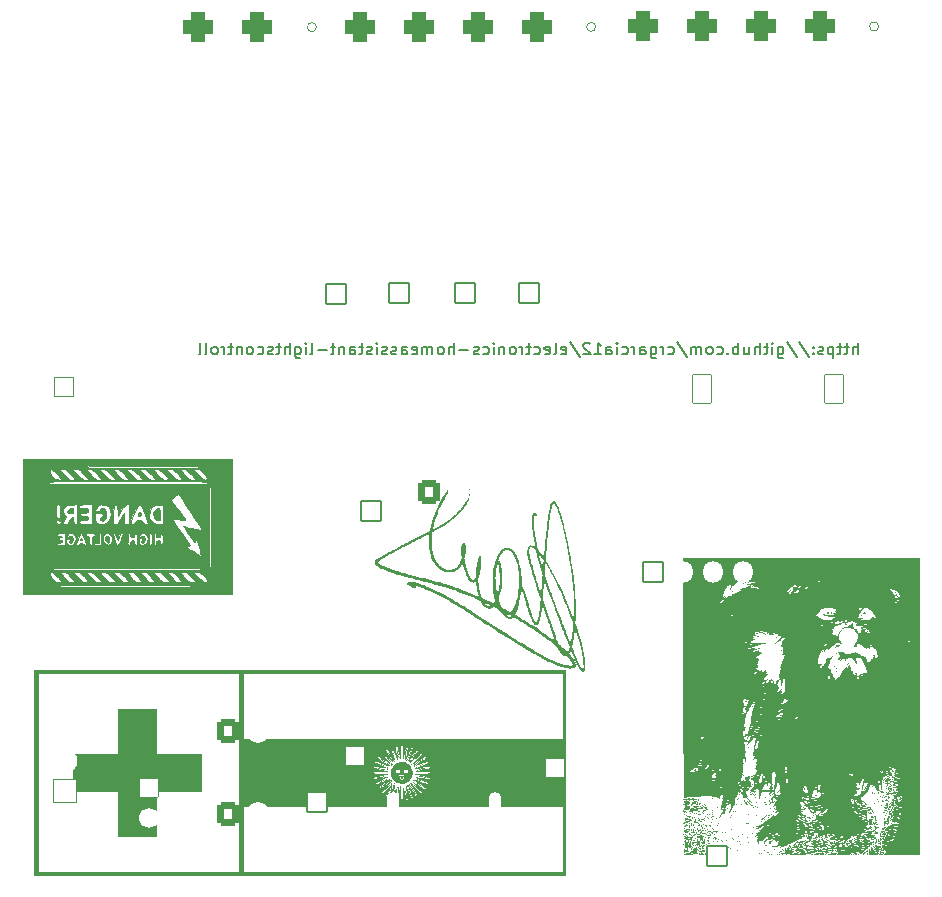
<source format=gbo>
G04 #@! TF.GenerationSoftware,KiCad,Pcbnew,(6.0.4)*
G04 #@! TF.CreationDate,2022-05-30T19:29:21+02:00*
G04 #@! TF.ProjectId,hamodule,68616d6f-6475-46c6-952e-6b696361645f,rev?*
G04 #@! TF.SameCoordinates,Original*
G04 #@! TF.FileFunction,Legend,Bot*
G04 #@! TF.FilePolarity,Positive*
%FSLAX46Y46*%
G04 Gerber Fmt 4.6, Leading zero omitted, Abs format (unit mm)*
G04 Created by KiCad (PCBNEW (6.0.4)) date 2022-05-30 19:29:21*
%MOMM*%
%LPD*%
G01*
G04 APERTURE LIST*
G04 Aperture macros list*
%AMRoundRect*
0 Rectangle with rounded corners*
0 $1 Rounding radius*
0 $2 $3 $4 $5 $6 $7 $8 $9 X,Y pos of 4 corners*
0 Add a 4 corners polygon primitive as box body*
4,1,4,$2,$3,$4,$5,$6,$7,$8,$9,$2,$3,0*
0 Add four circle primitives for the rounded corners*
1,1,$1+$1,$2,$3*
1,1,$1+$1,$4,$5*
1,1,$1+$1,$6,$7*
1,1,$1+$1,$8,$9*
0 Add four rect primitives between the rounded corners*
20,1,$1+$1,$2,$3,$4,$5,0*
20,1,$1+$1,$4,$5,$6,$7,0*
20,1,$1+$1,$6,$7,$8,$9,0*
20,1,$1+$1,$8,$9,$2,$3,0*%
G04 Aperture macros list end*
%ADD10C,0.150000*%
%ADD11C,0.300000*%
%ADD12C,0.120000*%
%ADD13C,0.010000*%
%ADD14RoundRect,0.050000X-0.850000X-0.850000X0.850000X-0.850000X0.850000X0.850000X-0.850000X0.850000X0*%
%ADD15O,1.800000X1.800000*%
%ADD16C,1.900000*%
%ADD17RoundRect,0.300000X-0.600000X-0.750000X0.600000X-0.750000X0.600000X0.750000X-0.600000X0.750000X0*%
%ADD18O,1.800000X2.100000*%
%ADD19RoundRect,0.050000X0.850000X0.850000X-0.850000X0.850000X-0.850000X-0.850000X0.850000X-0.850000X0*%
%ADD20RoundRect,0.300000X-0.600000X-0.725000X0.600000X-0.725000X0.600000X0.725000X-0.600000X0.725000X0*%
%ADD21O,1.800000X2.050000*%
%ADD22RoundRect,0.050000X-0.825000X-0.825000X0.825000X-0.825000X0.825000X0.825000X-0.825000X0.825000X0*%
%ADD23C,1.750000*%
%ADD24RoundRect,0.050000X1.000000X-0.952500X1.000000X0.952500X-1.000000X0.952500X-1.000000X-0.952500X0*%
%ADD25O,2.100000X2.005000*%
%ADD26RoundRect,0.050000X0.850000X-0.850000X0.850000X0.850000X-0.850000X0.850000X-0.850000X-0.850000X0*%
%ADD27O,2.050000X1.800000*%
%ADD28C,2.100000*%
%ADD29RoundRect,0.675000X0.625000X0.625000X-0.625000X0.625000X-0.625000X-0.625000X0.625000X-0.625000X0*%
%ADD30C,5.600000*%
%ADD31RoundRect,0.050000X-0.800000X1.200000X-0.800000X-1.200000X0.800000X-1.200000X0.800000X1.200000X0*%
%ADD32O,1.700000X2.500000*%
%ADD33C,1.508000*%
%ADD34C,0.750000*%
%ADD35O,1.100000X1.700000*%
%ADD36O,1.100000X2.200000*%
%ADD37RoundRect,0.050000X-0.800000X0.800000X-0.800000X-0.800000X0.800000X-0.800000X0.800000X0.800000X0*%
%ADD38C,1.700000*%
G04 APERTURE END LIST*
D10*
X196322642Y-106687880D02*
X196322642Y-105687880D01*
X195894071Y-106687880D02*
X195894071Y-106164071D01*
X195941690Y-106068833D01*
X196036928Y-106021214D01*
X196179785Y-106021214D01*
X196275023Y-106068833D01*
X196322642Y-106116452D01*
X195560738Y-106021214D02*
X195179785Y-106021214D01*
X195417880Y-105687880D02*
X195417880Y-106545023D01*
X195370261Y-106640261D01*
X195275023Y-106687880D01*
X195179785Y-106687880D01*
X194989309Y-106021214D02*
X194608357Y-106021214D01*
X194846452Y-105687880D02*
X194846452Y-106545023D01*
X194798833Y-106640261D01*
X194703595Y-106687880D01*
X194608357Y-106687880D01*
X194275023Y-106021214D02*
X194275023Y-107021214D01*
X194275023Y-106068833D02*
X194179785Y-106021214D01*
X193989309Y-106021214D01*
X193894071Y-106068833D01*
X193846452Y-106116452D01*
X193798833Y-106211690D01*
X193798833Y-106497404D01*
X193846452Y-106592642D01*
X193894071Y-106640261D01*
X193989309Y-106687880D01*
X194179785Y-106687880D01*
X194275023Y-106640261D01*
X193417880Y-106640261D02*
X193322642Y-106687880D01*
X193132166Y-106687880D01*
X193036928Y-106640261D01*
X192989309Y-106545023D01*
X192989309Y-106497404D01*
X193036928Y-106402166D01*
X193132166Y-106354547D01*
X193275023Y-106354547D01*
X193370261Y-106306928D01*
X193417880Y-106211690D01*
X193417880Y-106164071D01*
X193370261Y-106068833D01*
X193275023Y-106021214D01*
X193132166Y-106021214D01*
X193036928Y-106068833D01*
X192560738Y-106592642D02*
X192513119Y-106640261D01*
X192560738Y-106687880D01*
X192608357Y-106640261D01*
X192560738Y-106592642D01*
X192560738Y-106687880D01*
X192560738Y-106068833D02*
X192513119Y-106116452D01*
X192560738Y-106164071D01*
X192608357Y-106116452D01*
X192560738Y-106068833D01*
X192560738Y-106164071D01*
X191370261Y-105640261D02*
X192227404Y-106925976D01*
X190322642Y-105640261D02*
X191179785Y-106925976D01*
X189560738Y-106021214D02*
X189560738Y-106830738D01*
X189608357Y-106925976D01*
X189655976Y-106973595D01*
X189751214Y-107021214D01*
X189894071Y-107021214D01*
X189989309Y-106973595D01*
X189560738Y-106640261D02*
X189655976Y-106687880D01*
X189846452Y-106687880D01*
X189941690Y-106640261D01*
X189989309Y-106592642D01*
X190036928Y-106497404D01*
X190036928Y-106211690D01*
X189989309Y-106116452D01*
X189941690Y-106068833D01*
X189846452Y-106021214D01*
X189655976Y-106021214D01*
X189560738Y-106068833D01*
X189084547Y-106687880D02*
X189084547Y-106021214D01*
X189084547Y-105687880D02*
X189132166Y-105735500D01*
X189084547Y-105783119D01*
X189036928Y-105735500D01*
X189084547Y-105687880D01*
X189084547Y-105783119D01*
X188751214Y-106021214D02*
X188370261Y-106021214D01*
X188608357Y-105687880D02*
X188608357Y-106545023D01*
X188560738Y-106640261D01*
X188465500Y-106687880D01*
X188370261Y-106687880D01*
X188036928Y-106687880D02*
X188036928Y-105687880D01*
X187608357Y-106687880D02*
X187608357Y-106164071D01*
X187655976Y-106068833D01*
X187751214Y-106021214D01*
X187894071Y-106021214D01*
X187989309Y-106068833D01*
X188036928Y-106116452D01*
X186703595Y-106021214D02*
X186703595Y-106687880D01*
X187132166Y-106021214D02*
X187132166Y-106545023D01*
X187084547Y-106640261D01*
X186989309Y-106687880D01*
X186846452Y-106687880D01*
X186751214Y-106640261D01*
X186703595Y-106592642D01*
X186227404Y-106687880D02*
X186227404Y-105687880D01*
X186227404Y-106068833D02*
X186132166Y-106021214D01*
X185941690Y-106021214D01*
X185846452Y-106068833D01*
X185798833Y-106116452D01*
X185751214Y-106211690D01*
X185751214Y-106497404D01*
X185798833Y-106592642D01*
X185846452Y-106640261D01*
X185941690Y-106687880D01*
X186132166Y-106687880D01*
X186227404Y-106640261D01*
X185322642Y-106592642D02*
X185275023Y-106640261D01*
X185322642Y-106687880D01*
X185370261Y-106640261D01*
X185322642Y-106592642D01*
X185322642Y-106687880D01*
X184417880Y-106640261D02*
X184513119Y-106687880D01*
X184703595Y-106687880D01*
X184798833Y-106640261D01*
X184846452Y-106592642D01*
X184894071Y-106497404D01*
X184894071Y-106211690D01*
X184846452Y-106116452D01*
X184798833Y-106068833D01*
X184703595Y-106021214D01*
X184513119Y-106021214D01*
X184417880Y-106068833D01*
X183846452Y-106687880D02*
X183941690Y-106640261D01*
X183989309Y-106592642D01*
X184036928Y-106497404D01*
X184036928Y-106211690D01*
X183989309Y-106116452D01*
X183941690Y-106068833D01*
X183846452Y-106021214D01*
X183703595Y-106021214D01*
X183608357Y-106068833D01*
X183560738Y-106116452D01*
X183513119Y-106211690D01*
X183513119Y-106497404D01*
X183560738Y-106592642D01*
X183608357Y-106640261D01*
X183703595Y-106687880D01*
X183846452Y-106687880D01*
X183084547Y-106687880D02*
X183084547Y-106021214D01*
X183084547Y-106116452D02*
X183036928Y-106068833D01*
X182941690Y-106021214D01*
X182798833Y-106021214D01*
X182703595Y-106068833D01*
X182655976Y-106164071D01*
X182655976Y-106687880D01*
X182655976Y-106164071D02*
X182608357Y-106068833D01*
X182513119Y-106021214D01*
X182370261Y-106021214D01*
X182275023Y-106068833D01*
X182227404Y-106164071D01*
X182227404Y-106687880D01*
X181036928Y-105640261D02*
X181894071Y-106925976D01*
X180275023Y-106640261D02*
X180370261Y-106687880D01*
X180560738Y-106687880D01*
X180655976Y-106640261D01*
X180703595Y-106592642D01*
X180751214Y-106497404D01*
X180751214Y-106211690D01*
X180703595Y-106116452D01*
X180655976Y-106068833D01*
X180560738Y-106021214D01*
X180370261Y-106021214D01*
X180275023Y-106068833D01*
X179846452Y-106687880D02*
X179846452Y-106021214D01*
X179846452Y-106211690D02*
X179798833Y-106116452D01*
X179751214Y-106068833D01*
X179655976Y-106021214D01*
X179560738Y-106021214D01*
X178798833Y-106021214D02*
X178798833Y-106830738D01*
X178846452Y-106925976D01*
X178894071Y-106973595D01*
X178989309Y-107021214D01*
X179132166Y-107021214D01*
X179227404Y-106973595D01*
X178798833Y-106640261D02*
X178894071Y-106687880D01*
X179084547Y-106687880D01*
X179179785Y-106640261D01*
X179227404Y-106592642D01*
X179275023Y-106497404D01*
X179275023Y-106211690D01*
X179227404Y-106116452D01*
X179179785Y-106068833D01*
X179084547Y-106021214D01*
X178894071Y-106021214D01*
X178798833Y-106068833D01*
X177894071Y-106687880D02*
X177894071Y-106164071D01*
X177941690Y-106068833D01*
X178036928Y-106021214D01*
X178227404Y-106021214D01*
X178322642Y-106068833D01*
X177894071Y-106640261D02*
X177989309Y-106687880D01*
X178227404Y-106687880D01*
X178322642Y-106640261D01*
X178370261Y-106545023D01*
X178370261Y-106449785D01*
X178322642Y-106354547D01*
X178227404Y-106306928D01*
X177989309Y-106306928D01*
X177894071Y-106259309D01*
X177417880Y-106687880D02*
X177417880Y-106021214D01*
X177417880Y-106211690D02*
X177370261Y-106116452D01*
X177322642Y-106068833D01*
X177227404Y-106021214D01*
X177132166Y-106021214D01*
X176370261Y-106640261D02*
X176465500Y-106687880D01*
X176655976Y-106687880D01*
X176751214Y-106640261D01*
X176798833Y-106592642D01*
X176846452Y-106497404D01*
X176846452Y-106211690D01*
X176798833Y-106116452D01*
X176751214Y-106068833D01*
X176655976Y-106021214D01*
X176465500Y-106021214D01*
X176370261Y-106068833D01*
X175941690Y-106687880D02*
X175941690Y-106021214D01*
X175941690Y-105687880D02*
X175989309Y-105735500D01*
X175941690Y-105783119D01*
X175894071Y-105735500D01*
X175941690Y-105687880D01*
X175941690Y-105783119D01*
X175036928Y-106687880D02*
X175036928Y-106164071D01*
X175084547Y-106068833D01*
X175179785Y-106021214D01*
X175370261Y-106021214D01*
X175465500Y-106068833D01*
X175036928Y-106640261D02*
X175132166Y-106687880D01*
X175370261Y-106687880D01*
X175465500Y-106640261D01*
X175513119Y-106545023D01*
X175513119Y-106449785D01*
X175465500Y-106354547D01*
X175370261Y-106306928D01*
X175132166Y-106306928D01*
X175036928Y-106259309D01*
X174036928Y-106687880D02*
X174608357Y-106687880D01*
X174322642Y-106687880D02*
X174322642Y-105687880D01*
X174417880Y-105830738D01*
X174513119Y-105925976D01*
X174608357Y-105973595D01*
X173655976Y-105783119D02*
X173608357Y-105735500D01*
X173513119Y-105687880D01*
X173275023Y-105687880D01*
X173179785Y-105735500D01*
X173132166Y-105783119D01*
X173084547Y-105878357D01*
X173084547Y-105973595D01*
X173132166Y-106116452D01*
X173703595Y-106687880D01*
X173084547Y-106687880D01*
X171941690Y-105640261D02*
X172798833Y-106925976D01*
X171227404Y-106640261D02*
X171322642Y-106687880D01*
X171513119Y-106687880D01*
X171608357Y-106640261D01*
X171655976Y-106545023D01*
X171655976Y-106164071D01*
X171608357Y-106068833D01*
X171513119Y-106021214D01*
X171322642Y-106021214D01*
X171227404Y-106068833D01*
X171179785Y-106164071D01*
X171179785Y-106259309D01*
X171655976Y-106354547D01*
X170608357Y-106687880D02*
X170703595Y-106640261D01*
X170751214Y-106545023D01*
X170751214Y-105687880D01*
X169846452Y-106640261D02*
X169941690Y-106687880D01*
X170132166Y-106687880D01*
X170227404Y-106640261D01*
X170275023Y-106545023D01*
X170275023Y-106164071D01*
X170227404Y-106068833D01*
X170132166Y-106021214D01*
X169941690Y-106021214D01*
X169846452Y-106068833D01*
X169798833Y-106164071D01*
X169798833Y-106259309D01*
X170275023Y-106354547D01*
X168941690Y-106640261D02*
X169036928Y-106687880D01*
X169227404Y-106687880D01*
X169322642Y-106640261D01*
X169370261Y-106592642D01*
X169417880Y-106497404D01*
X169417880Y-106211690D01*
X169370261Y-106116452D01*
X169322642Y-106068833D01*
X169227404Y-106021214D01*
X169036928Y-106021214D01*
X168941690Y-106068833D01*
X168655976Y-106021214D02*
X168275023Y-106021214D01*
X168513119Y-105687880D02*
X168513119Y-106545023D01*
X168465500Y-106640261D01*
X168370261Y-106687880D01*
X168275023Y-106687880D01*
X167941690Y-106687880D02*
X167941690Y-106021214D01*
X167941690Y-106211690D02*
X167894071Y-106116452D01*
X167846452Y-106068833D01*
X167751214Y-106021214D01*
X167655976Y-106021214D01*
X167179785Y-106687880D02*
X167275023Y-106640261D01*
X167322642Y-106592642D01*
X167370261Y-106497404D01*
X167370261Y-106211690D01*
X167322642Y-106116452D01*
X167275023Y-106068833D01*
X167179785Y-106021214D01*
X167036928Y-106021214D01*
X166941690Y-106068833D01*
X166894071Y-106116452D01*
X166846452Y-106211690D01*
X166846452Y-106497404D01*
X166894071Y-106592642D01*
X166941690Y-106640261D01*
X167036928Y-106687880D01*
X167179785Y-106687880D01*
X166417880Y-106021214D02*
X166417880Y-106687880D01*
X166417880Y-106116452D02*
X166370261Y-106068833D01*
X166275023Y-106021214D01*
X166132166Y-106021214D01*
X166036928Y-106068833D01*
X165989309Y-106164071D01*
X165989309Y-106687880D01*
X165513119Y-106687880D02*
X165513119Y-106021214D01*
X165513119Y-105687880D02*
X165560738Y-105735500D01*
X165513119Y-105783119D01*
X165465500Y-105735500D01*
X165513119Y-105687880D01*
X165513119Y-105783119D01*
X164608357Y-106640261D02*
X164703595Y-106687880D01*
X164894071Y-106687880D01*
X164989309Y-106640261D01*
X165036928Y-106592642D01*
X165084547Y-106497404D01*
X165084547Y-106211690D01*
X165036928Y-106116452D01*
X164989309Y-106068833D01*
X164894071Y-106021214D01*
X164703595Y-106021214D01*
X164608357Y-106068833D01*
X164227404Y-106640261D02*
X164132166Y-106687880D01*
X163941690Y-106687880D01*
X163846452Y-106640261D01*
X163798833Y-106545023D01*
X163798833Y-106497404D01*
X163846452Y-106402166D01*
X163941690Y-106354547D01*
X164084547Y-106354547D01*
X164179785Y-106306928D01*
X164227404Y-106211690D01*
X164227404Y-106164071D01*
X164179785Y-106068833D01*
X164084547Y-106021214D01*
X163941690Y-106021214D01*
X163846452Y-106068833D01*
X163370261Y-106306928D02*
X162608357Y-106306928D01*
X162132166Y-106687880D02*
X162132166Y-105687880D01*
X161703595Y-106687880D02*
X161703595Y-106164071D01*
X161751214Y-106068833D01*
X161846452Y-106021214D01*
X161989309Y-106021214D01*
X162084547Y-106068833D01*
X162132166Y-106116452D01*
X161084547Y-106687880D02*
X161179785Y-106640261D01*
X161227404Y-106592642D01*
X161275023Y-106497404D01*
X161275023Y-106211690D01*
X161227404Y-106116452D01*
X161179785Y-106068833D01*
X161084547Y-106021214D01*
X160941690Y-106021214D01*
X160846452Y-106068833D01*
X160798833Y-106116452D01*
X160751214Y-106211690D01*
X160751214Y-106497404D01*
X160798833Y-106592642D01*
X160846452Y-106640261D01*
X160941690Y-106687880D01*
X161084547Y-106687880D01*
X160322642Y-106687880D02*
X160322642Y-106021214D01*
X160322642Y-106116452D02*
X160275023Y-106068833D01*
X160179785Y-106021214D01*
X160036928Y-106021214D01*
X159941690Y-106068833D01*
X159894071Y-106164071D01*
X159894071Y-106687880D01*
X159894071Y-106164071D02*
X159846452Y-106068833D01*
X159751214Y-106021214D01*
X159608357Y-106021214D01*
X159513119Y-106068833D01*
X159465500Y-106164071D01*
X159465500Y-106687880D01*
X158608357Y-106640261D02*
X158703595Y-106687880D01*
X158894071Y-106687880D01*
X158989309Y-106640261D01*
X159036928Y-106545023D01*
X159036928Y-106164071D01*
X158989309Y-106068833D01*
X158894071Y-106021214D01*
X158703595Y-106021214D01*
X158608357Y-106068833D01*
X158560738Y-106164071D01*
X158560738Y-106259309D01*
X159036928Y-106354547D01*
X157703595Y-106687880D02*
X157703595Y-106164071D01*
X157751214Y-106068833D01*
X157846452Y-106021214D01*
X158036928Y-106021214D01*
X158132166Y-106068833D01*
X157703595Y-106640261D02*
X157798833Y-106687880D01*
X158036928Y-106687880D01*
X158132166Y-106640261D01*
X158179785Y-106545023D01*
X158179785Y-106449785D01*
X158132166Y-106354547D01*
X158036928Y-106306928D01*
X157798833Y-106306928D01*
X157703595Y-106259309D01*
X157275023Y-106640261D02*
X157179785Y-106687880D01*
X156989309Y-106687880D01*
X156894071Y-106640261D01*
X156846452Y-106545023D01*
X156846452Y-106497404D01*
X156894071Y-106402166D01*
X156989309Y-106354547D01*
X157132166Y-106354547D01*
X157227404Y-106306928D01*
X157275023Y-106211690D01*
X157275023Y-106164071D01*
X157227404Y-106068833D01*
X157132166Y-106021214D01*
X156989309Y-106021214D01*
X156894071Y-106068833D01*
X156465500Y-106640261D02*
X156370261Y-106687880D01*
X156179785Y-106687880D01*
X156084547Y-106640261D01*
X156036928Y-106545023D01*
X156036928Y-106497404D01*
X156084547Y-106402166D01*
X156179785Y-106354547D01*
X156322642Y-106354547D01*
X156417880Y-106306928D01*
X156465500Y-106211690D01*
X156465500Y-106164071D01*
X156417880Y-106068833D01*
X156322642Y-106021214D01*
X156179785Y-106021214D01*
X156084547Y-106068833D01*
X155608357Y-106687880D02*
X155608357Y-106021214D01*
X155608357Y-105687880D02*
X155655976Y-105735500D01*
X155608357Y-105783119D01*
X155560738Y-105735500D01*
X155608357Y-105687880D01*
X155608357Y-105783119D01*
X155179785Y-106640261D02*
X155084547Y-106687880D01*
X154894071Y-106687880D01*
X154798833Y-106640261D01*
X154751214Y-106545023D01*
X154751214Y-106497404D01*
X154798833Y-106402166D01*
X154894071Y-106354547D01*
X155036928Y-106354547D01*
X155132166Y-106306928D01*
X155179785Y-106211690D01*
X155179785Y-106164071D01*
X155132166Y-106068833D01*
X155036928Y-106021214D01*
X154894071Y-106021214D01*
X154798833Y-106068833D01*
X154465500Y-106021214D02*
X154084547Y-106021214D01*
X154322642Y-105687880D02*
X154322642Y-106545023D01*
X154275023Y-106640261D01*
X154179785Y-106687880D01*
X154084547Y-106687880D01*
X153322642Y-106687880D02*
X153322642Y-106164071D01*
X153370261Y-106068833D01*
X153465500Y-106021214D01*
X153655976Y-106021214D01*
X153751214Y-106068833D01*
X153322642Y-106640261D02*
X153417880Y-106687880D01*
X153655976Y-106687880D01*
X153751214Y-106640261D01*
X153798833Y-106545023D01*
X153798833Y-106449785D01*
X153751214Y-106354547D01*
X153655976Y-106306928D01*
X153417880Y-106306928D01*
X153322642Y-106259309D01*
X152846452Y-106021214D02*
X152846452Y-106687880D01*
X152846452Y-106116452D02*
X152798833Y-106068833D01*
X152703595Y-106021214D01*
X152560738Y-106021214D01*
X152465500Y-106068833D01*
X152417880Y-106164071D01*
X152417880Y-106687880D01*
X152084547Y-106021214D02*
X151703595Y-106021214D01*
X151941690Y-105687880D02*
X151941690Y-106545023D01*
X151894071Y-106640261D01*
X151798833Y-106687880D01*
X151703595Y-106687880D01*
X151370261Y-106306928D02*
X150608357Y-106306928D01*
X149989309Y-106687880D02*
X150084547Y-106640261D01*
X150132166Y-106545023D01*
X150132166Y-105687880D01*
X149608357Y-106687880D02*
X149608357Y-106021214D01*
X149608357Y-105687880D02*
X149655976Y-105735500D01*
X149608357Y-105783119D01*
X149560738Y-105735500D01*
X149608357Y-105687880D01*
X149608357Y-105783119D01*
X148703595Y-106021214D02*
X148703595Y-106830738D01*
X148751214Y-106925976D01*
X148798833Y-106973595D01*
X148894071Y-107021214D01*
X149036928Y-107021214D01*
X149132166Y-106973595D01*
X148703595Y-106640261D02*
X148798833Y-106687880D01*
X148989309Y-106687880D01*
X149084547Y-106640261D01*
X149132166Y-106592642D01*
X149179785Y-106497404D01*
X149179785Y-106211690D01*
X149132166Y-106116452D01*
X149084547Y-106068833D01*
X148989309Y-106021214D01*
X148798833Y-106021214D01*
X148703595Y-106068833D01*
X148227404Y-106687880D02*
X148227404Y-105687880D01*
X147798833Y-106687880D02*
X147798833Y-106164071D01*
X147846452Y-106068833D01*
X147941690Y-106021214D01*
X148084547Y-106021214D01*
X148179785Y-106068833D01*
X148227404Y-106116452D01*
X147465500Y-106021214D02*
X147084547Y-106021214D01*
X147322642Y-105687880D02*
X147322642Y-106545023D01*
X147275023Y-106640261D01*
X147179785Y-106687880D01*
X147084547Y-106687880D01*
X146798833Y-106640261D02*
X146703595Y-106687880D01*
X146513119Y-106687880D01*
X146417880Y-106640261D01*
X146370261Y-106545023D01*
X146370261Y-106497404D01*
X146417880Y-106402166D01*
X146513119Y-106354547D01*
X146655976Y-106354547D01*
X146751214Y-106306928D01*
X146798833Y-106211690D01*
X146798833Y-106164071D01*
X146751214Y-106068833D01*
X146655976Y-106021214D01*
X146513119Y-106021214D01*
X146417880Y-106068833D01*
X145513119Y-106640261D02*
X145608357Y-106687880D01*
X145798833Y-106687880D01*
X145894071Y-106640261D01*
X145941690Y-106592642D01*
X145989309Y-106497404D01*
X145989309Y-106211690D01*
X145941690Y-106116452D01*
X145894071Y-106068833D01*
X145798833Y-106021214D01*
X145608357Y-106021214D01*
X145513119Y-106068833D01*
X144941690Y-106687880D02*
X145036928Y-106640261D01*
X145084547Y-106592642D01*
X145132166Y-106497404D01*
X145132166Y-106211690D01*
X145084547Y-106116452D01*
X145036928Y-106068833D01*
X144941690Y-106021214D01*
X144798833Y-106021214D01*
X144703595Y-106068833D01*
X144655976Y-106116452D01*
X144608357Y-106211690D01*
X144608357Y-106497404D01*
X144655976Y-106592642D01*
X144703595Y-106640261D01*
X144798833Y-106687880D01*
X144941690Y-106687880D01*
X144179785Y-106021214D02*
X144179785Y-106687880D01*
X144179785Y-106116452D02*
X144132166Y-106068833D01*
X144036928Y-106021214D01*
X143894071Y-106021214D01*
X143798833Y-106068833D01*
X143751214Y-106164071D01*
X143751214Y-106687880D01*
X143417880Y-106021214D02*
X143036928Y-106021214D01*
X143275023Y-105687880D02*
X143275023Y-106545023D01*
X143227404Y-106640261D01*
X143132166Y-106687880D01*
X143036928Y-106687880D01*
X142703595Y-106687880D02*
X142703595Y-106021214D01*
X142703595Y-106211690D02*
X142655976Y-106116452D01*
X142608357Y-106068833D01*
X142513119Y-106021214D01*
X142417880Y-106021214D01*
X141941690Y-106687880D02*
X142036928Y-106640261D01*
X142084547Y-106592642D01*
X142132166Y-106497404D01*
X142132166Y-106211690D01*
X142084547Y-106116452D01*
X142036928Y-106068833D01*
X141941690Y-106021214D01*
X141798833Y-106021214D01*
X141703595Y-106068833D01*
X141655976Y-106116452D01*
X141608357Y-106211690D01*
X141608357Y-106497404D01*
X141655976Y-106592642D01*
X141703595Y-106640261D01*
X141798833Y-106687880D01*
X141941690Y-106687880D01*
X141036928Y-106687880D02*
X141132166Y-106640261D01*
X141179785Y-106545023D01*
X141179785Y-105687880D01*
X140513119Y-106687880D02*
X140608357Y-106640261D01*
X140655976Y-106545023D01*
X140655976Y-105687880D01*
D11*
X150465971Y-141351000D02*
X150611114Y-141278428D01*
X150828828Y-141278428D01*
X151046542Y-141351000D01*
X151191685Y-141496142D01*
X151264257Y-141641285D01*
X151336828Y-141931571D01*
X151336828Y-142149285D01*
X151264257Y-142439571D01*
X151191685Y-142584714D01*
X151046542Y-142729857D01*
X150828828Y-142802428D01*
X150683685Y-142802428D01*
X150465971Y-142729857D01*
X150393400Y-142657285D01*
X150393400Y-142149285D01*
X150683685Y-142149285D01*
X149522542Y-141278428D02*
X149522542Y-141641285D01*
X149885400Y-141496142D02*
X149522542Y-141641285D01*
X149159685Y-141496142D01*
X149740257Y-141931571D02*
X149522542Y-141641285D01*
X149304828Y-141931571D01*
X148361400Y-141278428D02*
X148361400Y-141641285D01*
X148724257Y-141496142D02*
X148361400Y-141641285D01*
X147998542Y-141496142D01*
X148579114Y-141931571D02*
X148361400Y-141641285D01*
X148143685Y-141931571D01*
X147200257Y-141278428D02*
X147200257Y-141641285D01*
X147563114Y-141496142D02*
X147200257Y-141641285D01*
X146837400Y-141496142D01*
X147417971Y-141931571D02*
X147200257Y-141641285D01*
X146982542Y-141931571D01*
X191906071Y-135699500D02*
X192051214Y-135626928D01*
X192268928Y-135626928D01*
X192486642Y-135699500D01*
X192631785Y-135844642D01*
X192704357Y-135989785D01*
X192776928Y-136280071D01*
X192776928Y-136497785D01*
X192704357Y-136788071D01*
X192631785Y-136933214D01*
X192486642Y-137078357D01*
X192268928Y-137150928D01*
X192123785Y-137150928D01*
X191906071Y-137078357D01*
X191833500Y-137005785D01*
X191833500Y-136497785D01*
X192123785Y-136497785D01*
X190527214Y-136134928D02*
X190527214Y-137150928D01*
X190890071Y-135554357D02*
X191252928Y-136642928D01*
X190309500Y-136642928D01*
D12*
X174133902Y-78953500D02*
G75*
G03*
X174133902Y-78953500I-381000J0D01*
G01*
X150486103Y-78977099D02*
G75*
G03*
X150486103Y-78977099I-381000J0D01*
G01*
X198093902Y-78913499D02*
G75*
G03*
X198093902Y-78913499I-381000J0D01*
G01*
G36*
X125666500Y-126936500D02*
G01*
X125666500Y-123695527D01*
X127516653Y-123695527D01*
X127516986Y-124212111D01*
X127518739Y-124640941D01*
X127522112Y-124990963D01*
X127527302Y-125271125D01*
X127534510Y-125490374D01*
X127543934Y-125657656D01*
X127555772Y-125781919D01*
X127570223Y-125872111D01*
X127587487Y-125937178D01*
X127607761Y-125986068D01*
X127631246Y-126027728D01*
X127751876Y-126170550D01*
X127996822Y-126297249D01*
X128095724Y-126308706D01*
X128312922Y-126319582D01*
X128635796Y-126329278D01*
X129053768Y-126337806D01*
X129556264Y-126345179D01*
X130132707Y-126351408D01*
X130772521Y-126356507D01*
X131465130Y-126360486D01*
X132199958Y-126363360D01*
X132966429Y-126365139D01*
X133753968Y-126365836D01*
X134551997Y-126365464D01*
X135349942Y-126364035D01*
X136137226Y-126361560D01*
X136903273Y-126358053D01*
X137637507Y-126353525D01*
X138329353Y-126347989D01*
X138968233Y-126341457D01*
X139543573Y-126333942D01*
X140044796Y-126325455D01*
X140461326Y-126316009D01*
X140782588Y-126305617D01*
X140998005Y-126294290D01*
X141097000Y-126282040D01*
X141266884Y-126191545D01*
X141430277Y-125984000D01*
X141438897Y-125965810D01*
X141459188Y-125911275D01*
X141476625Y-125838962D01*
X141491422Y-125739771D01*
X141503795Y-125604598D01*
X141513957Y-125424342D01*
X141522123Y-125189901D01*
X141528507Y-124892174D01*
X141533323Y-124522058D01*
X141536787Y-124070452D01*
X141539112Y-123528253D01*
X141540514Y-122886360D01*
X141541205Y-122135672D01*
X141541402Y-121267085D01*
X141541419Y-120882203D01*
X141541310Y-120034704D01*
X141540467Y-119301881D01*
X141538240Y-118675006D01*
X141533979Y-118145354D01*
X141527034Y-117704197D01*
X141516755Y-117342810D01*
X141502492Y-117052466D01*
X141483594Y-116824439D01*
X141459413Y-116650002D01*
X141429297Y-116520428D01*
X141392598Y-116426992D01*
X141348664Y-116360966D01*
X141296846Y-116313624D01*
X141236494Y-116276241D01*
X141166958Y-116240089D01*
X141143978Y-116229956D01*
X141091366Y-116214834D01*
X141013995Y-116201566D01*
X140904564Y-116190061D01*
X140755769Y-116180228D01*
X140560308Y-116171976D01*
X140310877Y-116165216D01*
X140000173Y-116159855D01*
X139620894Y-116155804D01*
X139165737Y-116152971D01*
X138627399Y-116151267D01*
X137998576Y-116150600D01*
X137271967Y-116150881D01*
X136440268Y-116152017D01*
X135496175Y-116153919D01*
X134432388Y-116156496D01*
X127891864Y-116173250D01*
X127539750Y-116525344D01*
X127523424Y-121175297D01*
X127522189Y-121529772D01*
X127519453Y-122363304D01*
X127517541Y-123082240D01*
X127516653Y-123695527D01*
X125666500Y-123695527D01*
X125666500Y-115506500D01*
X143383000Y-115506500D01*
X143383000Y-126936500D01*
X125666500Y-126936500D01*
G37*
D13*
X125666500Y-126936500D02*
X125666500Y-123695527D01*
X127516653Y-123695527D01*
X127516986Y-124212111D01*
X127518739Y-124640941D01*
X127522112Y-124990963D01*
X127527302Y-125271125D01*
X127534510Y-125490374D01*
X127543934Y-125657656D01*
X127555772Y-125781919D01*
X127570223Y-125872111D01*
X127587487Y-125937178D01*
X127607761Y-125986068D01*
X127631246Y-126027728D01*
X127751876Y-126170550D01*
X127996822Y-126297249D01*
X128095724Y-126308706D01*
X128312922Y-126319582D01*
X128635796Y-126329278D01*
X129053768Y-126337806D01*
X129556264Y-126345179D01*
X130132707Y-126351408D01*
X130772521Y-126356507D01*
X131465130Y-126360486D01*
X132199958Y-126363360D01*
X132966429Y-126365139D01*
X133753968Y-126365836D01*
X134551997Y-126365464D01*
X135349942Y-126364035D01*
X136137226Y-126361560D01*
X136903273Y-126358053D01*
X137637507Y-126353525D01*
X138329353Y-126347989D01*
X138968233Y-126341457D01*
X139543573Y-126333942D01*
X140044796Y-126325455D01*
X140461326Y-126316009D01*
X140782588Y-126305617D01*
X140998005Y-126294290D01*
X141097000Y-126282040D01*
X141266884Y-126191545D01*
X141430277Y-125984000D01*
X141438897Y-125965810D01*
X141459188Y-125911275D01*
X141476625Y-125838962D01*
X141491422Y-125739771D01*
X141503795Y-125604598D01*
X141513957Y-125424342D01*
X141522123Y-125189901D01*
X141528507Y-124892174D01*
X141533323Y-124522058D01*
X141536787Y-124070452D01*
X141539112Y-123528253D01*
X141540514Y-122886360D01*
X141541205Y-122135672D01*
X141541402Y-121267085D01*
X141541419Y-120882203D01*
X141541310Y-120034704D01*
X141540467Y-119301881D01*
X141538240Y-118675006D01*
X141533979Y-118145354D01*
X141527034Y-117704197D01*
X141516755Y-117342810D01*
X141502492Y-117052466D01*
X141483594Y-116824439D01*
X141459413Y-116650002D01*
X141429297Y-116520428D01*
X141392598Y-116426992D01*
X141348664Y-116360966D01*
X141296846Y-116313624D01*
X141236494Y-116276241D01*
X141166958Y-116240089D01*
X141143978Y-116229956D01*
X141091366Y-116214834D01*
X141013995Y-116201566D01*
X140904564Y-116190061D01*
X140755769Y-116180228D01*
X140560308Y-116171976D01*
X140310877Y-116165216D01*
X140000173Y-116159855D01*
X139620894Y-116155804D01*
X139165737Y-116152971D01*
X138627399Y-116151267D01*
X137998576Y-116150600D01*
X137271967Y-116150881D01*
X136440268Y-116152017D01*
X135496175Y-116153919D01*
X134432388Y-116156496D01*
X127891864Y-116173250D01*
X127539750Y-116525344D01*
X127523424Y-121175297D01*
X127522189Y-121529772D01*
X127519453Y-122363304D01*
X127517541Y-123082240D01*
X127516653Y-123695527D01*
X125666500Y-123695527D01*
X125666500Y-115506500D01*
X143383000Y-115506500D01*
X143383000Y-126936500D01*
X125666500Y-126936500D01*
G36*
X141258637Y-126082136D02*
G01*
X141102773Y-126238000D01*
X127946728Y-126238000D01*
X127790864Y-126082136D01*
X127635001Y-125926272D01*
X127635001Y-125176052D01*
X127955211Y-125176052D01*
X127962694Y-125316784D01*
X128038763Y-125501743D01*
X128179002Y-125707585D01*
X128273922Y-125819284D01*
X128393857Y-125927787D01*
X128517568Y-125974195D01*
X128692403Y-125984000D01*
X128979303Y-125984000D01*
X128577027Y-125542097D01*
X128479881Y-125438701D01*
X128299979Y-125264355D01*
X128152945Y-125143482D01*
X128120374Y-125126750D01*
X128764415Y-125126750D01*
X129157833Y-125555375D01*
X129292597Y-125700153D01*
X129446849Y-125851940D01*
X129564401Y-125937575D01*
X129672808Y-125975461D01*
X129799626Y-125984000D01*
X129851479Y-125982908D01*
X129991716Y-125965805D01*
X130048000Y-125934540D01*
X130039066Y-125915337D01*
X129962380Y-125819290D01*
X129824141Y-125668400D01*
X129644965Y-125485628D01*
X129506038Y-125349770D01*
X129348929Y-125209096D01*
X129231744Y-125132876D01*
X129209092Y-125126750D01*
X129926529Y-125126750D01*
X130310302Y-125555375D01*
X130449574Y-125708669D01*
X130597726Y-125857159D01*
X130704006Y-125934540D01*
X130711621Y-125940085D01*
X130819056Y-125976136D01*
X130947829Y-125984000D01*
X131006980Y-125982362D01*
X131138195Y-125962019D01*
X131180417Y-125925880D01*
X131171638Y-125910687D01*
X131094926Y-125815185D01*
X130959188Y-125662624D01*
X130786502Y-125478101D01*
X130667560Y-125355240D01*
X130515991Y-125211582D01*
X130417261Y-125144459D01*
X131064000Y-125144459D01*
X131072194Y-125162550D01*
X131147441Y-125257351D01*
X131284483Y-125407196D01*
X131462584Y-125588959D01*
X131545128Y-125670056D01*
X131723799Y-125834475D01*
X131851974Y-125925880D01*
X131857153Y-125929574D01*
X131974552Y-125973401D01*
X132105359Y-125984000D01*
X132218217Y-125981214D01*
X132284270Y-125962658D01*
X132288412Y-125913213D01*
X132224065Y-125817761D01*
X132084650Y-125661187D01*
X131863591Y-125428375D01*
X131708515Y-125272797D01*
X131568705Y-125160216D01*
X131542238Y-125148963D01*
X132217584Y-125148963D01*
X132224966Y-125161758D01*
X132297510Y-125254761D01*
X132427803Y-125407226D01*
X132594083Y-125593463D01*
X132700450Y-125709040D01*
X132850388Y-125858522D01*
X132926950Y-125913213D01*
X132966134Y-125941204D01*
X133078863Y-125976544D01*
X133219747Y-125984000D01*
X133490080Y-125984000D01*
X133096000Y-125539500D01*
X132937409Y-125363512D01*
X132792726Y-125218400D01*
X132702502Y-125153119D01*
X133360584Y-125153119D01*
X133368812Y-125167515D01*
X133444521Y-125262072D01*
X133579438Y-125413853D01*
X133751372Y-125597619D01*
X133843440Y-125692912D01*
X134005750Y-125848753D01*
X134128888Y-125936552D01*
X134243834Y-125975303D01*
X134381566Y-125984000D01*
X134642138Y-125984000D01*
X134489651Y-125809375D01*
X134267402Y-125557859D01*
X134075496Y-125352585D01*
X133929693Y-125218153D01*
X133811651Y-125140073D01*
X133703030Y-125103853D01*
X133585488Y-125095000D01*
X134421060Y-125095000D01*
X134822155Y-125538884D01*
X135006743Y-125739453D01*
X135145404Y-125873171D01*
X135254959Y-125946283D01*
X135363009Y-125976962D01*
X135497153Y-125983384D01*
X135771056Y-125984000D01*
X135373085Y-125539500D01*
X135185239Y-125333566D01*
X135049244Y-125201870D01*
X134941161Y-125130354D01*
X134928010Y-125126750D01*
X135569663Y-125126750D01*
X135957136Y-125555375D01*
X136098292Y-125709244D01*
X136247461Y-125857312D01*
X136362070Y-125940077D01*
X136469928Y-125976115D01*
X136598846Y-125984000D01*
X136658415Y-125982344D01*
X136789676Y-125961991D01*
X136831917Y-125925880D01*
X136823138Y-125910687D01*
X136746426Y-125815185D01*
X136610688Y-125662624D01*
X136438002Y-125478101D01*
X136314094Y-125350160D01*
X136164357Y-125208748D01*
X136051490Y-125133016D01*
X135945766Y-125105214D01*
X135817458Y-125107596D01*
X135569663Y-125126750D01*
X134928010Y-125126750D01*
X134833329Y-125100802D01*
X134698087Y-125095000D01*
X136702421Y-125095000D01*
X137096500Y-125539500D01*
X137106275Y-125550521D01*
X137291534Y-125755289D01*
X137423292Y-125882753D01*
X137490252Y-125925880D01*
X137529532Y-125951180D01*
X137638238Y-125978839D01*
X137777395Y-125984000D01*
X138064211Y-125984000D01*
X137659731Y-125544447D01*
X137482611Y-125355349D01*
X137338955Y-125218298D01*
X137225788Y-125142242D01*
X137174369Y-125126750D01*
X137831884Y-125126750D01*
X138233473Y-125555375D01*
X138371523Y-125700646D01*
X138528325Y-125851844D01*
X138647638Y-125937367D01*
X138757017Y-125975367D01*
X138884015Y-125984000D01*
X138891798Y-125983993D01*
X139043919Y-125976401D01*
X139095539Y-125944340D01*
X139071917Y-125872875D01*
X139067716Y-125865729D01*
X138985347Y-125760551D01*
X138842143Y-125602876D01*
X138666361Y-125423979D01*
X138620161Y-125378904D01*
X138450148Y-125222634D01*
X138348603Y-125153119D01*
X139012084Y-125153119D01*
X139020312Y-125167515D01*
X139096021Y-125262072D01*
X139230938Y-125413853D01*
X139402872Y-125597619D01*
X139496103Y-125694105D01*
X139657979Y-125849421D01*
X139780890Y-125936848D01*
X139803245Y-125944340D01*
X139895851Y-125975377D01*
X140033877Y-125984000D01*
X140295261Y-125984000D01*
X140109666Y-125777625D01*
X139978956Y-125632467D01*
X139773987Y-125408314D01*
X139626069Y-125257167D01*
X139516823Y-125164645D01*
X139479632Y-125144459D01*
X140144500Y-125144459D01*
X140152694Y-125162550D01*
X140227941Y-125257351D01*
X140364983Y-125407196D01*
X140543084Y-125588959D01*
X140771114Y-125798523D01*
X140957957Y-125935707D01*
X141082834Y-125984000D01*
X141141018Y-125977981D01*
X141222515Y-125912207D01*
X141210491Y-125784336D01*
X141108524Y-125607353D01*
X140920194Y-125394237D01*
X140826051Y-125303954D01*
X140666050Y-125173794D01*
X140530208Y-125111179D01*
X140380444Y-125095000D01*
X140339516Y-125095750D01*
X140200593Y-125112534D01*
X140144500Y-125144459D01*
X139479632Y-125144459D01*
X139427870Y-125116365D01*
X139340829Y-125097944D01*
X139237322Y-125095000D01*
X139184509Y-125096379D01*
X139054016Y-125116550D01*
X139012084Y-125153119D01*
X138348603Y-125153119D01*
X138325450Y-125137269D01*
X138212284Y-125104616D01*
X138076870Y-125106479D01*
X137831884Y-125126750D01*
X137174369Y-125126750D01*
X137115088Y-125108889D01*
X136978836Y-125099947D01*
X136702421Y-125095000D01*
X134698087Y-125095000D01*
X134421060Y-125095000D01*
X133585488Y-125095000D01*
X133532963Y-125096367D01*
X133402502Y-125116530D01*
X133360584Y-125153119D01*
X132702502Y-125153119D01*
X132681000Y-125137561D01*
X132575418Y-125102569D01*
X132449169Y-125095000D01*
X132390913Y-125096486D01*
X132259776Y-125115352D01*
X132217584Y-125148963D01*
X131542238Y-125148963D01*
X131445544Y-125107852D01*
X131304295Y-125095000D01*
X131259556Y-125095865D01*
X131120162Y-125112770D01*
X131064000Y-125144459D01*
X130417261Y-125144459D01*
X130402260Y-125134260D01*
X130296823Y-125105517D01*
X130170141Y-125107596D01*
X129926529Y-125126750D01*
X129209092Y-125126750D01*
X129125989Y-125104276D01*
X129003172Y-125106462D01*
X128764415Y-125126750D01*
X128120374Y-125126750D01*
X128063625Y-125097597D01*
X128020729Y-125102888D01*
X127955211Y-125176052D01*
X127635001Y-125176052D01*
X127635001Y-124872750D01*
X127762000Y-124872750D01*
X127766210Y-124882624D01*
X127793012Y-124896793D01*
X127850532Y-124909331D01*
X127945647Y-124920336D01*
X128085233Y-124929903D01*
X128276170Y-124938129D01*
X128525333Y-124945113D01*
X128839600Y-124950950D01*
X129225848Y-124955737D01*
X129690955Y-124959572D01*
X130241798Y-124962551D01*
X130885255Y-124964771D01*
X131628201Y-124966329D01*
X132477516Y-124967321D01*
X133440075Y-124967846D01*
X134522758Y-124968000D01*
X135281815Y-124967931D01*
X136279977Y-124967541D01*
X137162701Y-124966720D01*
X137936830Y-124965371D01*
X138609209Y-124963398D01*
X139186679Y-124960704D01*
X139676084Y-124957191D01*
X140084268Y-124952762D01*
X140418074Y-124947322D01*
X140684345Y-124940772D01*
X140889925Y-124933016D01*
X141041656Y-124923957D01*
X141146382Y-124913497D01*
X141210947Y-124901541D01*
X141242193Y-124887991D01*
X141246964Y-124872750D01*
X141240692Y-124864340D01*
X141210457Y-124849958D01*
X141150243Y-124837226D01*
X141053120Y-124826048D01*
X140912158Y-124816325D01*
X140720427Y-124807959D01*
X140470997Y-124800854D01*
X140156937Y-124794911D01*
X139771319Y-124790033D01*
X139307211Y-124786122D01*
X138757684Y-124783080D01*
X138115808Y-124780811D01*
X137374652Y-124779216D01*
X136527286Y-124778197D01*
X135566781Y-124777658D01*
X134486207Y-124777500D01*
X133833090Y-124777551D01*
X132825331Y-124777915D01*
X131933600Y-124778709D01*
X131151000Y-124780033D01*
X130470637Y-124781984D01*
X129885613Y-124784659D01*
X129389033Y-124788157D01*
X128974002Y-124792574D01*
X128633624Y-124798009D01*
X128361002Y-124804559D01*
X128149241Y-124812322D01*
X127991446Y-124821396D01*
X127880720Y-124831878D01*
X127810167Y-124843865D01*
X127772893Y-124857457D01*
X127762000Y-124872750D01*
X127635001Y-124872750D01*
X127635000Y-122713750D01*
X128524000Y-122713750D01*
X128537277Y-122744427D01*
X128636229Y-122791065D01*
X128795347Y-122812834D01*
X128970862Y-122809134D01*
X129119006Y-122779367D01*
X129196012Y-122722936D01*
X129209121Y-122636538D01*
X129214982Y-122456618D01*
X129296428Y-122456618D01*
X129300242Y-122586663D01*
X129387940Y-122726493D01*
X129580425Y-122800810D01*
X129801638Y-122784637D01*
X129847369Y-122758594D01*
X130158700Y-122758594D01*
X130178576Y-122800315D01*
X130233449Y-122809000D01*
X130301776Y-122794445D01*
X130388464Y-122713750D01*
X130446465Y-122653533D01*
X130578964Y-122618500D01*
X130684573Y-122640089D01*
X130769464Y-122713750D01*
X130782564Y-122739207D01*
X130865488Y-122799801D01*
X130957210Y-122798571D01*
X131000500Y-122731197D01*
X131000312Y-122727042D01*
X130974621Y-122624074D01*
X130914060Y-122443156D01*
X130830725Y-122220664D01*
X130748646Y-122028114D01*
X130685850Y-121920000D01*
X130968750Y-121920000D01*
X130999919Y-121983641D01*
X131111625Y-122035541D01*
X131179247Y-122052328D01*
X131228595Y-122104502D01*
X131249909Y-122220725D01*
X131254500Y-122432416D01*
X131260808Y-122628241D01*
X131280828Y-122731197D01*
X131287701Y-122766549D01*
X131339167Y-122809000D01*
X131405426Y-122800787D01*
X131469604Y-122745577D01*
X131477185Y-122713750D01*
X131635500Y-122713750D01*
X131655817Y-122763498D01*
X131753337Y-122798803D01*
X131953000Y-122809000D01*
X132270500Y-122809000D01*
X132270500Y-122300426D01*
X132402753Y-122300426D01*
X132424514Y-122509391D01*
X132524500Y-122682000D01*
X132642484Y-122763596D01*
X132834958Y-122807256D01*
X133007119Y-122760402D01*
X133095700Y-122666702D01*
X133186617Y-122477463D01*
X133223000Y-122270538D01*
X133194988Y-122147331D01*
X133089781Y-121979218D01*
X132942648Y-121846739D01*
X132915552Y-121837044D01*
X133268061Y-121837044D01*
X133278758Y-121933726D01*
X133323066Y-122111007D01*
X133372639Y-122270538D01*
X133393417Y-122337405D01*
X133454894Y-122509652D01*
X133553949Y-122722360D01*
X133645229Y-122810830D01*
X133736720Y-122774953D01*
X133815810Y-122647752D01*
X134500400Y-122647752D01*
X134515404Y-122754700D01*
X134552420Y-122799766D01*
X134617329Y-122809000D01*
X134653492Y-122806754D01*
X134727395Y-122757499D01*
X134747000Y-122618500D01*
X134750792Y-122535659D01*
X134792296Y-122448503D01*
X134905750Y-122428000D01*
X134974785Y-122432549D01*
X135047415Y-122482354D01*
X135064500Y-122618500D01*
X135066029Y-122671626D01*
X135099556Y-122780197D01*
X135194172Y-122809000D01*
X135229942Y-122807301D01*
X135280402Y-122783704D01*
X135305859Y-122711466D01*
X135312197Y-122564539D01*
X135309855Y-122480488D01*
X135445500Y-122480488D01*
X135455851Y-122564539D01*
X135469958Y-122679108D01*
X135545944Y-122770456D01*
X135574097Y-122780599D01*
X135820559Y-122809610D01*
X136021903Y-122729679D01*
X136157695Y-122555309D01*
X136207500Y-122301000D01*
X136207448Y-122296343D01*
X136334500Y-122296343D01*
X136334567Y-122301000D01*
X136337976Y-122538850D01*
X136352428Y-122704221D01*
X136382234Y-122786627D01*
X136431743Y-122809000D01*
X136439559Y-122808871D01*
X136519011Y-122780645D01*
X136564776Y-122688790D01*
X136582016Y-122512621D01*
X136577408Y-122301000D01*
X136715500Y-122301000D01*
X136718353Y-122512621D01*
X136718533Y-122526006D01*
X136732549Y-122698258D01*
X136761879Y-122785072D01*
X136810750Y-122809000D01*
X136877602Y-122769739D01*
X136906000Y-122618500D01*
X136911837Y-122517954D01*
X136961569Y-122443734D01*
X137096500Y-122428000D01*
X137197046Y-122433836D01*
X137271266Y-122483568D01*
X137287000Y-122618500D01*
X137306631Y-122752203D01*
X137382250Y-122809000D01*
X137424439Y-122792828D01*
X137456736Y-122718076D01*
X137473014Y-122561650D01*
X137477500Y-122301000D01*
X137474468Y-122075993D01*
X137460452Y-121903741D01*
X137431122Y-121816927D01*
X137382250Y-121793000D01*
X137315399Y-121832260D01*
X137287000Y-121983500D01*
X137281164Y-122084045D01*
X137231432Y-122158265D01*
X137096500Y-122174000D01*
X136995955Y-122168163D01*
X136921735Y-122118431D01*
X136906000Y-121983500D01*
X136886370Y-121849796D01*
X136810750Y-121793000D01*
X136768562Y-121809171D01*
X136736265Y-121883923D01*
X136719987Y-122040349D01*
X136715500Y-122301000D01*
X136577408Y-122301000D01*
X136575894Y-122231449D01*
X136570054Y-122127545D01*
X136548131Y-121940148D01*
X136509429Y-121841672D01*
X136445625Y-121804856D01*
X136424268Y-121802000D01*
X136376938Y-121818325D01*
X136349781Y-121890321D01*
X136337426Y-122041742D01*
X136334500Y-122296343D01*
X136207448Y-122296343D01*
X136207331Y-122285767D01*
X136159453Y-122058280D01*
X136044177Y-121891562D01*
X135887165Y-121800924D01*
X135714082Y-121801675D01*
X135695525Y-121813871D01*
X135550592Y-121909125D01*
X135524617Y-121939768D01*
X135454530Y-122072925D01*
X135468022Y-122157575D01*
X135547189Y-122168742D01*
X135674124Y-122081448D01*
X135755281Y-122021111D01*
X135860976Y-122021125D01*
X135927414Y-122126565D01*
X135940884Y-122324919D01*
X135922223Y-122473630D01*
X135874155Y-122570798D01*
X135778875Y-122607041D01*
X135683435Y-122603061D01*
X135636000Y-122527666D01*
X135649057Y-122478700D01*
X135736542Y-122428000D01*
X135810008Y-122407670D01*
X135809828Y-122351075D01*
X135738014Y-122288082D01*
X135615228Y-122249157D01*
X135583758Y-122245745D01*
X135490670Y-122252615D01*
X135452723Y-122319770D01*
X135445500Y-122480488D01*
X135309855Y-122480488D01*
X135305297Y-122316875D01*
X135296367Y-122136259D01*
X135275794Y-121948675D01*
X135242518Y-121852100D01*
X135191500Y-121824750D01*
X135122598Y-121865191D01*
X135076158Y-121999375D01*
X135072160Y-122028814D01*
X135022692Y-122143388D01*
X134905750Y-122174000D01*
X134880328Y-122173291D01*
X134776854Y-122131137D01*
X134735343Y-121999375D01*
X134699731Y-121881584D01*
X134620000Y-121824750D01*
X134584629Y-121835720D01*
X134545693Y-121905489D01*
X134521231Y-122058612D01*
X134506204Y-122316875D01*
X134501527Y-122452874D01*
X134500400Y-122647752D01*
X133815810Y-122647752D01*
X133836412Y-122614618D01*
X133952294Y-122329715D01*
X133975993Y-122263438D01*
X134046403Y-122046450D01*
X134087332Y-121886343D01*
X134090538Y-121813871D01*
X134063673Y-121794994D01*
X133967934Y-121810927D01*
X133868838Y-121921962D01*
X133788004Y-122107142D01*
X133767105Y-122172478D01*
X133711760Y-122309805D01*
X133670619Y-122364500D01*
X133654060Y-122349941D01*
X133606807Y-122247318D01*
X133553914Y-122078750D01*
X133548217Y-122058150D01*
X133468307Y-121869603D01*
X133372672Y-121790428D01*
X133271262Y-121829405D01*
X133268061Y-121837044D01*
X132915552Y-121837044D01*
X132792456Y-121793000D01*
X132700288Y-121808835D01*
X132551293Y-121914804D01*
X132448564Y-122090449D01*
X132403643Y-122296343D01*
X132402753Y-122300426D01*
X132270500Y-122300426D01*
X132270500Y-122296343D01*
X132270235Y-122197187D01*
X132264736Y-121980208D01*
X132248007Y-121858404D01*
X132214677Y-121808045D01*
X132159375Y-121805400D01*
X132126365Y-121816023D01*
X132077899Y-121872642D01*
X132066113Y-121935875D01*
X132054395Y-121998753D01*
X132048250Y-122222922D01*
X132048250Y-122618731D01*
X131841875Y-122618615D01*
X131687594Y-122640887D01*
X131635500Y-122713750D01*
X131477185Y-122713750D01*
X131500505Y-122615846D01*
X131508500Y-122385666D01*
X131509761Y-122268838D01*
X131523853Y-122125100D01*
X131563334Y-122061401D01*
X131640157Y-122047000D01*
X131727575Y-122026734D01*
X131750412Y-121935875D01*
X131742486Y-121908570D01*
X131689579Y-121856661D01*
X131568029Y-121831392D01*
X131348881Y-121824750D01*
X131304321Y-121824927D01*
X131101945Y-121834945D01*
X130998062Y-121864637D01*
X130968750Y-121920000D01*
X130685850Y-121920000D01*
X130648032Y-121854891D01*
X130568837Y-121806342D01*
X130553053Y-121814606D01*
X130480956Y-121910037D01*
X130389929Y-122087361D01*
X130306452Y-122291019D01*
X130295855Y-122316875D01*
X130235858Y-122482027D01*
X130176800Y-122660332D01*
X130158700Y-122758594D01*
X129847369Y-122758594D01*
X129987982Y-122678518D01*
X130085329Y-122513464D01*
X130107724Y-122291019D01*
X130046069Y-122070545D01*
X129905253Y-121898170D01*
X129763317Y-121827103D01*
X129581825Y-121816853D01*
X129435149Y-121888383D01*
X129360959Y-122032402D01*
X129375998Y-122146333D01*
X129455423Y-122165424D01*
X129578124Y-122081448D01*
X129659281Y-122021111D01*
X129764976Y-122021125D01*
X129831414Y-122126565D01*
X129844884Y-122324919D01*
X129826223Y-122473630D01*
X129778155Y-122570798D01*
X129682875Y-122607041D01*
X129587435Y-122603061D01*
X129540000Y-122527666D01*
X129553057Y-122478700D01*
X129640542Y-122428000D01*
X129688274Y-122416725D01*
X129714625Y-122348625D01*
X129644031Y-122293516D01*
X129502959Y-122269250D01*
X129422085Y-122273463D01*
X129331392Y-122321790D01*
X129296541Y-122456182D01*
X129296428Y-122456618D01*
X129214982Y-122456618D01*
X129214996Y-122456182D01*
X129209894Y-122230811D01*
X129190750Y-121824750D01*
X128874120Y-121824750D01*
X128685002Y-121833137D01*
X128576929Y-121866843D01*
X128536089Y-121935875D01*
X128534462Y-121987296D01*
X128589532Y-122034641D01*
X128741594Y-122047000D01*
X128774781Y-122047682D01*
X128912597Y-122068875D01*
X128968500Y-122110500D01*
X128968486Y-122111290D01*
X128911757Y-122155606D01*
X128778000Y-122174000D01*
X128644297Y-122193630D01*
X128587500Y-122269250D01*
X128626761Y-122336101D01*
X128778000Y-122364500D01*
X128827176Y-122365810D01*
X128938564Y-122398539D01*
X128968500Y-122491500D01*
X128961236Y-122548833D01*
X128899430Y-122604293D01*
X128746250Y-122618500D01*
X128726009Y-122618672D01*
X128572195Y-122643301D01*
X128524000Y-122713750D01*
X127635000Y-122713750D01*
X127635000Y-121244354D01*
X127635000Y-121031000D01*
X128966361Y-121031000D01*
X129177027Y-121031000D01*
X129229786Y-121029791D01*
X129345691Y-121003166D01*
X129432229Y-120918436D01*
X129526522Y-120745250D01*
X129562749Y-120674683D01*
X129679367Y-120511416D01*
X129793175Y-120459500D01*
X129803282Y-120459630D01*
X129878344Y-120482376D01*
X129912752Y-120566782D01*
X129921000Y-120745250D01*
X129921607Y-120822322D01*
X129935376Y-120960939D01*
X129981789Y-121019156D01*
X130079750Y-121031000D01*
X130238500Y-121031000D01*
X130238500Y-120872250D01*
X130429000Y-120872250D01*
X130433817Y-120948516D01*
X130465056Y-120995695D01*
X130547861Y-121020239D01*
X130707378Y-121029542D01*
X130968750Y-121031000D01*
X131508500Y-121031000D01*
X131508500Y-120487649D01*
X131762500Y-120487649D01*
X131762657Y-120524999D01*
X131775499Y-120726525D01*
X131818163Y-120848615D01*
X131903630Y-120932149D01*
X131942586Y-120954382D01*
X132124612Y-121009431D01*
X132347128Y-121031000D01*
X133282706Y-121031000D01*
X133467818Y-121031000D01*
X133499778Y-121030092D01*
X133593807Y-121007432D01*
X133682312Y-120937925D01*
X133787129Y-120799873D01*
X133930090Y-120571575D01*
X134207250Y-120112151D01*
X134225907Y-120571575D01*
X134244564Y-121031000D01*
X134620000Y-121031000D01*
X134620000Y-121007861D01*
X134747000Y-121007861D01*
X134747003Y-121007983D01*
X134802935Y-121024243D01*
X134936291Y-121031000D01*
X134979969Y-121029816D01*
X135105421Y-120990367D01*
X135165425Y-120872250D01*
X135169963Y-120854977D01*
X135214651Y-120763315D01*
X135306721Y-120722688D01*
X135485706Y-120713500D01*
X135491713Y-120713504D01*
X135671764Y-120724803D01*
X135769207Y-120771126D01*
X135826500Y-120872250D01*
X135833904Y-120890701D01*
X135921335Y-121000773D01*
X136078929Y-121031000D01*
X136082206Y-121030997D01*
X136215657Y-121025953D01*
X136271000Y-121014143D01*
X136269725Y-121009253D01*
X136238762Y-120922129D01*
X136172661Y-120744081D01*
X136079765Y-120497434D01*
X135994146Y-120272196D01*
X136334500Y-120272196D01*
X136335004Y-120333360D01*
X136353816Y-120524475D01*
X136417581Y-120664854D01*
X136550400Y-120815100D01*
X136661063Y-120918673D01*
X136780916Y-120992880D01*
X136880494Y-121014143D01*
X136928622Y-121024420D01*
X137153650Y-121031000D01*
X137541000Y-121031000D01*
X137541000Y-120269000D01*
X137540888Y-119970030D01*
X137540580Y-119717192D01*
X137540123Y-119538097D01*
X137539566Y-119459375D01*
X137511693Y-119434027D01*
X137391067Y-119414418D01*
X137209845Y-119413904D01*
X137006327Y-119430393D01*
X136818810Y-119461793D01*
X136685595Y-119506013D01*
X136501025Y-119659980D01*
X136375972Y-119918910D01*
X136334500Y-120272196D01*
X135994146Y-120272196D01*
X135968420Y-120204518D01*
X135967939Y-120203260D01*
X135837992Y-119871488D01*
X135738692Y-119642282D01*
X135660394Y-119497839D01*
X135593450Y-119420353D01*
X135528216Y-119392021D01*
X135440660Y-119398058D01*
X135326974Y-119491167D01*
X135322977Y-119499046D01*
X135276028Y-119607548D01*
X135200360Y-119795324D01*
X135106755Y-120034179D01*
X135005993Y-120295919D01*
X134908855Y-120552351D01*
X134826123Y-120775281D01*
X134768578Y-120936515D01*
X134747000Y-121007861D01*
X134620000Y-121007861D01*
X134620000Y-119380000D01*
X134460411Y-119380000D01*
X134454365Y-119380068D01*
X134363305Y-119402775D01*
X134267459Y-119479414D01*
X134148288Y-119629247D01*
X133987251Y-119871534D01*
X133673681Y-120363068D01*
X133654716Y-119887409D01*
X133647999Y-119732667D01*
X133633586Y-119552177D01*
X133606940Y-119456345D01*
X133558073Y-119418444D01*
X133477000Y-119411750D01*
X133318250Y-119411750D01*
X133300723Y-120210199D01*
X133282706Y-121031000D01*
X132347128Y-121031000D01*
X132443652Y-121025711D01*
X132720556Y-120939754D01*
X132929411Y-120762848D01*
X133059200Y-120513497D01*
X133098908Y-120210199D01*
X133037520Y-119871458D01*
X133035733Y-119866084D01*
X132909010Y-119618320D01*
X132716214Y-119467642D01*
X132434859Y-119396323D01*
X132402981Y-119392872D01*
X132222775Y-119388471D01*
X132094813Y-119436329D01*
X131956032Y-119557698D01*
X131910632Y-119605900D01*
X131804793Y-119746775D01*
X131762500Y-119851365D01*
X131762540Y-119854306D01*
X131812145Y-119932720D01*
X131923636Y-119951672D01*
X132049820Y-119914489D01*
X132143500Y-119824500D01*
X132181399Y-119772416D01*
X132319148Y-119703875D01*
X132479389Y-119726404D01*
X132616150Y-119838629D01*
X132691310Y-120016377D01*
X132715048Y-120252813D01*
X132679992Y-120481862D01*
X132588000Y-120650000D01*
X132499759Y-120729147D01*
X132386557Y-120772870D01*
X132243944Y-120738456D01*
X132190650Y-120705246D01*
X132143221Y-120604874D01*
X132171559Y-120504882D01*
X132270500Y-120459500D01*
X132367735Y-120425235D01*
X132397500Y-120300750D01*
X132394493Y-120237039D01*
X132362438Y-120173413D01*
X132268434Y-120147146D01*
X132080000Y-120142000D01*
X131762500Y-120142000D01*
X131762500Y-120487649D01*
X131508500Y-120487649D01*
X131508500Y-119380000D01*
X130968750Y-119380000D01*
X130709445Y-119381416D01*
X130549034Y-119390604D01*
X130465586Y-119414959D01*
X130433956Y-119461875D01*
X130429000Y-119538750D01*
X130434722Y-119618032D01*
X130474078Y-119671598D01*
X130578228Y-119693379D01*
X130778250Y-119697500D01*
X130783591Y-119697500D01*
X130980941Y-119700895D01*
X131083203Y-119722409D01*
X131121636Y-119779094D01*
X131127500Y-119888000D01*
X131123935Y-119982073D01*
X131091678Y-120048747D01*
X130997953Y-120074338D01*
X130810000Y-120078500D01*
X130736563Y-120079043D01*
X130580169Y-120091333D01*
X130509217Y-120129324D01*
X130492500Y-120205500D01*
X130493859Y-120234874D01*
X130524584Y-120297432D01*
X130619563Y-120325813D01*
X130810000Y-120332500D01*
X130966790Y-120334639D01*
X131077914Y-120353993D01*
X131120564Y-120410228D01*
X131127500Y-120523000D01*
X131127500Y-120525913D01*
X131121276Y-120633558D01*
X131081833Y-120689337D01*
X130977911Y-120710301D01*
X130778250Y-120713500D01*
X130603828Y-120716100D01*
X130485983Y-120733989D01*
X130438066Y-120781330D01*
X130429000Y-120872250D01*
X130238500Y-120872250D01*
X130238500Y-119362935D01*
X129781362Y-119395643D01*
X129560993Y-119415599D01*
X129388775Y-119449201D01*
X129273713Y-119505854D01*
X129178112Y-119598216D01*
X129106493Y-119715575D01*
X129061866Y-119788704D01*
X129048332Y-120005308D01*
X129161457Y-120225950D01*
X129290913Y-120390527D01*
X129128637Y-120710763D01*
X129056131Y-120853846D01*
X128966361Y-121031000D01*
X127635000Y-121031000D01*
X127635000Y-120856375D01*
X128471959Y-120856375D01*
X128511407Y-120945055D01*
X128616206Y-121015370D01*
X128734426Y-121019013D01*
X128815661Y-120943244D01*
X128832547Y-120853846D01*
X128772442Y-120750492D01*
X128611086Y-120713500D01*
X128573328Y-120714498D01*
X128480989Y-120748867D01*
X128471959Y-120856375D01*
X127635000Y-120856375D01*
X127635000Y-119951500D01*
X128460500Y-119951500D01*
X128460504Y-119977807D01*
X128462303Y-120239200D01*
X128471824Y-120399995D01*
X128495500Y-120484612D01*
X128539765Y-120517473D01*
X128611051Y-120523000D01*
X128661493Y-120520460D01*
X128719109Y-120494391D01*
X128755789Y-120418741D01*
X128781408Y-120267805D01*
X128805839Y-120015873D01*
X128810989Y-119952872D01*
X128823900Y-119715575D01*
X128823759Y-119534381D01*
X128810291Y-119444373D01*
X128750195Y-119403750D01*
X128615503Y-119380000D01*
X128604695Y-119380021D01*
X128535114Y-119386920D01*
X128492530Y-119423083D01*
X128470318Y-119512946D01*
X128461850Y-119680940D01*
X128460500Y-119951500D01*
X127635000Y-119951500D01*
X127635000Y-118995026D01*
X138176000Y-118995026D01*
X138197253Y-119034911D01*
X138286261Y-119161802D01*
X138432554Y-119356758D01*
X138450576Y-119380000D01*
X138622978Y-119602342D01*
X138844380Y-119881117D01*
X138995954Y-120069625D01*
X139153977Y-120269000D01*
X139207265Y-120336234D01*
X139340119Y-120521145D01*
X139393916Y-120636492D01*
X139368051Y-120694414D01*
X139261923Y-120707045D01*
X139074930Y-120686522D01*
X138806468Y-120644981D01*
X138797275Y-120643562D01*
X138570306Y-120612705D01*
X138393241Y-120596115D01*
X138303721Y-120597356D01*
X138302087Y-120607774D01*
X138346138Y-120699375D01*
X138451388Y-120872442D01*
X138608044Y-121111847D01*
X138806314Y-121402462D01*
X139036403Y-121729159D01*
X139445022Y-122301000D01*
X139830223Y-122840069D01*
X139629101Y-122892184D01*
X139427980Y-122944300D01*
X139833865Y-123213680D01*
X139920566Y-123271051D01*
X140264918Y-123494392D01*
X140513897Y-123647311D01*
X140665069Y-123728367D01*
X140716000Y-123736119D01*
X140703191Y-123643667D01*
X140665356Y-123464615D01*
X140610103Y-123232098D01*
X140545128Y-122975643D01*
X140478128Y-122724778D01*
X140416799Y-122509031D01*
X140368837Y-122357929D01*
X140341938Y-122301000D01*
X140292395Y-122350721D01*
X140234448Y-122475625D01*
X140227637Y-122494601D01*
X140200155Y-122551635D01*
X140164356Y-122565081D01*
X140107723Y-122522583D01*
X140017739Y-122411787D01*
X139881886Y-122220336D01*
X139687649Y-121935875D01*
X139633719Y-121856199D01*
X139467642Y-121606935D01*
X139337398Y-121405434D01*
X139255054Y-121270641D01*
X139232674Y-121221500D01*
X139234074Y-121221603D01*
X139312668Y-121238566D01*
X139487737Y-121280416D01*
X139734685Y-121341179D01*
X140028916Y-121414882D01*
X140055770Y-121421641D01*
X140346174Y-121491992D01*
X140586888Y-121545495D01*
X140753526Y-121577027D01*
X140821704Y-121581463D01*
X140822082Y-121580121D01*
X140788954Y-121512667D01*
X140696739Y-121357614D01*
X140556002Y-121131129D01*
X140377308Y-120849379D01*
X140171222Y-120528532D01*
X139948310Y-120184756D01*
X139719137Y-119834215D01*
X139494267Y-119493079D01*
X139284266Y-119177515D01*
X139099699Y-118903688D01*
X138951132Y-118687767D01*
X138849130Y-118545919D01*
X138804257Y-118494310D01*
X138760257Y-118510995D01*
X138641970Y-118587752D01*
X138489884Y-118702043D01*
X138338516Y-118826359D01*
X138222382Y-118933190D01*
X138176000Y-118995026D01*
X127635000Y-118995026D01*
X127635000Y-117538500D01*
X127825500Y-117538500D01*
X127826153Y-117553271D01*
X127832737Y-117571819D01*
X127852379Y-117588202D01*
X127892200Y-117602554D01*
X127959322Y-117615010D01*
X128060866Y-117625703D01*
X128203953Y-117634769D01*
X128395706Y-117642342D01*
X128643244Y-117648556D01*
X128953691Y-117653545D01*
X129334166Y-117657444D01*
X129791792Y-117660388D01*
X130333689Y-117662509D01*
X130966980Y-117663944D01*
X131698785Y-117664826D01*
X132536226Y-117665290D01*
X133486424Y-117665469D01*
X134556500Y-117665500D01*
X135339393Y-117665487D01*
X136322434Y-117665363D01*
X137190724Y-117664992D01*
X137951385Y-117664241D01*
X138611537Y-117662975D01*
X139178303Y-117661059D01*
X139658803Y-117658359D01*
X140060159Y-117654741D01*
X140389492Y-117650070D01*
X140653925Y-117644213D01*
X140860577Y-117637034D01*
X141016571Y-117628400D01*
X141129027Y-117618175D01*
X141205068Y-117606226D01*
X141251814Y-117592419D01*
X141276387Y-117576618D01*
X141285909Y-117558690D01*
X141287500Y-117538500D01*
X141286848Y-117523728D01*
X141280264Y-117505180D01*
X141260622Y-117488797D01*
X141220801Y-117474445D01*
X141153679Y-117461989D01*
X141052135Y-117451296D01*
X140909048Y-117442230D01*
X140717295Y-117434657D01*
X140469757Y-117428443D01*
X140159310Y-117423454D01*
X139778835Y-117419555D01*
X139321209Y-117416611D01*
X138779312Y-117414490D01*
X138146021Y-117413055D01*
X137414216Y-117412173D01*
X136576775Y-117411709D01*
X135626577Y-117411530D01*
X134556500Y-117411500D01*
X133773608Y-117411512D01*
X132790567Y-117411636D01*
X131922277Y-117412007D01*
X131161616Y-117412758D01*
X130501464Y-117414024D01*
X129934698Y-117415940D01*
X129454198Y-117418640D01*
X129052842Y-117422258D01*
X128723509Y-117426929D01*
X128459076Y-117432786D01*
X128252424Y-117439965D01*
X128096430Y-117448599D01*
X127983974Y-117458824D01*
X127907933Y-117470773D01*
X127861187Y-117484580D01*
X127836614Y-117500381D01*
X127827092Y-117518309D01*
X127825500Y-117538500D01*
X127635000Y-117538500D01*
X127635000Y-116604862D01*
X127952500Y-116604862D01*
X127962569Y-116707790D01*
X128034004Y-116868012D01*
X128193303Y-117049362D01*
X128208296Y-117063920D01*
X128373155Y-117203317D01*
X128521339Y-117268417D01*
X128708204Y-117284500D01*
X130071761Y-117284500D01*
X129886166Y-117078125D01*
X129755456Y-116932967D01*
X129550487Y-116708814D01*
X129402569Y-116557667D01*
X129293323Y-116465145D01*
X129256132Y-116444959D01*
X129921000Y-116444959D01*
X129929194Y-116463050D01*
X130004441Y-116557851D01*
X130141483Y-116707696D01*
X130319584Y-116889459D01*
X130406096Y-116974421D01*
X130583285Y-117137161D01*
X130715756Y-117231052D01*
X130832980Y-117274147D01*
X130964426Y-117284500D01*
X131210684Y-117284500D01*
X131091974Y-117141625D01*
X131008852Y-117046033D01*
X130857794Y-116879507D01*
X130687644Y-116697125D01*
X130584754Y-116591784D01*
X130438865Y-116467947D01*
X130398038Y-116449463D01*
X131074584Y-116449463D01*
X131081858Y-116462098D01*
X131154195Y-116554892D01*
X131284318Y-116707185D01*
X131450443Y-116893256D01*
X131495138Y-116942113D01*
X131669683Y-117121996D01*
X131802588Y-117228331D01*
X131925376Y-117282029D01*
X131941590Y-117284500D01*
X132069568Y-117304004D01*
X132136393Y-117308486D01*
X132277707Y-117310955D01*
X132334000Y-117300212D01*
X132322437Y-117281360D01*
X132245248Y-117185503D01*
X132111526Y-117029495D01*
X131940058Y-116835501D01*
X131795088Y-116676004D01*
X131645179Y-116525643D01*
X131530532Y-116441056D01*
X131516347Y-116436082D01*
X132207000Y-116436082D01*
X132212321Y-116449145D01*
X132277152Y-116540145D01*
X132400134Y-116692167D01*
X132561620Y-116880582D01*
X132706202Y-117042838D01*
X132840872Y-117177592D01*
X132949088Y-117249886D01*
X133061938Y-117279071D01*
X133210507Y-117284500D01*
X133504775Y-117284500D01*
X133125763Y-116889654D01*
X133059935Y-116821334D01*
X132887871Y-116645271D01*
X132754114Y-116511987D01*
X132683250Y-116446126D01*
X132656980Y-116432165D01*
X132655729Y-116431891D01*
X133350000Y-116431891D01*
X133355320Y-116444186D01*
X133420263Y-116533088D01*
X133543489Y-116683289D01*
X133705304Y-116870479D01*
X133791863Y-116967477D01*
X133950219Y-117131874D01*
X134073558Y-117227308D01*
X134193160Y-117274688D01*
X134264525Y-117284500D01*
X134340304Y-117294919D01*
X134417608Y-117300212D01*
X134420806Y-117300431D01*
X134563497Y-117304294D01*
X134620000Y-117296176D01*
X134608129Y-117277949D01*
X134530213Y-117183548D01*
X134395601Y-117028939D01*
X134223125Y-116835959D01*
X134092394Y-116693251D01*
X133935783Y-116535977D01*
X133819727Y-116448178D01*
X134493000Y-116448178D01*
X134497442Y-116461399D01*
X134561123Y-116554409D01*
X134684591Y-116706639D01*
X134847578Y-116892678D01*
X134979948Y-117036977D01*
X135119945Y-117174277D01*
X135231383Y-117248405D01*
X135346304Y-117278699D01*
X135496750Y-117284500D01*
X135791344Y-117284500D01*
X135350250Y-116840000D01*
X135275094Y-116764842D01*
X135078056Y-116578341D01*
X134932878Y-116465690D01*
X134888890Y-116444959D01*
X135572500Y-116444959D01*
X135582533Y-116465775D01*
X135661243Y-116563575D01*
X135801168Y-116715943D01*
X135981860Y-116900139D01*
X136006083Y-116924082D01*
X136211387Y-117117726D01*
X136363341Y-117235258D01*
X136468058Y-117284500D01*
X136489361Y-117294518D01*
X136500589Y-117296176D01*
X136616860Y-117313346D01*
X136649071Y-117313998D01*
X136786657Y-117305000D01*
X136842500Y-117280100D01*
X136833335Y-117261289D01*
X136759255Y-117164075D01*
X136626945Y-117008357D01*
X136455875Y-116817433D01*
X136331065Y-116683008D01*
X136175781Y-116529341D01*
X136060861Y-116444959D01*
X136715500Y-116444959D01*
X136723694Y-116463050D01*
X136798941Y-116557851D01*
X136935983Y-116707696D01*
X137114084Y-116889459D01*
X137180592Y-116954905D01*
X137365257Y-117126097D01*
X137502275Y-117226096D01*
X137620574Y-117272898D01*
X137700348Y-117280100D01*
X137749084Y-117284500D01*
X137790348Y-117283928D01*
X137929376Y-117271280D01*
X137985500Y-117247253D01*
X137976943Y-117230598D01*
X137902633Y-117138096D01*
X137768443Y-116987880D01*
X137594435Y-116802753D01*
X137495056Y-116700349D01*
X137327146Y-116539414D01*
X137206161Y-116450978D01*
X137869084Y-116450978D01*
X137876870Y-116464479D01*
X137950865Y-116558125D01*
X138083229Y-116710280D01*
X138252024Y-116895478D01*
X138350324Y-117000065D01*
X138506406Y-117153398D01*
X138625674Y-117239073D01*
X138650564Y-117247253D01*
X138739109Y-117276353D01*
X138877689Y-117284500D01*
X139141580Y-117284500D01*
X138747500Y-116840000D01*
X138588909Y-116664012D01*
X138444226Y-116518900D01*
X138332500Y-116438061D01*
X138313883Y-116431891D01*
X139001500Y-116431891D01*
X139007572Y-116445413D01*
X139074255Y-116536105D01*
X139198922Y-116687797D01*
X139362027Y-116876391D01*
X139500353Y-117030729D01*
X139639662Y-117170644D01*
X139749629Y-117246737D01*
X139860477Y-117278269D01*
X140002428Y-117284500D01*
X140282303Y-117284500D01*
X139880027Y-116842597D01*
X139749897Y-116701585D01*
X139590562Y-116542477D01*
X139469990Y-116451065D01*
X139420041Y-116431663D01*
X140144500Y-116431663D01*
X140150939Y-116445622D01*
X140218790Y-116536537D01*
X140344890Y-116687998D01*
X140509625Y-116876128D01*
X140634394Y-117011879D01*
X140804408Y-117174384D01*
X140935410Y-117259704D01*
X141049375Y-117284464D01*
X141104789Y-117281628D01*
X141202634Y-117239232D01*
X141207345Y-117139889D01*
X141117216Y-116975758D01*
X140930537Y-116739002D01*
X140767821Y-116557283D01*
X140645494Y-116452815D01*
X140531277Y-116406181D01*
X140390787Y-116395500D01*
X140340854Y-116396252D01*
X140200778Y-116408720D01*
X140144500Y-116431663D01*
X139420041Y-116431663D01*
X139361803Y-116409041D01*
X139239625Y-116398097D01*
X139196798Y-116398224D01*
X139057631Y-116409101D01*
X139001500Y-116431891D01*
X138313883Y-116431891D01*
X138226918Y-116403069D01*
X138100669Y-116395500D01*
X138042403Y-116397028D01*
X137911273Y-116416424D01*
X137869084Y-116450978D01*
X137206161Y-116450978D01*
X137201008Y-116447211D01*
X137087988Y-116405365D01*
X136959435Y-116395500D01*
X136911497Y-116396465D01*
X136771718Y-116413463D01*
X136715500Y-116444959D01*
X136060861Y-116444959D01*
X136057637Y-116442592D01*
X135948660Y-116404175D01*
X135820875Y-116395500D01*
X135769022Y-116396591D01*
X135628785Y-116413694D01*
X135572500Y-116444959D01*
X134888890Y-116444959D01*
X134815305Y-116410279D01*
X134701079Y-116395500D01*
X134684129Y-116395674D01*
X134548591Y-116412428D01*
X134493000Y-116448178D01*
X133819727Y-116448178D01*
X133817208Y-116446272D01*
X133710160Y-116405773D01*
X133588125Y-116396115D01*
X133545355Y-116396597D01*
X133406149Y-116408630D01*
X133350000Y-116431891D01*
X132655729Y-116431891D01*
X132537819Y-116406074D01*
X132388567Y-116397302D01*
X132261026Y-116406940D01*
X132207000Y-116436082D01*
X131516347Y-116436082D01*
X131424333Y-116403817D01*
X131299766Y-116395500D01*
X131247031Y-116396777D01*
X131116522Y-116415503D01*
X131074584Y-116449463D01*
X130398038Y-116449463D01*
X130310684Y-116409914D01*
X130161513Y-116395500D01*
X130116583Y-116396371D01*
X129977165Y-116413282D01*
X129921000Y-116444959D01*
X129256132Y-116444959D01*
X129204370Y-116416865D01*
X129117329Y-116398444D01*
X129013822Y-116395500D01*
X128961009Y-116396879D01*
X128830516Y-116417050D01*
X128788584Y-116453619D01*
X128796812Y-116468015D01*
X128872521Y-116562572D01*
X129007438Y-116714353D01*
X129179372Y-116898119D01*
X129272603Y-116994605D01*
X129434479Y-117149921D01*
X129557390Y-117237348D01*
X129672351Y-117275877D01*
X129810377Y-117284500D01*
X128982303Y-117284500D01*
X128551284Y-116840000D01*
X128435584Y-116723704D01*
X128255080Y-116554814D01*
X128114225Y-116438690D01*
X128036382Y-116395500D01*
X127975704Y-116448630D01*
X127952500Y-116604862D01*
X127635000Y-116604862D01*
X127635000Y-116562435D01*
X127773069Y-116415467D01*
X127911138Y-116268500D01*
X141120565Y-116268500D01*
X141267533Y-116406568D01*
X141414500Y-116544637D01*
X141414500Y-125926272D01*
X141258637Y-126082136D01*
G37*
X141258637Y-126082136D02*
X141102773Y-126238000D01*
X127946728Y-126238000D01*
X127790864Y-126082136D01*
X127635001Y-125926272D01*
X127635001Y-125176052D01*
X127955211Y-125176052D01*
X127962694Y-125316784D01*
X128038763Y-125501743D01*
X128179002Y-125707585D01*
X128273922Y-125819284D01*
X128393857Y-125927787D01*
X128517568Y-125974195D01*
X128692403Y-125984000D01*
X128979303Y-125984000D01*
X128577027Y-125542097D01*
X128479881Y-125438701D01*
X128299979Y-125264355D01*
X128152945Y-125143482D01*
X128120374Y-125126750D01*
X128764415Y-125126750D01*
X129157833Y-125555375D01*
X129292597Y-125700153D01*
X129446849Y-125851940D01*
X129564401Y-125937575D01*
X129672808Y-125975461D01*
X129799626Y-125984000D01*
X129851479Y-125982908D01*
X129991716Y-125965805D01*
X130048000Y-125934540D01*
X130039066Y-125915337D01*
X129962380Y-125819290D01*
X129824141Y-125668400D01*
X129644965Y-125485628D01*
X129506038Y-125349770D01*
X129348929Y-125209096D01*
X129231744Y-125132876D01*
X129209092Y-125126750D01*
X129926529Y-125126750D01*
X130310302Y-125555375D01*
X130449574Y-125708669D01*
X130597726Y-125857159D01*
X130704006Y-125934540D01*
X130711621Y-125940085D01*
X130819056Y-125976136D01*
X130947829Y-125984000D01*
X131006980Y-125982362D01*
X131138195Y-125962019D01*
X131180417Y-125925880D01*
X131171638Y-125910687D01*
X131094926Y-125815185D01*
X130959188Y-125662624D01*
X130786502Y-125478101D01*
X130667560Y-125355240D01*
X130515991Y-125211582D01*
X130417261Y-125144459D01*
X131064000Y-125144459D01*
X131072194Y-125162550D01*
X131147441Y-125257351D01*
X131284483Y-125407196D01*
X131462584Y-125588959D01*
X131545128Y-125670056D01*
X131723799Y-125834475D01*
X131851974Y-125925880D01*
X131857153Y-125929574D01*
X131974552Y-125973401D01*
X132105359Y-125984000D01*
X132218217Y-125981214D01*
X132284270Y-125962658D01*
X132288412Y-125913213D01*
X132224065Y-125817761D01*
X132084650Y-125661187D01*
X131863591Y-125428375D01*
X131708515Y-125272797D01*
X131568705Y-125160216D01*
X131542238Y-125148963D01*
X132217584Y-125148963D01*
X132224966Y-125161758D01*
X132297510Y-125254761D01*
X132427803Y-125407226D01*
X132594083Y-125593463D01*
X132700450Y-125709040D01*
X132850388Y-125858522D01*
X132926950Y-125913213D01*
X132966134Y-125941204D01*
X133078863Y-125976544D01*
X133219747Y-125984000D01*
X133490080Y-125984000D01*
X133096000Y-125539500D01*
X132937409Y-125363512D01*
X132792726Y-125218400D01*
X132702502Y-125153119D01*
X133360584Y-125153119D01*
X133368812Y-125167515D01*
X133444521Y-125262072D01*
X133579438Y-125413853D01*
X133751372Y-125597619D01*
X133843440Y-125692912D01*
X134005750Y-125848753D01*
X134128888Y-125936552D01*
X134243834Y-125975303D01*
X134381566Y-125984000D01*
X134642138Y-125984000D01*
X134489651Y-125809375D01*
X134267402Y-125557859D01*
X134075496Y-125352585D01*
X133929693Y-125218153D01*
X133811651Y-125140073D01*
X133703030Y-125103853D01*
X133585488Y-125095000D01*
X134421060Y-125095000D01*
X134822155Y-125538884D01*
X135006743Y-125739453D01*
X135145404Y-125873171D01*
X135254959Y-125946283D01*
X135363009Y-125976962D01*
X135497153Y-125983384D01*
X135771056Y-125984000D01*
X135373085Y-125539500D01*
X135185239Y-125333566D01*
X135049244Y-125201870D01*
X134941161Y-125130354D01*
X134928010Y-125126750D01*
X135569663Y-125126750D01*
X135957136Y-125555375D01*
X136098292Y-125709244D01*
X136247461Y-125857312D01*
X136362070Y-125940077D01*
X136469928Y-125976115D01*
X136598846Y-125984000D01*
X136658415Y-125982344D01*
X136789676Y-125961991D01*
X136831917Y-125925880D01*
X136823138Y-125910687D01*
X136746426Y-125815185D01*
X136610688Y-125662624D01*
X136438002Y-125478101D01*
X136314094Y-125350160D01*
X136164357Y-125208748D01*
X136051490Y-125133016D01*
X135945766Y-125105214D01*
X135817458Y-125107596D01*
X135569663Y-125126750D01*
X134928010Y-125126750D01*
X134833329Y-125100802D01*
X134698087Y-125095000D01*
X136702421Y-125095000D01*
X137096500Y-125539500D01*
X137106275Y-125550521D01*
X137291534Y-125755289D01*
X137423292Y-125882753D01*
X137490252Y-125925880D01*
X137529532Y-125951180D01*
X137638238Y-125978839D01*
X137777395Y-125984000D01*
X138064211Y-125984000D01*
X137659731Y-125544447D01*
X137482611Y-125355349D01*
X137338955Y-125218298D01*
X137225788Y-125142242D01*
X137174369Y-125126750D01*
X137831884Y-125126750D01*
X138233473Y-125555375D01*
X138371523Y-125700646D01*
X138528325Y-125851844D01*
X138647638Y-125937367D01*
X138757017Y-125975367D01*
X138884015Y-125984000D01*
X138891798Y-125983993D01*
X139043919Y-125976401D01*
X139095539Y-125944340D01*
X139071917Y-125872875D01*
X139067716Y-125865729D01*
X138985347Y-125760551D01*
X138842143Y-125602876D01*
X138666361Y-125423979D01*
X138620161Y-125378904D01*
X138450148Y-125222634D01*
X138348603Y-125153119D01*
X139012084Y-125153119D01*
X139020312Y-125167515D01*
X139096021Y-125262072D01*
X139230938Y-125413853D01*
X139402872Y-125597619D01*
X139496103Y-125694105D01*
X139657979Y-125849421D01*
X139780890Y-125936848D01*
X139803245Y-125944340D01*
X139895851Y-125975377D01*
X140033877Y-125984000D01*
X140295261Y-125984000D01*
X140109666Y-125777625D01*
X139978956Y-125632467D01*
X139773987Y-125408314D01*
X139626069Y-125257167D01*
X139516823Y-125164645D01*
X139479632Y-125144459D01*
X140144500Y-125144459D01*
X140152694Y-125162550D01*
X140227941Y-125257351D01*
X140364983Y-125407196D01*
X140543084Y-125588959D01*
X140771114Y-125798523D01*
X140957957Y-125935707D01*
X141082834Y-125984000D01*
X141141018Y-125977981D01*
X141222515Y-125912207D01*
X141210491Y-125784336D01*
X141108524Y-125607353D01*
X140920194Y-125394237D01*
X140826051Y-125303954D01*
X140666050Y-125173794D01*
X140530208Y-125111179D01*
X140380444Y-125095000D01*
X140339516Y-125095750D01*
X140200593Y-125112534D01*
X140144500Y-125144459D01*
X139479632Y-125144459D01*
X139427870Y-125116365D01*
X139340829Y-125097944D01*
X139237322Y-125095000D01*
X139184509Y-125096379D01*
X139054016Y-125116550D01*
X139012084Y-125153119D01*
X138348603Y-125153119D01*
X138325450Y-125137269D01*
X138212284Y-125104616D01*
X138076870Y-125106479D01*
X137831884Y-125126750D01*
X137174369Y-125126750D01*
X137115088Y-125108889D01*
X136978836Y-125099947D01*
X136702421Y-125095000D01*
X134698087Y-125095000D01*
X134421060Y-125095000D01*
X133585488Y-125095000D01*
X133532963Y-125096367D01*
X133402502Y-125116530D01*
X133360584Y-125153119D01*
X132702502Y-125153119D01*
X132681000Y-125137561D01*
X132575418Y-125102569D01*
X132449169Y-125095000D01*
X132390913Y-125096486D01*
X132259776Y-125115352D01*
X132217584Y-125148963D01*
X131542238Y-125148963D01*
X131445544Y-125107852D01*
X131304295Y-125095000D01*
X131259556Y-125095865D01*
X131120162Y-125112770D01*
X131064000Y-125144459D01*
X130417261Y-125144459D01*
X130402260Y-125134260D01*
X130296823Y-125105517D01*
X130170141Y-125107596D01*
X129926529Y-125126750D01*
X129209092Y-125126750D01*
X129125989Y-125104276D01*
X129003172Y-125106462D01*
X128764415Y-125126750D01*
X128120374Y-125126750D01*
X128063625Y-125097597D01*
X128020729Y-125102888D01*
X127955211Y-125176052D01*
X127635001Y-125176052D01*
X127635001Y-124872750D01*
X127762000Y-124872750D01*
X127766210Y-124882624D01*
X127793012Y-124896793D01*
X127850532Y-124909331D01*
X127945647Y-124920336D01*
X128085233Y-124929903D01*
X128276170Y-124938129D01*
X128525333Y-124945113D01*
X128839600Y-124950950D01*
X129225848Y-124955737D01*
X129690955Y-124959572D01*
X130241798Y-124962551D01*
X130885255Y-124964771D01*
X131628201Y-124966329D01*
X132477516Y-124967321D01*
X133440075Y-124967846D01*
X134522758Y-124968000D01*
X135281815Y-124967931D01*
X136279977Y-124967541D01*
X137162701Y-124966720D01*
X137936830Y-124965371D01*
X138609209Y-124963398D01*
X139186679Y-124960704D01*
X139676084Y-124957191D01*
X140084268Y-124952762D01*
X140418074Y-124947322D01*
X140684345Y-124940772D01*
X140889925Y-124933016D01*
X141041656Y-124923957D01*
X141146382Y-124913497D01*
X141210947Y-124901541D01*
X141242193Y-124887991D01*
X141246964Y-124872750D01*
X141240692Y-124864340D01*
X141210457Y-124849958D01*
X141150243Y-124837226D01*
X141053120Y-124826048D01*
X140912158Y-124816325D01*
X140720427Y-124807959D01*
X140470997Y-124800854D01*
X140156937Y-124794911D01*
X139771319Y-124790033D01*
X139307211Y-124786122D01*
X138757684Y-124783080D01*
X138115808Y-124780811D01*
X137374652Y-124779216D01*
X136527286Y-124778197D01*
X135566781Y-124777658D01*
X134486207Y-124777500D01*
X133833090Y-124777551D01*
X132825331Y-124777915D01*
X131933600Y-124778709D01*
X131151000Y-124780033D01*
X130470637Y-124781984D01*
X129885613Y-124784659D01*
X129389033Y-124788157D01*
X128974002Y-124792574D01*
X128633624Y-124798009D01*
X128361002Y-124804559D01*
X128149241Y-124812322D01*
X127991446Y-124821396D01*
X127880720Y-124831878D01*
X127810167Y-124843865D01*
X127772893Y-124857457D01*
X127762000Y-124872750D01*
X127635001Y-124872750D01*
X127635000Y-122713750D01*
X128524000Y-122713750D01*
X128537277Y-122744427D01*
X128636229Y-122791065D01*
X128795347Y-122812834D01*
X128970862Y-122809134D01*
X129119006Y-122779367D01*
X129196012Y-122722936D01*
X129209121Y-122636538D01*
X129214982Y-122456618D01*
X129296428Y-122456618D01*
X129300242Y-122586663D01*
X129387940Y-122726493D01*
X129580425Y-122800810D01*
X129801638Y-122784637D01*
X129847369Y-122758594D01*
X130158700Y-122758594D01*
X130178576Y-122800315D01*
X130233449Y-122809000D01*
X130301776Y-122794445D01*
X130388464Y-122713750D01*
X130446465Y-122653533D01*
X130578964Y-122618500D01*
X130684573Y-122640089D01*
X130769464Y-122713750D01*
X130782564Y-122739207D01*
X130865488Y-122799801D01*
X130957210Y-122798571D01*
X131000500Y-122731197D01*
X131000312Y-122727042D01*
X130974621Y-122624074D01*
X130914060Y-122443156D01*
X130830725Y-122220664D01*
X130748646Y-122028114D01*
X130685850Y-121920000D01*
X130968750Y-121920000D01*
X130999919Y-121983641D01*
X131111625Y-122035541D01*
X131179247Y-122052328D01*
X131228595Y-122104502D01*
X131249909Y-122220725D01*
X131254500Y-122432416D01*
X131260808Y-122628241D01*
X131280828Y-122731197D01*
X131287701Y-122766549D01*
X131339167Y-122809000D01*
X131405426Y-122800787D01*
X131469604Y-122745577D01*
X131477185Y-122713750D01*
X131635500Y-122713750D01*
X131655817Y-122763498D01*
X131753337Y-122798803D01*
X131953000Y-122809000D01*
X132270500Y-122809000D01*
X132270500Y-122300426D01*
X132402753Y-122300426D01*
X132424514Y-122509391D01*
X132524500Y-122682000D01*
X132642484Y-122763596D01*
X132834958Y-122807256D01*
X133007119Y-122760402D01*
X133095700Y-122666702D01*
X133186617Y-122477463D01*
X133223000Y-122270538D01*
X133194988Y-122147331D01*
X133089781Y-121979218D01*
X132942648Y-121846739D01*
X132915552Y-121837044D01*
X133268061Y-121837044D01*
X133278758Y-121933726D01*
X133323066Y-122111007D01*
X133372639Y-122270538D01*
X133393417Y-122337405D01*
X133454894Y-122509652D01*
X133553949Y-122722360D01*
X133645229Y-122810830D01*
X133736720Y-122774953D01*
X133815810Y-122647752D01*
X134500400Y-122647752D01*
X134515404Y-122754700D01*
X134552420Y-122799766D01*
X134617329Y-122809000D01*
X134653492Y-122806754D01*
X134727395Y-122757499D01*
X134747000Y-122618500D01*
X134750792Y-122535659D01*
X134792296Y-122448503D01*
X134905750Y-122428000D01*
X134974785Y-122432549D01*
X135047415Y-122482354D01*
X135064500Y-122618500D01*
X135066029Y-122671626D01*
X135099556Y-122780197D01*
X135194172Y-122809000D01*
X135229942Y-122807301D01*
X135280402Y-122783704D01*
X135305859Y-122711466D01*
X135312197Y-122564539D01*
X135309855Y-122480488D01*
X135445500Y-122480488D01*
X135455851Y-122564539D01*
X135469958Y-122679108D01*
X135545944Y-122770456D01*
X135574097Y-122780599D01*
X135820559Y-122809610D01*
X136021903Y-122729679D01*
X136157695Y-122555309D01*
X136207500Y-122301000D01*
X136207448Y-122296343D01*
X136334500Y-122296343D01*
X136334567Y-122301000D01*
X136337976Y-122538850D01*
X136352428Y-122704221D01*
X136382234Y-122786627D01*
X136431743Y-122809000D01*
X136439559Y-122808871D01*
X136519011Y-122780645D01*
X136564776Y-122688790D01*
X136582016Y-122512621D01*
X136577408Y-122301000D01*
X136715500Y-122301000D01*
X136718353Y-122512621D01*
X136718533Y-122526006D01*
X136732549Y-122698258D01*
X136761879Y-122785072D01*
X136810750Y-122809000D01*
X136877602Y-122769739D01*
X136906000Y-122618500D01*
X136911837Y-122517954D01*
X136961569Y-122443734D01*
X137096500Y-122428000D01*
X137197046Y-122433836D01*
X137271266Y-122483568D01*
X137287000Y-122618500D01*
X137306631Y-122752203D01*
X137382250Y-122809000D01*
X137424439Y-122792828D01*
X137456736Y-122718076D01*
X137473014Y-122561650D01*
X137477500Y-122301000D01*
X137474468Y-122075993D01*
X137460452Y-121903741D01*
X137431122Y-121816927D01*
X137382250Y-121793000D01*
X137315399Y-121832260D01*
X137287000Y-121983500D01*
X137281164Y-122084045D01*
X137231432Y-122158265D01*
X137096500Y-122174000D01*
X136995955Y-122168163D01*
X136921735Y-122118431D01*
X136906000Y-121983500D01*
X136886370Y-121849796D01*
X136810750Y-121793000D01*
X136768562Y-121809171D01*
X136736265Y-121883923D01*
X136719987Y-122040349D01*
X136715500Y-122301000D01*
X136577408Y-122301000D01*
X136575894Y-122231449D01*
X136570054Y-122127545D01*
X136548131Y-121940148D01*
X136509429Y-121841672D01*
X136445625Y-121804856D01*
X136424268Y-121802000D01*
X136376938Y-121818325D01*
X136349781Y-121890321D01*
X136337426Y-122041742D01*
X136334500Y-122296343D01*
X136207448Y-122296343D01*
X136207331Y-122285767D01*
X136159453Y-122058280D01*
X136044177Y-121891562D01*
X135887165Y-121800924D01*
X135714082Y-121801675D01*
X135695525Y-121813871D01*
X135550592Y-121909125D01*
X135524617Y-121939768D01*
X135454530Y-122072925D01*
X135468022Y-122157575D01*
X135547189Y-122168742D01*
X135674124Y-122081448D01*
X135755281Y-122021111D01*
X135860976Y-122021125D01*
X135927414Y-122126565D01*
X135940884Y-122324919D01*
X135922223Y-122473630D01*
X135874155Y-122570798D01*
X135778875Y-122607041D01*
X135683435Y-122603061D01*
X135636000Y-122527666D01*
X135649057Y-122478700D01*
X135736542Y-122428000D01*
X135810008Y-122407670D01*
X135809828Y-122351075D01*
X135738014Y-122288082D01*
X135615228Y-122249157D01*
X135583758Y-122245745D01*
X135490670Y-122252615D01*
X135452723Y-122319770D01*
X135445500Y-122480488D01*
X135309855Y-122480488D01*
X135305297Y-122316875D01*
X135296367Y-122136259D01*
X135275794Y-121948675D01*
X135242518Y-121852100D01*
X135191500Y-121824750D01*
X135122598Y-121865191D01*
X135076158Y-121999375D01*
X135072160Y-122028814D01*
X135022692Y-122143388D01*
X134905750Y-122174000D01*
X134880328Y-122173291D01*
X134776854Y-122131137D01*
X134735343Y-121999375D01*
X134699731Y-121881584D01*
X134620000Y-121824750D01*
X134584629Y-121835720D01*
X134545693Y-121905489D01*
X134521231Y-122058612D01*
X134506204Y-122316875D01*
X134501527Y-122452874D01*
X134500400Y-122647752D01*
X133815810Y-122647752D01*
X133836412Y-122614618D01*
X133952294Y-122329715D01*
X133975993Y-122263438D01*
X134046403Y-122046450D01*
X134087332Y-121886343D01*
X134090538Y-121813871D01*
X134063673Y-121794994D01*
X133967934Y-121810927D01*
X133868838Y-121921962D01*
X133788004Y-122107142D01*
X133767105Y-122172478D01*
X133711760Y-122309805D01*
X133670619Y-122364500D01*
X133654060Y-122349941D01*
X133606807Y-122247318D01*
X133553914Y-122078750D01*
X133548217Y-122058150D01*
X133468307Y-121869603D01*
X133372672Y-121790428D01*
X133271262Y-121829405D01*
X133268061Y-121837044D01*
X132915552Y-121837044D01*
X132792456Y-121793000D01*
X132700288Y-121808835D01*
X132551293Y-121914804D01*
X132448564Y-122090449D01*
X132403643Y-122296343D01*
X132402753Y-122300426D01*
X132270500Y-122300426D01*
X132270500Y-122296343D01*
X132270235Y-122197187D01*
X132264736Y-121980208D01*
X132248007Y-121858404D01*
X132214677Y-121808045D01*
X132159375Y-121805400D01*
X132126365Y-121816023D01*
X132077899Y-121872642D01*
X132066113Y-121935875D01*
X132054395Y-121998753D01*
X132048250Y-122222922D01*
X132048250Y-122618731D01*
X131841875Y-122618615D01*
X131687594Y-122640887D01*
X131635500Y-122713750D01*
X131477185Y-122713750D01*
X131500505Y-122615846D01*
X131508500Y-122385666D01*
X131509761Y-122268838D01*
X131523853Y-122125100D01*
X131563334Y-122061401D01*
X131640157Y-122047000D01*
X131727575Y-122026734D01*
X131750412Y-121935875D01*
X131742486Y-121908570D01*
X131689579Y-121856661D01*
X131568029Y-121831392D01*
X131348881Y-121824750D01*
X131304321Y-121824927D01*
X131101945Y-121834945D01*
X130998062Y-121864637D01*
X130968750Y-121920000D01*
X130685850Y-121920000D01*
X130648032Y-121854891D01*
X130568837Y-121806342D01*
X130553053Y-121814606D01*
X130480956Y-121910037D01*
X130389929Y-122087361D01*
X130306452Y-122291019D01*
X130295855Y-122316875D01*
X130235858Y-122482027D01*
X130176800Y-122660332D01*
X130158700Y-122758594D01*
X129847369Y-122758594D01*
X129987982Y-122678518D01*
X130085329Y-122513464D01*
X130107724Y-122291019D01*
X130046069Y-122070545D01*
X129905253Y-121898170D01*
X129763317Y-121827103D01*
X129581825Y-121816853D01*
X129435149Y-121888383D01*
X129360959Y-122032402D01*
X129375998Y-122146333D01*
X129455423Y-122165424D01*
X129578124Y-122081448D01*
X129659281Y-122021111D01*
X129764976Y-122021125D01*
X129831414Y-122126565D01*
X129844884Y-122324919D01*
X129826223Y-122473630D01*
X129778155Y-122570798D01*
X129682875Y-122607041D01*
X129587435Y-122603061D01*
X129540000Y-122527666D01*
X129553057Y-122478700D01*
X129640542Y-122428000D01*
X129688274Y-122416725D01*
X129714625Y-122348625D01*
X129644031Y-122293516D01*
X129502959Y-122269250D01*
X129422085Y-122273463D01*
X129331392Y-122321790D01*
X129296541Y-122456182D01*
X129296428Y-122456618D01*
X129214982Y-122456618D01*
X129214996Y-122456182D01*
X129209894Y-122230811D01*
X129190750Y-121824750D01*
X128874120Y-121824750D01*
X128685002Y-121833137D01*
X128576929Y-121866843D01*
X128536089Y-121935875D01*
X128534462Y-121987296D01*
X128589532Y-122034641D01*
X128741594Y-122047000D01*
X128774781Y-122047682D01*
X128912597Y-122068875D01*
X128968500Y-122110500D01*
X128968486Y-122111290D01*
X128911757Y-122155606D01*
X128778000Y-122174000D01*
X128644297Y-122193630D01*
X128587500Y-122269250D01*
X128626761Y-122336101D01*
X128778000Y-122364500D01*
X128827176Y-122365810D01*
X128938564Y-122398539D01*
X128968500Y-122491500D01*
X128961236Y-122548833D01*
X128899430Y-122604293D01*
X128746250Y-122618500D01*
X128726009Y-122618672D01*
X128572195Y-122643301D01*
X128524000Y-122713750D01*
X127635000Y-122713750D01*
X127635000Y-121244354D01*
X127635000Y-121031000D01*
X128966361Y-121031000D01*
X129177027Y-121031000D01*
X129229786Y-121029791D01*
X129345691Y-121003166D01*
X129432229Y-120918436D01*
X129526522Y-120745250D01*
X129562749Y-120674683D01*
X129679367Y-120511416D01*
X129793175Y-120459500D01*
X129803282Y-120459630D01*
X129878344Y-120482376D01*
X129912752Y-120566782D01*
X129921000Y-120745250D01*
X129921607Y-120822322D01*
X129935376Y-120960939D01*
X129981789Y-121019156D01*
X130079750Y-121031000D01*
X130238500Y-121031000D01*
X130238500Y-120872250D01*
X130429000Y-120872250D01*
X130433817Y-120948516D01*
X130465056Y-120995695D01*
X130547861Y-121020239D01*
X130707378Y-121029542D01*
X130968750Y-121031000D01*
X131508500Y-121031000D01*
X131508500Y-120487649D01*
X131762500Y-120487649D01*
X131762657Y-120524999D01*
X131775499Y-120726525D01*
X131818163Y-120848615D01*
X131903630Y-120932149D01*
X131942586Y-120954382D01*
X132124612Y-121009431D01*
X132347128Y-121031000D01*
X133282706Y-121031000D01*
X133467818Y-121031000D01*
X133499778Y-121030092D01*
X133593807Y-121007432D01*
X133682312Y-120937925D01*
X133787129Y-120799873D01*
X133930090Y-120571575D01*
X134207250Y-120112151D01*
X134225907Y-120571575D01*
X134244564Y-121031000D01*
X134620000Y-121031000D01*
X134620000Y-121007861D01*
X134747000Y-121007861D01*
X134747003Y-121007983D01*
X134802935Y-121024243D01*
X134936291Y-121031000D01*
X134979969Y-121029816D01*
X135105421Y-120990367D01*
X135165425Y-120872250D01*
X135169963Y-120854977D01*
X135214651Y-120763315D01*
X135306721Y-120722688D01*
X135485706Y-120713500D01*
X135491713Y-120713504D01*
X135671764Y-120724803D01*
X135769207Y-120771126D01*
X135826500Y-120872250D01*
X135833904Y-120890701D01*
X135921335Y-121000773D01*
X136078929Y-121031000D01*
X136082206Y-121030997D01*
X136215657Y-121025953D01*
X136271000Y-121014143D01*
X136269725Y-121009253D01*
X136238762Y-120922129D01*
X136172661Y-120744081D01*
X136079765Y-120497434D01*
X135994146Y-120272196D01*
X136334500Y-120272196D01*
X136335004Y-120333360D01*
X136353816Y-120524475D01*
X136417581Y-120664854D01*
X136550400Y-120815100D01*
X136661063Y-120918673D01*
X136780916Y-120992880D01*
X136880494Y-121014143D01*
X136928622Y-121024420D01*
X137153650Y-121031000D01*
X137541000Y-121031000D01*
X137541000Y-120269000D01*
X137540888Y-119970030D01*
X137540580Y-119717192D01*
X137540123Y-119538097D01*
X137539566Y-119459375D01*
X137511693Y-119434027D01*
X137391067Y-119414418D01*
X137209845Y-119413904D01*
X137006327Y-119430393D01*
X136818810Y-119461793D01*
X136685595Y-119506013D01*
X136501025Y-119659980D01*
X136375972Y-119918910D01*
X136334500Y-120272196D01*
X135994146Y-120272196D01*
X135968420Y-120204518D01*
X135967939Y-120203260D01*
X135837992Y-119871488D01*
X135738692Y-119642282D01*
X135660394Y-119497839D01*
X135593450Y-119420353D01*
X135528216Y-119392021D01*
X135440660Y-119398058D01*
X135326974Y-119491167D01*
X135322977Y-119499046D01*
X135276028Y-119607548D01*
X135200360Y-119795324D01*
X135106755Y-120034179D01*
X135005993Y-120295919D01*
X134908855Y-120552351D01*
X134826123Y-120775281D01*
X134768578Y-120936515D01*
X134747000Y-121007861D01*
X134620000Y-121007861D01*
X134620000Y-119380000D01*
X134460411Y-119380000D01*
X134454365Y-119380068D01*
X134363305Y-119402775D01*
X134267459Y-119479414D01*
X134148288Y-119629247D01*
X133987251Y-119871534D01*
X133673681Y-120363068D01*
X133654716Y-119887409D01*
X133647999Y-119732667D01*
X133633586Y-119552177D01*
X133606940Y-119456345D01*
X133558073Y-119418444D01*
X133477000Y-119411750D01*
X133318250Y-119411750D01*
X133300723Y-120210199D01*
X133282706Y-121031000D01*
X132347128Y-121031000D01*
X132443652Y-121025711D01*
X132720556Y-120939754D01*
X132929411Y-120762848D01*
X133059200Y-120513497D01*
X133098908Y-120210199D01*
X133037520Y-119871458D01*
X133035733Y-119866084D01*
X132909010Y-119618320D01*
X132716214Y-119467642D01*
X132434859Y-119396323D01*
X132402981Y-119392872D01*
X132222775Y-119388471D01*
X132094813Y-119436329D01*
X131956032Y-119557698D01*
X131910632Y-119605900D01*
X131804793Y-119746775D01*
X131762500Y-119851365D01*
X131762540Y-119854306D01*
X131812145Y-119932720D01*
X131923636Y-119951672D01*
X132049820Y-119914489D01*
X132143500Y-119824500D01*
X132181399Y-119772416D01*
X132319148Y-119703875D01*
X132479389Y-119726404D01*
X132616150Y-119838629D01*
X132691310Y-120016377D01*
X132715048Y-120252813D01*
X132679992Y-120481862D01*
X132588000Y-120650000D01*
X132499759Y-120729147D01*
X132386557Y-120772870D01*
X132243944Y-120738456D01*
X132190650Y-120705246D01*
X132143221Y-120604874D01*
X132171559Y-120504882D01*
X132270500Y-120459500D01*
X132367735Y-120425235D01*
X132397500Y-120300750D01*
X132394493Y-120237039D01*
X132362438Y-120173413D01*
X132268434Y-120147146D01*
X132080000Y-120142000D01*
X131762500Y-120142000D01*
X131762500Y-120487649D01*
X131508500Y-120487649D01*
X131508500Y-119380000D01*
X130968750Y-119380000D01*
X130709445Y-119381416D01*
X130549034Y-119390604D01*
X130465586Y-119414959D01*
X130433956Y-119461875D01*
X130429000Y-119538750D01*
X130434722Y-119618032D01*
X130474078Y-119671598D01*
X130578228Y-119693379D01*
X130778250Y-119697500D01*
X130783591Y-119697500D01*
X130980941Y-119700895D01*
X131083203Y-119722409D01*
X131121636Y-119779094D01*
X131127500Y-119888000D01*
X131123935Y-119982073D01*
X131091678Y-120048747D01*
X130997953Y-120074338D01*
X130810000Y-120078500D01*
X130736563Y-120079043D01*
X130580169Y-120091333D01*
X130509217Y-120129324D01*
X130492500Y-120205500D01*
X130493859Y-120234874D01*
X130524584Y-120297432D01*
X130619563Y-120325813D01*
X130810000Y-120332500D01*
X130966790Y-120334639D01*
X131077914Y-120353993D01*
X131120564Y-120410228D01*
X131127500Y-120523000D01*
X131127500Y-120525913D01*
X131121276Y-120633558D01*
X131081833Y-120689337D01*
X130977911Y-120710301D01*
X130778250Y-120713500D01*
X130603828Y-120716100D01*
X130485983Y-120733989D01*
X130438066Y-120781330D01*
X130429000Y-120872250D01*
X130238500Y-120872250D01*
X130238500Y-119362935D01*
X129781362Y-119395643D01*
X129560993Y-119415599D01*
X129388775Y-119449201D01*
X129273713Y-119505854D01*
X129178112Y-119598216D01*
X129106493Y-119715575D01*
X129061866Y-119788704D01*
X129048332Y-120005308D01*
X129161457Y-120225950D01*
X129290913Y-120390527D01*
X129128637Y-120710763D01*
X129056131Y-120853846D01*
X128966361Y-121031000D01*
X127635000Y-121031000D01*
X127635000Y-120856375D01*
X128471959Y-120856375D01*
X128511407Y-120945055D01*
X128616206Y-121015370D01*
X128734426Y-121019013D01*
X128815661Y-120943244D01*
X128832547Y-120853846D01*
X128772442Y-120750492D01*
X128611086Y-120713500D01*
X128573328Y-120714498D01*
X128480989Y-120748867D01*
X128471959Y-120856375D01*
X127635000Y-120856375D01*
X127635000Y-119951500D01*
X128460500Y-119951500D01*
X128460504Y-119977807D01*
X128462303Y-120239200D01*
X128471824Y-120399995D01*
X128495500Y-120484612D01*
X128539765Y-120517473D01*
X128611051Y-120523000D01*
X128661493Y-120520460D01*
X128719109Y-120494391D01*
X128755789Y-120418741D01*
X128781408Y-120267805D01*
X128805839Y-120015873D01*
X128810989Y-119952872D01*
X128823900Y-119715575D01*
X128823759Y-119534381D01*
X128810291Y-119444373D01*
X128750195Y-119403750D01*
X128615503Y-119380000D01*
X128604695Y-119380021D01*
X128535114Y-119386920D01*
X128492530Y-119423083D01*
X128470318Y-119512946D01*
X128461850Y-119680940D01*
X128460500Y-119951500D01*
X127635000Y-119951500D01*
X127635000Y-118995026D01*
X138176000Y-118995026D01*
X138197253Y-119034911D01*
X138286261Y-119161802D01*
X138432554Y-119356758D01*
X138450576Y-119380000D01*
X138622978Y-119602342D01*
X138844380Y-119881117D01*
X138995954Y-120069625D01*
X139153977Y-120269000D01*
X139207265Y-120336234D01*
X139340119Y-120521145D01*
X139393916Y-120636492D01*
X139368051Y-120694414D01*
X139261923Y-120707045D01*
X139074930Y-120686522D01*
X138806468Y-120644981D01*
X138797275Y-120643562D01*
X138570306Y-120612705D01*
X138393241Y-120596115D01*
X138303721Y-120597356D01*
X138302087Y-120607774D01*
X138346138Y-120699375D01*
X138451388Y-120872442D01*
X138608044Y-121111847D01*
X138806314Y-121402462D01*
X139036403Y-121729159D01*
X139445022Y-122301000D01*
X139830223Y-122840069D01*
X139629101Y-122892184D01*
X139427980Y-122944300D01*
X139833865Y-123213680D01*
X139920566Y-123271051D01*
X140264918Y-123494392D01*
X140513897Y-123647311D01*
X140665069Y-123728367D01*
X140716000Y-123736119D01*
X140703191Y-123643667D01*
X140665356Y-123464615D01*
X140610103Y-123232098D01*
X140545128Y-122975643D01*
X140478128Y-122724778D01*
X140416799Y-122509031D01*
X140368837Y-122357929D01*
X140341938Y-122301000D01*
X140292395Y-122350721D01*
X140234448Y-122475625D01*
X140227637Y-122494601D01*
X140200155Y-122551635D01*
X140164356Y-122565081D01*
X140107723Y-122522583D01*
X140017739Y-122411787D01*
X139881886Y-122220336D01*
X139687649Y-121935875D01*
X139633719Y-121856199D01*
X139467642Y-121606935D01*
X139337398Y-121405434D01*
X139255054Y-121270641D01*
X139232674Y-121221500D01*
X139234074Y-121221603D01*
X139312668Y-121238566D01*
X139487737Y-121280416D01*
X139734685Y-121341179D01*
X140028916Y-121414882D01*
X140055770Y-121421641D01*
X140346174Y-121491992D01*
X140586888Y-121545495D01*
X140753526Y-121577027D01*
X140821704Y-121581463D01*
X140822082Y-121580121D01*
X140788954Y-121512667D01*
X140696739Y-121357614D01*
X140556002Y-121131129D01*
X140377308Y-120849379D01*
X140171222Y-120528532D01*
X139948310Y-120184756D01*
X139719137Y-119834215D01*
X139494267Y-119493079D01*
X139284266Y-119177515D01*
X139099699Y-118903688D01*
X138951132Y-118687767D01*
X138849130Y-118545919D01*
X138804257Y-118494310D01*
X138760257Y-118510995D01*
X138641970Y-118587752D01*
X138489884Y-118702043D01*
X138338516Y-118826359D01*
X138222382Y-118933190D01*
X138176000Y-118995026D01*
X127635000Y-118995026D01*
X127635000Y-117538500D01*
X127825500Y-117538500D01*
X127826153Y-117553271D01*
X127832737Y-117571819D01*
X127852379Y-117588202D01*
X127892200Y-117602554D01*
X127959322Y-117615010D01*
X128060866Y-117625703D01*
X128203953Y-117634769D01*
X128395706Y-117642342D01*
X128643244Y-117648556D01*
X128953691Y-117653545D01*
X129334166Y-117657444D01*
X129791792Y-117660388D01*
X130333689Y-117662509D01*
X130966980Y-117663944D01*
X131698785Y-117664826D01*
X132536226Y-117665290D01*
X133486424Y-117665469D01*
X134556500Y-117665500D01*
X135339393Y-117665487D01*
X136322434Y-117665363D01*
X137190724Y-117664992D01*
X137951385Y-117664241D01*
X138611537Y-117662975D01*
X139178303Y-117661059D01*
X139658803Y-117658359D01*
X140060159Y-117654741D01*
X140389492Y-117650070D01*
X140653925Y-117644213D01*
X140860577Y-117637034D01*
X141016571Y-117628400D01*
X141129027Y-117618175D01*
X141205068Y-117606226D01*
X141251814Y-117592419D01*
X141276387Y-117576618D01*
X141285909Y-117558690D01*
X141287500Y-117538500D01*
X141286848Y-117523728D01*
X141280264Y-117505180D01*
X141260622Y-117488797D01*
X141220801Y-117474445D01*
X141153679Y-117461989D01*
X141052135Y-117451296D01*
X140909048Y-117442230D01*
X140717295Y-117434657D01*
X140469757Y-117428443D01*
X140159310Y-117423454D01*
X139778835Y-117419555D01*
X139321209Y-117416611D01*
X138779312Y-117414490D01*
X138146021Y-117413055D01*
X137414216Y-117412173D01*
X136576775Y-117411709D01*
X135626577Y-117411530D01*
X134556500Y-117411500D01*
X133773608Y-117411512D01*
X132790567Y-117411636D01*
X131922277Y-117412007D01*
X131161616Y-117412758D01*
X130501464Y-117414024D01*
X129934698Y-117415940D01*
X129454198Y-117418640D01*
X129052842Y-117422258D01*
X128723509Y-117426929D01*
X128459076Y-117432786D01*
X128252424Y-117439965D01*
X128096430Y-117448599D01*
X127983974Y-117458824D01*
X127907933Y-117470773D01*
X127861187Y-117484580D01*
X127836614Y-117500381D01*
X127827092Y-117518309D01*
X127825500Y-117538500D01*
X127635000Y-117538500D01*
X127635000Y-116604862D01*
X127952500Y-116604862D01*
X127962569Y-116707790D01*
X128034004Y-116868012D01*
X128193303Y-117049362D01*
X128208296Y-117063920D01*
X128373155Y-117203317D01*
X128521339Y-117268417D01*
X128708204Y-117284500D01*
X130071761Y-117284500D01*
X129886166Y-117078125D01*
X129755456Y-116932967D01*
X129550487Y-116708814D01*
X129402569Y-116557667D01*
X129293323Y-116465145D01*
X129256132Y-116444959D01*
X129921000Y-116444959D01*
X129929194Y-116463050D01*
X130004441Y-116557851D01*
X130141483Y-116707696D01*
X130319584Y-116889459D01*
X130406096Y-116974421D01*
X130583285Y-117137161D01*
X130715756Y-117231052D01*
X130832980Y-117274147D01*
X130964426Y-117284500D01*
X131210684Y-117284500D01*
X131091974Y-117141625D01*
X131008852Y-117046033D01*
X130857794Y-116879507D01*
X130687644Y-116697125D01*
X130584754Y-116591784D01*
X130438865Y-116467947D01*
X130398038Y-116449463D01*
X131074584Y-116449463D01*
X131081858Y-116462098D01*
X131154195Y-116554892D01*
X131284318Y-116707185D01*
X131450443Y-116893256D01*
X131495138Y-116942113D01*
X131669683Y-117121996D01*
X131802588Y-117228331D01*
X131925376Y-117282029D01*
X131941590Y-117284500D01*
X132069568Y-117304004D01*
X132136393Y-117308486D01*
X132277707Y-117310955D01*
X132334000Y-117300212D01*
X132322437Y-117281360D01*
X132245248Y-117185503D01*
X132111526Y-117029495D01*
X131940058Y-116835501D01*
X131795088Y-116676004D01*
X131645179Y-116525643D01*
X131530532Y-116441056D01*
X131516347Y-116436082D01*
X132207000Y-116436082D01*
X132212321Y-116449145D01*
X132277152Y-116540145D01*
X132400134Y-116692167D01*
X132561620Y-116880582D01*
X132706202Y-117042838D01*
X132840872Y-117177592D01*
X132949088Y-117249886D01*
X133061938Y-117279071D01*
X133210507Y-117284500D01*
X133504775Y-117284500D01*
X133125763Y-116889654D01*
X133059935Y-116821334D01*
X132887871Y-116645271D01*
X132754114Y-116511987D01*
X132683250Y-116446126D01*
X132656980Y-116432165D01*
X132655729Y-116431891D01*
X133350000Y-116431891D01*
X133355320Y-116444186D01*
X133420263Y-116533088D01*
X133543489Y-116683289D01*
X133705304Y-116870479D01*
X133791863Y-116967477D01*
X133950219Y-117131874D01*
X134073558Y-117227308D01*
X134193160Y-117274688D01*
X134264525Y-117284500D01*
X134340304Y-117294919D01*
X134417608Y-117300212D01*
X134420806Y-117300431D01*
X134563497Y-117304294D01*
X134620000Y-117296176D01*
X134608129Y-117277949D01*
X134530213Y-117183548D01*
X134395601Y-117028939D01*
X134223125Y-116835959D01*
X134092394Y-116693251D01*
X133935783Y-116535977D01*
X133819727Y-116448178D01*
X134493000Y-116448178D01*
X134497442Y-116461399D01*
X134561123Y-116554409D01*
X134684591Y-116706639D01*
X134847578Y-116892678D01*
X134979948Y-117036977D01*
X135119945Y-117174277D01*
X135231383Y-117248405D01*
X135346304Y-117278699D01*
X135496750Y-117284500D01*
X135791344Y-117284500D01*
X135350250Y-116840000D01*
X135275094Y-116764842D01*
X135078056Y-116578341D01*
X134932878Y-116465690D01*
X134888890Y-116444959D01*
X135572500Y-116444959D01*
X135582533Y-116465775D01*
X135661243Y-116563575D01*
X135801168Y-116715943D01*
X135981860Y-116900139D01*
X136006083Y-116924082D01*
X136211387Y-117117726D01*
X136363341Y-117235258D01*
X136468058Y-117284500D01*
X136489361Y-117294518D01*
X136500589Y-117296176D01*
X136616860Y-117313346D01*
X136649071Y-117313998D01*
X136786657Y-117305000D01*
X136842500Y-117280100D01*
X136833335Y-117261289D01*
X136759255Y-117164075D01*
X136626945Y-117008357D01*
X136455875Y-116817433D01*
X136331065Y-116683008D01*
X136175781Y-116529341D01*
X136060861Y-116444959D01*
X136715500Y-116444959D01*
X136723694Y-116463050D01*
X136798941Y-116557851D01*
X136935983Y-116707696D01*
X137114084Y-116889459D01*
X137180592Y-116954905D01*
X137365257Y-117126097D01*
X137502275Y-117226096D01*
X137620574Y-117272898D01*
X137700348Y-117280100D01*
X137749084Y-117284500D01*
X137790348Y-117283928D01*
X137929376Y-117271280D01*
X137985500Y-117247253D01*
X137976943Y-117230598D01*
X137902633Y-117138096D01*
X137768443Y-116987880D01*
X137594435Y-116802753D01*
X137495056Y-116700349D01*
X137327146Y-116539414D01*
X137206161Y-116450978D01*
X137869084Y-116450978D01*
X137876870Y-116464479D01*
X137950865Y-116558125D01*
X138083229Y-116710280D01*
X138252024Y-116895478D01*
X138350324Y-117000065D01*
X138506406Y-117153398D01*
X138625674Y-117239073D01*
X138650564Y-117247253D01*
X138739109Y-117276353D01*
X138877689Y-117284500D01*
X139141580Y-117284500D01*
X138747500Y-116840000D01*
X138588909Y-116664012D01*
X138444226Y-116518900D01*
X138332500Y-116438061D01*
X138313883Y-116431891D01*
X139001500Y-116431891D01*
X139007572Y-116445413D01*
X139074255Y-116536105D01*
X139198922Y-116687797D01*
X139362027Y-116876391D01*
X139500353Y-117030729D01*
X139639662Y-117170644D01*
X139749629Y-117246737D01*
X139860477Y-117278269D01*
X140002428Y-117284500D01*
X140282303Y-117284500D01*
X139880027Y-116842597D01*
X139749897Y-116701585D01*
X139590562Y-116542477D01*
X139469990Y-116451065D01*
X139420041Y-116431663D01*
X140144500Y-116431663D01*
X140150939Y-116445622D01*
X140218790Y-116536537D01*
X140344890Y-116687998D01*
X140509625Y-116876128D01*
X140634394Y-117011879D01*
X140804408Y-117174384D01*
X140935410Y-117259704D01*
X141049375Y-117284464D01*
X141104789Y-117281628D01*
X141202634Y-117239232D01*
X141207345Y-117139889D01*
X141117216Y-116975758D01*
X140930537Y-116739002D01*
X140767821Y-116557283D01*
X140645494Y-116452815D01*
X140531277Y-116406181D01*
X140390787Y-116395500D01*
X140340854Y-116396252D01*
X140200778Y-116408720D01*
X140144500Y-116431663D01*
X139420041Y-116431663D01*
X139361803Y-116409041D01*
X139239625Y-116398097D01*
X139196798Y-116398224D01*
X139057631Y-116409101D01*
X139001500Y-116431891D01*
X138313883Y-116431891D01*
X138226918Y-116403069D01*
X138100669Y-116395500D01*
X138042403Y-116397028D01*
X137911273Y-116416424D01*
X137869084Y-116450978D01*
X137206161Y-116450978D01*
X137201008Y-116447211D01*
X137087988Y-116405365D01*
X136959435Y-116395500D01*
X136911497Y-116396465D01*
X136771718Y-116413463D01*
X136715500Y-116444959D01*
X136060861Y-116444959D01*
X136057637Y-116442592D01*
X135948660Y-116404175D01*
X135820875Y-116395500D01*
X135769022Y-116396591D01*
X135628785Y-116413694D01*
X135572500Y-116444959D01*
X134888890Y-116444959D01*
X134815305Y-116410279D01*
X134701079Y-116395500D01*
X134684129Y-116395674D01*
X134548591Y-116412428D01*
X134493000Y-116448178D01*
X133819727Y-116448178D01*
X133817208Y-116446272D01*
X133710160Y-116405773D01*
X133588125Y-116396115D01*
X133545355Y-116396597D01*
X133406149Y-116408630D01*
X133350000Y-116431891D01*
X132655729Y-116431891D01*
X132537819Y-116406074D01*
X132388567Y-116397302D01*
X132261026Y-116406940D01*
X132207000Y-116436082D01*
X131516347Y-116436082D01*
X131424333Y-116403817D01*
X131299766Y-116395500D01*
X131247031Y-116396777D01*
X131116522Y-116415503D01*
X131074584Y-116449463D01*
X130398038Y-116449463D01*
X130310684Y-116409914D01*
X130161513Y-116395500D01*
X130116583Y-116396371D01*
X129977165Y-116413282D01*
X129921000Y-116444959D01*
X129256132Y-116444959D01*
X129204370Y-116416865D01*
X129117329Y-116398444D01*
X129013822Y-116395500D01*
X128961009Y-116396879D01*
X128830516Y-116417050D01*
X128788584Y-116453619D01*
X128796812Y-116468015D01*
X128872521Y-116562572D01*
X129007438Y-116714353D01*
X129179372Y-116898119D01*
X129272603Y-116994605D01*
X129434479Y-117149921D01*
X129557390Y-117237348D01*
X129672351Y-117275877D01*
X129810377Y-117284500D01*
X128982303Y-117284500D01*
X128551284Y-116840000D01*
X128435584Y-116723704D01*
X128255080Y-116554814D01*
X128114225Y-116438690D01*
X128036382Y-116395500D01*
X127975704Y-116448630D01*
X127952500Y-116604862D01*
X127635000Y-116604862D01*
X127635000Y-116562435D01*
X127773069Y-116415467D01*
X127911138Y-116268500D01*
X141120565Y-116268500D01*
X141267533Y-116406568D01*
X141414500Y-116544637D01*
X141414500Y-125926272D01*
X141258637Y-126082136D01*
G36*
X132887496Y-122058407D02*
G01*
X132935497Y-122144684D01*
X132965647Y-122304500D01*
X132964280Y-122469171D01*
X132926667Y-122576166D01*
X132855656Y-122616820D01*
X132741181Y-122587763D01*
X132651710Y-122460301D01*
X132629114Y-122378553D01*
X132630796Y-122212905D01*
X132686141Y-122084354D01*
X132777568Y-122022866D01*
X132887496Y-122058407D01*
G37*
X132887496Y-122058407D02*
X132935497Y-122144684D01*
X132965647Y-122304500D01*
X132964280Y-122469171D01*
X132926667Y-122576166D01*
X132855656Y-122616820D01*
X132741181Y-122587763D01*
X132651710Y-122460301D01*
X132629114Y-122378553D01*
X132630796Y-122212905D01*
X132686141Y-122084354D01*
X132777568Y-122022866D01*
X132887496Y-122058407D01*
G36*
X130636496Y-122295632D02*
G01*
X130643974Y-122381459D01*
X130581806Y-122428000D01*
X130547570Y-122425235D01*
X130496647Y-122372249D01*
X130548163Y-122248007D01*
X130551390Y-122243013D01*
X130598867Y-122210553D01*
X130636496Y-122295632D01*
G37*
X130636496Y-122295632D02*
X130643974Y-122381459D01*
X130581806Y-122428000D01*
X130547570Y-122425235D01*
X130496647Y-122372249D01*
X130548163Y-122248007D01*
X130551390Y-122243013D01*
X130598867Y-122210553D01*
X130636496Y-122295632D01*
G36*
X137128699Y-119698815D02*
G01*
X137179138Y-119723636D01*
X137207767Y-119799488D01*
X137220563Y-119951675D01*
X137223500Y-120205500D01*
X137223500Y-120713500D01*
X137040776Y-120713500D01*
X136976432Y-120709892D01*
X136814376Y-120643697D01*
X136723011Y-120485492D01*
X136694334Y-120223971D01*
X136697720Y-120147719D01*
X136764190Y-119910284D01*
X136904392Y-119753867D01*
X137103535Y-119697500D01*
X137128699Y-119698815D01*
G37*
X137128699Y-119698815D02*
X137179138Y-119723636D01*
X137207767Y-119799488D01*
X137220563Y-119951675D01*
X137223500Y-120205500D01*
X137223500Y-120713500D01*
X137040776Y-120713500D01*
X136976432Y-120709892D01*
X136814376Y-120643697D01*
X136723011Y-120485492D01*
X136694334Y-120223971D01*
X136697720Y-120147719D01*
X136764190Y-119910284D01*
X136904392Y-119753867D01*
X137103535Y-119697500D01*
X137128699Y-119698815D01*
G36*
X135548807Y-120048961D02*
G01*
X135606641Y-120221375D01*
X135624348Y-120310932D01*
X135600623Y-120381235D01*
X135490078Y-120396000D01*
X135462366Y-120395838D01*
X135376310Y-120381745D01*
X135360083Y-120319168D01*
X135399079Y-120172184D01*
X135430691Y-120083554D01*
X135490705Y-120003150D01*
X135548807Y-120048961D01*
G37*
X135548807Y-120048961D02*
X135606641Y-120221375D01*
X135624348Y-120310932D01*
X135600623Y-120381235D01*
X135490078Y-120396000D01*
X135462366Y-120395838D01*
X135376310Y-120381745D01*
X135360083Y-120319168D01*
X135399079Y-120172184D01*
X135430691Y-120083554D01*
X135490705Y-120003150D01*
X135548807Y-120048961D01*
G36*
X129864250Y-119708220D02*
G01*
X129912465Y-119766037D01*
X129921000Y-119915726D01*
X129920938Y-119941489D01*
X129908084Y-120078657D01*
X129846128Y-120132607D01*
X129696758Y-120142000D01*
X129651625Y-120140192D01*
X129488311Y-120087977D01*
X129415374Y-119987051D01*
X129431035Y-119869149D01*
X129533514Y-119766005D01*
X129721029Y-119709351D01*
X129742447Y-119707280D01*
X129864250Y-119708220D01*
G37*
X129864250Y-119708220D02*
X129912465Y-119766037D01*
X129921000Y-119915726D01*
X129920938Y-119941489D01*
X129908084Y-120078657D01*
X129846128Y-120132607D01*
X129696758Y-120142000D01*
X129651625Y-120140192D01*
X129488311Y-120087977D01*
X129415374Y-119987051D01*
X129431035Y-119869149D01*
X129533514Y-119766005D01*
X129721029Y-119709351D01*
X129742447Y-119707280D01*
X129864250Y-119708220D01*
G36*
X126602972Y-150806048D02*
G01*
X126602972Y-150480058D01*
X127010459Y-150480058D01*
X143961902Y-150480058D01*
X144369389Y-150480058D01*
X171345004Y-150480058D01*
X171345004Y-145019738D01*
X144369389Y-145019738D01*
X144369389Y-150480058D01*
X143961902Y-150480058D01*
X143961902Y-142112984D01*
X155317196Y-142112984D01*
X155321279Y-142128729D01*
X155340776Y-142142785D01*
X155383533Y-142153407D01*
X155457314Y-142161795D01*
X155569883Y-142169150D01*
X155729002Y-142176673D01*
X155771100Y-142178449D01*
X155938547Y-142184744D01*
X156102497Y-142189840D01*
X156246026Y-142193252D01*
X156352212Y-142194497D01*
X156415589Y-142195465D01*
X156511280Y-142202297D01*
X156565010Y-142213921D01*
X156573715Y-142228256D01*
X156534331Y-142243219D01*
X156443794Y-142256729D01*
X156375346Y-142268054D01*
X156252390Y-142301169D01*
X156138880Y-142344495D01*
X156106394Y-142358775D01*
X155945922Y-142408696D01*
X155751849Y-142436914D01*
X155606876Y-142454837D01*
X155491895Y-142484406D01*
X155419076Y-142526518D01*
X155382327Y-142583589D01*
X155376099Y-142635632D01*
X155403414Y-142648805D01*
X155463874Y-142619856D01*
X155481884Y-142609638D01*
X155543778Y-142590356D01*
X155635998Y-142580902D01*
X155770337Y-142579732D01*
X155876098Y-142579667D01*
X155979703Y-142572317D01*
X156063204Y-142554039D01*
X156145753Y-142521882D01*
X156165844Y-142513283D01*
X156309315Y-142470817D01*
X156471742Y-142448441D01*
X156480552Y-142447888D01*
X156546734Y-142444058D01*
X156592491Y-142443627D01*
X156614205Y-142449009D01*
X156608261Y-142462619D01*
X156571042Y-142486871D01*
X156498932Y-142524178D01*
X156388314Y-142576955D01*
X156235572Y-142647614D01*
X156037090Y-142738572D01*
X155974445Y-142767286D01*
X155807897Y-142844170D01*
X155683167Y-142903086D01*
X155594354Y-142947229D01*
X155535553Y-142979793D01*
X155500861Y-143003973D01*
X155484375Y-143022965D01*
X155480191Y-143039962D01*
X155481024Y-143046590D01*
X155493676Y-143058326D01*
X155525627Y-143059096D01*
X155582087Y-143047412D01*
X155668265Y-143021782D01*
X155789369Y-142980717D01*
X155950610Y-142922728D01*
X156157195Y-142846323D01*
X156250605Y-142811655D01*
X156408183Y-142753918D01*
X156543940Y-142705128D01*
X156650621Y-142667844D01*
X156720974Y-142644623D01*
X156747747Y-142638024D01*
X156743642Y-142644885D01*
X156706108Y-142671823D01*
X156641224Y-142709970D01*
X156623002Y-142720723D01*
X156541352Y-142778274D01*
X156443992Y-142856931D01*
X156348213Y-142942943D01*
X156339005Y-142951658D01*
X156164940Y-143093262D01*
X155990329Y-143194224D01*
X155886052Y-143247010D01*
X155810620Y-143302264D01*
X155765182Y-143363108D01*
X155757803Y-143378036D01*
X155735835Y-143449699D01*
X155749403Y-143483584D01*
X155791868Y-143475474D01*
X155856592Y-143421153D01*
X155876414Y-143401380D01*
X155937951Y-143354191D01*
X155986866Y-143335194D01*
X156035037Y-143327562D01*
X156132103Y-143290880D01*
X156243390Y-143231604D01*
X156353340Y-143158378D01*
X156446399Y-143079847D01*
X156508287Y-143026242D01*
X156592071Y-142965322D01*
X156681525Y-142908336D01*
X156764429Y-142862534D01*
X156828562Y-142835164D01*
X156861703Y-142833478D01*
X156855948Y-142843378D01*
X156819537Y-142887739D01*
X156754120Y-142962464D01*
X156664685Y-143061964D01*
X156556220Y-143180653D01*
X156433712Y-143312941D01*
X156354255Y-143398803D01*
X156239796Y-143524762D01*
X156142574Y-143634542D01*
X156067622Y-143722329D01*
X156019974Y-143782306D01*
X156004663Y-143808660D01*
X156006272Y-143812685D01*
X156039542Y-143843371D01*
X156054241Y-143836221D01*
X156104801Y-143797598D01*
X156184999Y-143730046D01*
X156289097Y-143638545D01*
X156411356Y-143528077D01*
X156546040Y-143403626D01*
X156641526Y-143314766D01*
X156767178Y-143198842D01*
X156875764Y-143099839D01*
X156961660Y-143022835D01*
X157019241Y-142972909D01*
X157042879Y-142955139D01*
X157040842Y-142966190D01*
X157013026Y-143008536D01*
X156963895Y-143071743D01*
X156948104Y-143092191D01*
X156887943Y-143183600D01*
X156822254Y-143298934D01*
X156762673Y-143418164D01*
X156759084Y-143425909D01*
X156690500Y-143557040D01*
X156614708Y-143676831D01*
X156544273Y-143765306D01*
X156529879Y-143780694D01*
X156445147Y-143895318D01*
X156399707Y-144006217D01*
X156398105Y-144102893D01*
X156404503Y-144120894D01*
X156436202Y-144149278D01*
X156469744Y-144136176D01*
X156485325Y-144085530D01*
X156497909Y-144042035D01*
X156552489Y-143964658D01*
X156651841Y-143861412D01*
X156688354Y-143825429D01*
X156813147Y-143676731D01*
X156907020Y-143512037D01*
X156912092Y-143501349D01*
X156960951Y-143410323D01*
X157019956Y-143315217D01*
X157081652Y-143226261D01*
X157138582Y-143153686D01*
X157183291Y-143107722D01*
X157208323Y-143098600D01*
X157207164Y-143107742D01*
X157191541Y-143159806D01*
X157160637Y-143251416D01*
X157116990Y-143375295D01*
X157063140Y-143524167D01*
X157001627Y-143690755D01*
X156971886Y-143770733D01*
X156902287Y-143960382D01*
X156850566Y-144106563D01*
X156815234Y-144214484D01*
X156794800Y-144289356D01*
X156787774Y-144336386D01*
X156792667Y-144360784D01*
X156807988Y-144367759D01*
X156821071Y-144365362D01*
X156838773Y-144352615D01*
X156860761Y-144323809D01*
X156889997Y-144273346D01*
X156929445Y-144195626D01*
X156982067Y-144085052D01*
X157050828Y-143936024D01*
X157138690Y-143742946D01*
X157174936Y-143663239D01*
X157245947Y-143508367D01*
X157308576Y-143373463D01*
X157359346Y-143265923D01*
X157394784Y-143193142D01*
X157411413Y-143162518D01*
X157413461Y-143161124D01*
X157413591Y-143184462D01*
X157401620Y-143246771D01*
X157379518Y-143337258D01*
X157359715Y-143427258D01*
X157336352Y-143591066D01*
X157327464Y-143745648D01*
X157325718Y-143825683D01*
X157309298Y-143966534D01*
X157273132Y-144082518D01*
X157241897Y-144172081D01*
X157221468Y-144291465D01*
X157227940Y-144392556D01*
X157261740Y-144461148D01*
X157274238Y-144472648D01*
X157317485Y-144491236D01*
X157339937Y-144463135D01*
X157336572Y-144392925D01*
X157335098Y-144331239D01*
X157357409Y-144243133D01*
X157407647Y-144122019D01*
X157454433Y-144009231D01*
X157490454Y-143875452D01*
X157507465Y-143722270D01*
X157508193Y-143710763D01*
X157520370Y-143592487D01*
X157539420Y-143478177D01*
X157562671Y-143377829D01*
X157587451Y-143301439D01*
X157611088Y-143259001D01*
X157630909Y-143260510D01*
X157632516Y-143263602D01*
X157642772Y-143312405D01*
X157650112Y-143396938D01*
X157653037Y-143500926D01*
X157653172Y-143524113D01*
X157655185Y-143639872D01*
X157659202Y-143788733D01*
X157664730Y-143953993D01*
X157671277Y-144118948D01*
X157677775Y-144258580D01*
X157685082Y-144377263D01*
X157693253Y-144456059D01*
X157703488Y-144502731D01*
X157716987Y-144525042D01*
X157734950Y-144530754D01*
X157750673Y-144526678D01*
X157764730Y-144507185D01*
X157775354Y-144464428D01*
X157783744Y-144390645D01*
X157791100Y-144278072D01*
X157798624Y-144118948D01*
X157800400Y-144076851D01*
X157806695Y-143909403D01*
X157811791Y-143745453D01*
X157815203Y-143601924D01*
X157816448Y-143495738D01*
X157817416Y-143432361D01*
X157824248Y-143336670D01*
X157835872Y-143282940D01*
X157850206Y-143274235D01*
X157865170Y-143313619D01*
X157878680Y-143404156D01*
X157890005Y-143472604D01*
X157923120Y-143595560D01*
X157966446Y-143709070D01*
X157980726Y-143741556D01*
X158030647Y-143902028D01*
X158058865Y-144096101D01*
X158076788Y-144241074D01*
X158106357Y-144356055D01*
X158148469Y-144428874D01*
X158205540Y-144465623D01*
X158257406Y-144471896D01*
X158270846Y-144444774D01*
X158242136Y-144384578D01*
X158231505Y-144365675D01*
X158212766Y-144304043D01*
X158203822Y-144212127D01*
X158203174Y-144078115D01*
X158203260Y-143959038D01*
X158195671Y-143861709D01*
X158177157Y-143782409D01*
X158144775Y-143702197D01*
X158097822Y-143563065D01*
X158069400Y-143362625D01*
X158056951Y-143158882D01*
X158315365Y-143715780D01*
X158355054Y-143801270D01*
X158437887Y-143979075D01*
X158502092Y-144115281D01*
X158550575Y-144215404D01*
X158586239Y-144284957D01*
X158611991Y-144329454D01*
X158630735Y-144354411D01*
X158645375Y-144365341D01*
X158658817Y-144367759D01*
X158668142Y-144366318D01*
X158679740Y-144352659D01*
X158680440Y-144320215D01*
X158668751Y-144263686D01*
X158643181Y-144177774D01*
X158602239Y-144057180D01*
X158544434Y-143896607D01*
X158468274Y-143690755D01*
X158433606Y-143597345D01*
X158375869Y-143439767D01*
X158327079Y-143304010D01*
X158289795Y-143197329D01*
X158266574Y-143126976D01*
X158259975Y-143100203D01*
X158266836Y-143104308D01*
X158293774Y-143141842D01*
X158331921Y-143206726D01*
X158342058Y-143223970D01*
X158399260Y-143305485D01*
X158477615Y-143402801D01*
X158563275Y-143498454D01*
X158619366Y-143560942D01*
X158733268Y-143711463D01*
X158818595Y-143858427D01*
X158863727Y-143945545D01*
X158925878Y-144034446D01*
X158989098Y-144084857D01*
X159002779Y-144091627D01*
X159072734Y-144112737D01*
X159105460Y-144098412D01*
X159096926Y-144055627D01*
X159043104Y-143991358D01*
X159023331Y-143971536D01*
X158976142Y-143909999D01*
X158957145Y-143861084D01*
X158949513Y-143812913D01*
X158912831Y-143715847D01*
X158853555Y-143604561D01*
X158780329Y-143494610D01*
X158701798Y-143401551D01*
X158648192Y-143339663D01*
X158587273Y-143255879D01*
X158530287Y-143166425D01*
X158484485Y-143083521D01*
X158457115Y-143019388D01*
X158455429Y-142986247D01*
X158465329Y-142992002D01*
X158509690Y-143028413D01*
X158584415Y-143093830D01*
X158683915Y-143183265D01*
X158802603Y-143291730D01*
X158934892Y-143414238D01*
X159020754Y-143493695D01*
X159146713Y-143608154D01*
X159256493Y-143705376D01*
X159344280Y-143780328D01*
X159404257Y-143827976D01*
X159430611Y-143843288D01*
X159434449Y-143841769D01*
X159465135Y-143808971D01*
X159457824Y-143794150D01*
X159419053Y-143743432D01*
X159351460Y-143663013D01*
X159260008Y-143558629D01*
X159149663Y-143436016D01*
X159025389Y-143300910D01*
X158935784Y-143204186D01*
X158820138Y-143078371D01*
X158721389Y-142969785D01*
X158644594Y-142884039D01*
X158594808Y-142826743D01*
X158577090Y-142803508D01*
X158588100Y-142806185D01*
X158630447Y-142834643D01*
X158693694Y-142884055D01*
X158714142Y-142899846D01*
X158805551Y-142960008D01*
X158920885Y-143025696D01*
X159040115Y-143085277D01*
X159047860Y-143088866D01*
X159178991Y-143157450D01*
X159298782Y-143233242D01*
X159387257Y-143303677D01*
X159402645Y-143318071D01*
X159517269Y-143402803D01*
X159628168Y-143448243D01*
X159724844Y-143449845D01*
X159742845Y-143443447D01*
X159771229Y-143411748D01*
X159758127Y-143378207D01*
X159707481Y-143362625D01*
X159663986Y-143350041D01*
X159586609Y-143295461D01*
X159483363Y-143196109D01*
X159447380Y-143159596D01*
X159298682Y-143034803D01*
X159133988Y-142940930D01*
X159123300Y-142935858D01*
X159032274Y-142886999D01*
X158937167Y-142827994D01*
X158848212Y-142766298D01*
X158775637Y-142709368D01*
X158729673Y-142664659D01*
X158720551Y-142639627D01*
X158729693Y-142640787D01*
X158781757Y-142656409D01*
X158873367Y-142687313D01*
X158997246Y-142730960D01*
X159146117Y-142784810D01*
X159312706Y-142846323D01*
X159392684Y-142876064D01*
X159582333Y-142945663D01*
X159728514Y-142997384D01*
X159836435Y-143032716D01*
X159911306Y-143053151D01*
X159958337Y-143060176D01*
X159982735Y-143055284D01*
X159989710Y-143039962D01*
X159987022Y-143026220D01*
X159974035Y-143008992D01*
X159945099Y-142987372D01*
X159894606Y-142958396D01*
X159816947Y-142919099D01*
X159706515Y-142866515D01*
X159557701Y-142797681D01*
X159364897Y-142709630D01*
X159284899Y-142673114D01*
X159130109Y-142601893D01*
X158995282Y-142539114D01*
X158887808Y-142488257D01*
X158815074Y-142452802D01*
X158784468Y-142436229D01*
X158783075Y-142434219D01*
X158806409Y-142434225D01*
X158868718Y-142446293D01*
X158959209Y-142468432D01*
X159049209Y-142488236D01*
X159213017Y-142511598D01*
X159367599Y-142520486D01*
X159447634Y-142522232D01*
X159588485Y-142538652D01*
X159704469Y-142574818D01*
X159794031Y-142606053D01*
X159913415Y-142626482D01*
X160014507Y-142620011D01*
X160083099Y-142586211D01*
X160094599Y-142573712D01*
X160113186Y-142530465D01*
X160085086Y-142508013D01*
X160014875Y-142511378D01*
X159953688Y-142512922D01*
X159865604Y-142490742D01*
X159744558Y-142440575D01*
X159630205Y-142393241D01*
X159497977Y-142358017D01*
X159346202Y-142341595D01*
X159247010Y-142332538D01*
X159129524Y-142314404D01*
X159021456Y-142290909D01*
X158933945Y-142264936D01*
X158878132Y-142239367D01*
X158865158Y-142217088D01*
X158867642Y-142214800D01*
X158908707Y-142204472D01*
X158986944Y-142197189D01*
X159088051Y-142194406D01*
X159119552Y-142194238D01*
X159238552Y-142192229D01*
X159389886Y-142188313D01*
X159557375Y-142182942D01*
X159724844Y-142176571D01*
X159885995Y-142169303D01*
X160002354Y-142162160D01*
X160079575Y-142154091D01*
X160125289Y-142143962D01*
X160147122Y-142130639D01*
X160152705Y-142112988D01*
X160148633Y-142097282D01*
X160129143Y-142083224D01*
X160086387Y-142072599D01*
X160012602Y-142064208D01*
X159900026Y-142056851D01*
X159740899Y-142049327D01*
X159698801Y-142047550D01*
X159531354Y-142041255D01*
X159367404Y-142036160D01*
X159223875Y-142032747D01*
X159117689Y-142031502D01*
X159054312Y-142030534D01*
X158958621Y-142023702D01*
X158904891Y-142012078D01*
X158896186Y-141997744D01*
X158935570Y-141982780D01*
X159026107Y-141969271D01*
X159094555Y-141957945D01*
X159217511Y-141924830D01*
X159331021Y-141881504D01*
X159363507Y-141867224D01*
X159523979Y-141817303D01*
X159718052Y-141789085D01*
X159863025Y-141771162D01*
X159978006Y-141741593D01*
X160050825Y-141699481D01*
X160087574Y-141642410D01*
X160093847Y-141590544D01*
X160066724Y-141577104D01*
X160006529Y-141605814D01*
X159987626Y-141616445D01*
X159925994Y-141635185D01*
X159834077Y-141644128D01*
X159700066Y-141644776D01*
X159580989Y-141644690D01*
X159483660Y-141652279D01*
X159404360Y-141670793D01*
X159324148Y-141703175D01*
X159185016Y-141750128D01*
X158984576Y-141778550D01*
X158780833Y-141790999D01*
X159337731Y-141532585D01*
X159423220Y-141492896D01*
X159601025Y-141410063D01*
X159737232Y-141345858D01*
X159837355Y-141297375D01*
X159906907Y-141261711D01*
X159951405Y-141235959D01*
X159976362Y-141217215D01*
X159987292Y-141202575D01*
X159989710Y-141189133D01*
X159988269Y-141179808D01*
X159974610Y-141168210D01*
X159942166Y-141167510D01*
X159885637Y-141179199D01*
X159799725Y-141204769D01*
X159679131Y-141245711D01*
X159518558Y-141303516D01*
X159312706Y-141379676D01*
X159219296Y-141414344D01*
X159061718Y-141472081D01*
X158925961Y-141520871D01*
X158819280Y-141558155D01*
X158748927Y-141581376D01*
X158722154Y-141587975D01*
X158726259Y-141581114D01*
X158763793Y-141554177D01*
X158828677Y-141516029D01*
X158846899Y-141505277D01*
X158928549Y-141447725D01*
X159025909Y-141369069D01*
X159121688Y-141283057D01*
X159130896Y-141274341D01*
X159304961Y-141132737D01*
X159479572Y-141031776D01*
X159583849Y-140978989D01*
X159659281Y-140923735D01*
X159704719Y-140862891D01*
X159712098Y-140847963D01*
X159734066Y-140776300D01*
X159720498Y-140742415D01*
X159678033Y-140750525D01*
X159613309Y-140804846D01*
X159593487Y-140824619D01*
X159531950Y-140871808D01*
X159483035Y-140890805D01*
X159434864Y-140898438D01*
X159337798Y-140935119D01*
X159226511Y-140994395D01*
X159116561Y-141067621D01*
X159023502Y-141146152D01*
X158961613Y-141199758D01*
X158877830Y-141260677D01*
X158788376Y-141317663D01*
X158705472Y-141363466D01*
X158641339Y-141390835D01*
X158608198Y-141392522D01*
X158613953Y-141382621D01*
X158650364Y-141338260D01*
X158715781Y-141263535D01*
X158805216Y-141164035D01*
X158913681Y-141045347D01*
X159036189Y-140913058D01*
X159115645Y-140827197D01*
X159230105Y-140701237D01*
X159327327Y-140591457D01*
X159402279Y-140503671D01*
X159449927Y-140443693D01*
X159465238Y-140417339D01*
X159463720Y-140413501D01*
X159430921Y-140382815D01*
X159416101Y-140390127D01*
X159365383Y-140428897D01*
X159284964Y-140496490D01*
X159180580Y-140587942D01*
X159057967Y-140698287D01*
X158922861Y-140822561D01*
X158826137Y-140912166D01*
X158700322Y-141027812D01*
X158591736Y-141126561D01*
X158505990Y-141203356D01*
X158448694Y-141253142D01*
X158425459Y-141270861D01*
X158428136Y-141259850D01*
X158456594Y-141217504D01*
X158506006Y-141154256D01*
X158521797Y-141133808D01*
X158581958Y-141042399D01*
X158647647Y-140927065D01*
X158707228Y-140807835D01*
X158710817Y-140800091D01*
X158779401Y-140668959D01*
X158855193Y-140549168D01*
X158925628Y-140460693D01*
X158940022Y-140445305D01*
X159024754Y-140330681D01*
X159070194Y-140219782D01*
X159071796Y-140123107D01*
X159065398Y-140105105D01*
X159033699Y-140076721D01*
X159000157Y-140089823D01*
X158984576Y-140140469D01*
X158971992Y-140183965D01*
X158917412Y-140261341D01*
X158818060Y-140364587D01*
X158781547Y-140400570D01*
X158656754Y-140549268D01*
X158562881Y-140713962D01*
X158557809Y-140724650D01*
X158508950Y-140815676D01*
X158449945Y-140910783D01*
X158388249Y-140999738D01*
X158331319Y-141072313D01*
X158286610Y-141118277D01*
X158261578Y-141127399D01*
X158262737Y-141118257D01*
X158278359Y-141066193D01*
X158309264Y-140974583D01*
X158352911Y-140850704D01*
X158406761Y-140701833D01*
X158468274Y-140535244D01*
X158498015Y-140455267D01*
X158567614Y-140265617D01*
X158619335Y-140119437D01*
X158654667Y-140011515D01*
X158675101Y-139936644D01*
X158682127Y-139889614D01*
X158677234Y-139865215D01*
X158661913Y-139858240D01*
X158648830Y-139860637D01*
X158631128Y-139873384D01*
X158609140Y-139902190D01*
X158579904Y-139952654D01*
X158540456Y-140030373D01*
X158487834Y-140140948D01*
X158419073Y-140289975D01*
X158331211Y-140483053D01*
X158294965Y-140562760D01*
X158223954Y-140717632D01*
X158161325Y-140852536D01*
X158110554Y-140960077D01*
X158075117Y-141032857D01*
X158058488Y-141063482D01*
X158056440Y-141064875D01*
X158056310Y-141041537D01*
X158068281Y-140979229D01*
X158090383Y-140888741D01*
X158110186Y-140798741D01*
X158133549Y-140634934D01*
X158142437Y-140480351D01*
X158144183Y-140400317D01*
X158160603Y-140259465D01*
X158196769Y-140143481D01*
X158218179Y-140086677D01*
X158246241Y-139959466D01*
X158245241Y-139846922D01*
X158214473Y-139764202D01*
X158191685Y-139739777D01*
X158154093Y-139730732D01*
X158131647Y-139764371D01*
X158133329Y-139833075D01*
X158134873Y-139894262D01*
X158112693Y-139982347D01*
X158062526Y-140103392D01*
X158015192Y-140217745D01*
X157979968Y-140349973D01*
X157963546Y-140501749D01*
X157962511Y-140518258D01*
X157950232Y-140635308D01*
X157931023Y-140748780D01*
X157907590Y-140848605D01*
X157882637Y-140924712D01*
X157858870Y-140967030D01*
X157838992Y-140965489D01*
X157837385Y-140962397D01*
X157827129Y-140913594D01*
X157819789Y-140829061D01*
X157816864Y-140725073D01*
X157816729Y-140701886D01*
X157814716Y-140586127D01*
X157810699Y-140437266D01*
X157805171Y-140272006D01*
X157798624Y-140107051D01*
X157792126Y-139967420D01*
X157784819Y-139848737D01*
X157776648Y-139769940D01*
X157766413Y-139723268D01*
X157752914Y-139700958D01*
X157734950Y-139695246D01*
X157719228Y-139699322D01*
X157705171Y-139718815D01*
X157694547Y-139761571D01*
X157686157Y-139835355D01*
X157678801Y-139947927D01*
X157671277Y-140107051D01*
X157669501Y-140149149D01*
X157663206Y-140316596D01*
X157658110Y-140480546D01*
X157654698Y-140624076D01*
X157653453Y-140730261D01*
X157652546Y-140791137D01*
X157645817Y-140887178D01*
X157634269Y-140942274D01*
X157619989Y-140953108D01*
X157605062Y-140916361D01*
X157591574Y-140828716D01*
X157590599Y-140820414D01*
X157570537Y-140720579D01*
X157535618Y-140598440D01*
X157492766Y-140478528D01*
X157463442Y-140400947D01*
X157421871Y-140250978D01*
X157408961Y-140115895D01*
X157401437Y-140010385D01*
X157372676Y-139893429D01*
X157326787Y-139806582D01*
X157268464Y-139761678D01*
X157268137Y-139761575D01*
X157212504Y-139754550D01*
X157199056Y-139781533D01*
X157228094Y-139841923D01*
X157238312Y-139859933D01*
X157257594Y-139921827D01*
X157267048Y-140014047D01*
X157268218Y-140148386D01*
X157268309Y-140255542D01*
X157275723Y-140358463D01*
X157294062Y-140441504D01*
X157326287Y-140523802D01*
X157374386Y-140672872D01*
X157400254Y-140863374D01*
X157412456Y-141067117D01*
X157149402Y-140496636D01*
X157065032Y-140314177D01*
X156992945Y-140160085D01*
X156937568Y-140044848D01*
X156895949Y-139962945D01*
X156865134Y-139908854D01*
X156842171Y-139877054D01*
X156824107Y-139862024D01*
X156807988Y-139858240D01*
X156801360Y-139859073D01*
X156789624Y-139871725D01*
X156788854Y-139903676D01*
X156800538Y-139960136D01*
X156826168Y-140046314D01*
X156867233Y-140167419D01*
X156925222Y-140328659D01*
X157001627Y-140535244D01*
X157036295Y-140628654D01*
X157094032Y-140786233D01*
X157142822Y-140921989D01*
X157180106Y-141028670D01*
X157203327Y-141099023D01*
X157209926Y-141125796D01*
X157203065Y-141121692D01*
X157176127Y-141084157D01*
X157137980Y-141019273D01*
X157127227Y-141001051D01*
X157069676Y-140919401D01*
X156991019Y-140822041D01*
X156905007Y-140726262D01*
X156896292Y-140717054D01*
X156754688Y-140542989D01*
X156653726Y-140368378D01*
X156600940Y-140264102D01*
X156545686Y-140188669D01*
X156484842Y-140143231D01*
X156469914Y-140135852D01*
X156398251Y-140113884D01*
X156364366Y-140127452D01*
X156372476Y-140169917D01*
X156426797Y-140234641D01*
X156446570Y-140254463D01*
X156493759Y-140316000D01*
X156512756Y-140364915D01*
X156520388Y-140413086D01*
X156557070Y-140510152D01*
X156616346Y-140621439D01*
X156689572Y-140731390D01*
X156768103Y-140824448D01*
X156821909Y-140886629D01*
X156882708Y-140970300D01*
X156939655Y-141059647D01*
X156985487Y-141142445D01*
X157012937Y-141206466D01*
X157014739Y-141239485D01*
X157005920Y-141234493D01*
X156962878Y-141199403D01*
X156889242Y-141135243D01*
X156790649Y-141047023D01*
X156672738Y-140939755D01*
X156541146Y-140818453D01*
X156462039Y-140745504D01*
X156335471Y-140630621D01*
X156224588Y-140532241D01*
X156135357Y-140455549D01*
X156073748Y-140405731D01*
X156045726Y-140387973D01*
X156033380Y-140388840D01*
X156015887Y-140399624D01*
X156018972Y-140425842D01*
X156045532Y-140471398D01*
X156098467Y-140540196D01*
X156180676Y-140636140D01*
X156295058Y-140763137D01*
X156444512Y-140925089D01*
X156534042Y-141021752D01*
X156649710Y-141147681D01*
X156748479Y-141256443D01*
X156825291Y-141342414D01*
X156875088Y-141399970D01*
X156892811Y-141423487D01*
X156885894Y-141423220D01*
X156849352Y-141398461D01*
X156791919Y-141350899D01*
X156763859Y-141328736D01*
X156676152Y-141271301D01*
X156564021Y-141207688D01*
X156444844Y-141148053D01*
X156431161Y-141141631D01*
X156293178Y-141069235D01*
X156170830Y-140992206D01*
X156081989Y-140921694D01*
X156066728Y-140907420D01*
X155952432Y-140823033D01*
X155841652Y-140777742D01*
X155745057Y-140776154D01*
X155727056Y-140782552D01*
X155698672Y-140814251D01*
X155711774Y-140847793D01*
X155762420Y-140863374D01*
X155805915Y-140875958D01*
X155883292Y-140930538D01*
X155986538Y-141029890D01*
X156022521Y-141066403D01*
X156171219Y-141191197D01*
X156335913Y-141285069D01*
X156345242Y-141289485D01*
X156436958Y-141338549D01*
X156532458Y-141397742D01*
X156621566Y-141459621D01*
X156694104Y-141516745D01*
X156739895Y-141561672D01*
X156748762Y-141586960D01*
X156739199Y-141585814D01*
X156686498Y-141570161D01*
X156594324Y-141539223D01*
X156469948Y-141495530D01*
X156320639Y-141441608D01*
X156153667Y-141379988D01*
X156029819Y-141333984D01*
X155851747Y-141268849D01*
X155715819Y-141221053D01*
X155616658Y-141189070D01*
X155548891Y-141171373D01*
X155507141Y-141166437D01*
X155486033Y-141172733D01*
X155480191Y-141188737D01*
X155482146Y-141199177D01*
X155495657Y-141217722D01*
X155526653Y-141241166D01*
X155580513Y-141272328D01*
X155662616Y-141314029D01*
X155778340Y-141369088D01*
X155933065Y-141440325D01*
X156132170Y-141530562D01*
X156188290Y-141555933D01*
X156340995Y-141625442D01*
X156474377Y-141686840D01*
X156580872Y-141736603D01*
X156652913Y-141771205D01*
X156682935Y-141787123D01*
X156683889Y-141788121D01*
X156665241Y-141788964D01*
X156606830Y-141777765D01*
X156519940Y-141756635D01*
X156519861Y-141756615D01*
X156396769Y-141732237D01*
X156250983Y-141714441D01*
X156114048Y-141707079D01*
X156012766Y-141703823D01*
X155876640Y-141686283D01*
X155765432Y-141651181D01*
X155675870Y-141619946D01*
X155556486Y-141599517D01*
X155455394Y-141605989D01*
X155386802Y-141639789D01*
X155375302Y-141652287D01*
X155356715Y-141695534D01*
X155384815Y-141717986D01*
X155455026Y-141714621D01*
X155516212Y-141713077D01*
X155604297Y-141735257D01*
X155725343Y-141785424D01*
X155839696Y-141832758D01*
X155971924Y-141867983D01*
X156123699Y-141884404D01*
X156222891Y-141893462D01*
X156340377Y-141911595D01*
X156448445Y-141935090D01*
X156535956Y-141961064D01*
X156591769Y-141986632D01*
X156604743Y-142008912D01*
X156594904Y-142014085D01*
X156540956Y-142023045D01*
X156452054Y-142029254D01*
X156341101Y-142031602D01*
X156334662Y-142031610D01*
X156206722Y-142033166D01*
X156045720Y-142037024D01*
X155871600Y-142042624D01*
X155704309Y-142049410D01*
X155598342Y-142054534D01*
X155475841Y-142062060D01*
X155394460Y-142070358D01*
X155346214Y-142080737D01*
X155323120Y-142094508D01*
X155317196Y-142112984D01*
X143961902Y-142112984D01*
X143961902Y-139206262D01*
X144369389Y-139206262D01*
X171345004Y-139206262D01*
X171345004Y-133718775D01*
X144369389Y-133718775D01*
X144369389Y-139206262D01*
X143961902Y-139206262D01*
X143961902Y-133718775D01*
X127010459Y-133718775D01*
X127010459Y-150480058D01*
X126602972Y-150480058D01*
X126602972Y-133419952D01*
X171643827Y-133419952D01*
X171643827Y-150806048D01*
X126602972Y-150806048D01*
G37*
G36*
X136980298Y-140483053D02*
G01*
X140783507Y-140483053D01*
X140783507Y-143742946D01*
X136980298Y-143742946D01*
X136980298Y-147546155D01*
X133720405Y-147546155D01*
X133720405Y-143742946D01*
X129917196Y-143742946D01*
X129917196Y-140483053D01*
X133720405Y-140483053D01*
X133720405Y-136679845D01*
X136980298Y-136679845D01*
X136980298Y-140483053D01*
G37*
G36*
X158169603Y-144354176D02*
G01*
X158156020Y-144367759D01*
X158142437Y-144354176D01*
X158156020Y-144340593D01*
X158169603Y-144354176D01*
G37*
G36*
X158028586Y-143533083D02*
G01*
X158056497Y-143603179D01*
X158091531Y-143702197D01*
X158114129Y-143770308D01*
X158144585Y-143874034D01*
X158159422Y-143955111D01*
X158161340Y-144032027D01*
X158153039Y-144123267D01*
X158131913Y-144299845D01*
X158113702Y-144094784D01*
X158097244Y-143977135D01*
X158069629Y-143854339D01*
X158037467Y-143758550D01*
X157998084Y-143666112D01*
X157982378Y-143619050D01*
X157989959Y-143614518D01*
X158020350Y-143649465D01*
X158045079Y-143679663D01*
X158050500Y-143675693D01*
X158033932Y-143625723D01*
X158015827Y-143562192D01*
X158007752Y-143503477D01*
X158011424Y-143500511D01*
X158028586Y-143533083D01*
G37*
G36*
X158631421Y-144245513D02*
G01*
X158617838Y-144259096D01*
X158604255Y-144245513D01*
X158617838Y-144231930D01*
X158631421Y-144245513D01*
G37*
G36*
X157486293Y-143194158D02*
G01*
X157472540Y-143261645D01*
X157449416Y-143346568D01*
X157438746Y-143386157D01*
X157418639Y-143495511D01*
X157412137Y-143591060D01*
X157414355Y-143651055D01*
X157418048Y-143668199D01*
X157425606Y-143637820D01*
X157439469Y-143556868D01*
X157450212Y-143501120D01*
X157471805Y-143418276D01*
X157492676Y-143366707D01*
X157501169Y-143353833D01*
X157513489Y-143340942D01*
X157503439Y-143376208D01*
X157498689Y-143395504D01*
X157487330Y-143467055D01*
X157475088Y-143569856D01*
X157463900Y-143688615D01*
X157457511Y-143757704D01*
X157438093Y-143892299D01*
X157408891Y-144001134D01*
X157365140Y-144104267D01*
X157320743Y-144187684D01*
X157290077Y-144230251D01*
X157279584Y-144224063D01*
X157291089Y-144170661D01*
X157326419Y-144071586D01*
X157349456Y-144003458D01*
X157374251Y-143872021D01*
X157381901Y-143707983D01*
X157382026Y-143689080D01*
X157396988Y-143487979D01*
X157434157Y-143308294D01*
X157436775Y-143299486D01*
X157462101Y-143220851D01*
X157480479Y-143175302D01*
X157488088Y-143172465D01*
X157486293Y-143194158D01*
G37*
G36*
X156865646Y-144245513D02*
G01*
X156852063Y-144259096D01*
X156838480Y-144245513D01*
X156852063Y-144231930D01*
X156865646Y-144245513D01*
G37*
G36*
X158604255Y-144177599D02*
G01*
X158602295Y-144191980D01*
X158586145Y-144195709D01*
X158582894Y-144191727D01*
X158586145Y-144159488D01*
X158594316Y-144155238D01*
X158604255Y-144177599D01*
G37*
G36*
X156892811Y-144177599D02*
G01*
X156890851Y-144191980D01*
X156874701Y-144195709D01*
X156871450Y-144191727D01*
X156874701Y-144159488D01*
X156882872Y-144155238D01*
X156892811Y-144177599D01*
G37*
G36*
X158577090Y-144109684D02*
G01*
X158563507Y-144123267D01*
X158549924Y-144109684D01*
X158563507Y-144096101D01*
X158577090Y-144109684D01*
G37*
G36*
X157734950Y-143647866D02*
G01*
X157736666Y-143652411D01*
X157747934Y-143711326D01*
X157756352Y-143804084D01*
X157760207Y-143912732D01*
X157760280Y-143924910D01*
X157757292Y-144028346D01*
X157748443Y-144097846D01*
X157734950Y-144123267D01*
X157729321Y-144118788D01*
X157718227Y-144072901D01*
X157711442Y-143983558D01*
X157709694Y-143858401D01*
X157710592Y-143794389D01*
X157715211Y-143693217D01*
X157723376Y-143643996D01*
X157734950Y-143647866D01*
G37*
G36*
X156919977Y-144109684D02*
G01*
X156906394Y-144123267D01*
X156892811Y-144109684D01*
X156906394Y-144096101D01*
X156919977Y-144109684D01*
G37*
G36*
X158350269Y-143530656D02*
G01*
X158345764Y-143556160D01*
X158356829Y-143584988D01*
X158357595Y-143585437D01*
X158375869Y-143615732D01*
X158406437Y-143682059D01*
X158443716Y-143770427D01*
X158482118Y-143866843D01*
X158516061Y-143957316D01*
X158539957Y-144027854D01*
X158548223Y-144064465D01*
X158537498Y-144050090D01*
X158508191Y-143995381D01*
X158464892Y-143908965D01*
X158412181Y-143799754D01*
X158363395Y-143694004D01*
X158322442Y-143598668D01*
X158297138Y-143531658D01*
X158291636Y-143503195D01*
X158298101Y-143501223D01*
X158305848Y-143527884D01*
X158305890Y-143530572D01*
X158312134Y-143551284D01*
X158335576Y-143525620D01*
X158340806Y-143518418D01*
X158357395Y-143500723D01*
X158350269Y-143530656D01*
G37*
G36*
X157180145Y-143393391D02*
G01*
X157179794Y-143451759D01*
X157173759Y-143488972D01*
X157163991Y-143522109D01*
X157162509Y-143511238D01*
X157146359Y-143507509D01*
X157143107Y-143511491D01*
X157146359Y-143543730D01*
X157154530Y-143547980D01*
X157159976Y-143535729D01*
X157148263Y-143575461D01*
X157107653Y-143685740D01*
X157057135Y-143804821D01*
X157017139Y-143891455D01*
X156973925Y-143980975D01*
X156942903Y-144040355D01*
X156928980Y-144059828D01*
X156932722Y-144042147D01*
X156951314Y-143983293D01*
X156981506Y-143894280D01*
X157019192Y-143786580D01*
X157060264Y-143671663D01*
X157100615Y-143561001D01*
X157136136Y-143466065D01*
X157162720Y-143398327D01*
X157176259Y-143369257D01*
X157176895Y-143369005D01*
X157180145Y-143393391D01*
G37*
G36*
X158349059Y-142928639D02*
G01*
X158368690Y-142958324D01*
X158403300Y-143023272D01*
X158446356Y-143111342D01*
X158500118Y-143210360D01*
X158580122Y-143331422D01*
X158660131Y-143430540D01*
X158697303Y-143471176D01*
X158787601Y-143585143D01*
X158851468Y-143699605D01*
X158902881Y-143838026D01*
X158909072Y-143856524D01*
X158944341Y-143939574D01*
X158981219Y-144001021D01*
X159008414Y-144035248D01*
X159006547Y-144038722D01*
X158966714Y-144005875D01*
X158942688Y-143980174D01*
X158894080Y-143907856D01*
X158849635Y-143820486D01*
X158833783Y-143788411D01*
X158775540Y-143695547D01*
X158696619Y-143589183D01*
X158609422Y-143486561D01*
X158572458Y-143445200D01*
X158483295Y-143337471D01*
X158405074Y-143232806D01*
X158351405Y-143149009D01*
X158314706Y-143078563D01*
X158291332Y-143023618D01*
X158295386Y-143014660D01*
X158324585Y-143052641D01*
X158376647Y-143138508D01*
X158450042Y-143260054D01*
X158517071Y-143357207D01*
X158571288Y-143421117D01*
X158606918Y-143444123D01*
X158611245Y-143437588D01*
X158594615Y-143400746D01*
X158553129Y-143342251D01*
X158538223Y-143322107D01*
X158494969Y-143253846D01*
X158448038Y-143169919D01*
X158403638Y-143082849D01*
X158367978Y-143005154D01*
X158347266Y-142949355D01*
X158347710Y-142927973D01*
X158349059Y-142928639D01*
G37*
G36*
X156458159Y-144028187D02*
G01*
X156444576Y-144041770D01*
X156430993Y-144028187D01*
X156444576Y-144014604D01*
X156458159Y-144028187D01*
G37*
G36*
X157168984Y-143050794D02*
G01*
X157122078Y-143109055D01*
X157048101Y-143194058D01*
X156990029Y-143269531D01*
X156920215Y-143380469D01*
X156862104Y-143492882D01*
X156843985Y-143531494D01*
X156751887Y-143681651D01*
X156626087Y-143817642D01*
X156608740Y-143833625D01*
X156537756Y-143898005D01*
X156486115Y-143943202D01*
X156463995Y-143960262D01*
X156463498Y-143960245D01*
X156464418Y-143941875D01*
X156493070Y-143897681D01*
X156539827Y-143840632D01*
X156595062Y-143783695D01*
X156640732Y-143732046D01*
X156704683Y-143639613D01*
X156760373Y-143539203D01*
X156763022Y-143533696D01*
X156801298Y-143460162D01*
X156828774Y-143418272D01*
X156839659Y-143416957D01*
X156841867Y-143424368D01*
X156860863Y-143412075D01*
X156892701Y-143362625D01*
X156892833Y-143362383D01*
X156938191Y-143294008D01*
X157007089Y-143206282D01*
X157084665Y-143118133D01*
X157131475Y-143069299D01*
X157175264Y-143027634D01*
X157187240Y-143022560D01*
X157168984Y-143050794D01*
G37*
G36*
X159070773Y-143421919D02*
G01*
X159229202Y-143592057D01*
X159260592Y-143628523D01*
X159257297Y-143632085D01*
X159222735Y-143605652D01*
X159161049Y-143552909D01*
X159076379Y-143477543D01*
X158972865Y-143383240D01*
X158854649Y-143273688D01*
X158725871Y-143152572D01*
X158690390Y-143118720D01*
X158742965Y-143118720D01*
X158755656Y-143141159D01*
X158794416Y-143186048D01*
X158800750Y-143192720D01*
X158845963Y-143236186D01*
X158871801Y-143253962D01*
X158873033Y-143253375D01*
X158860341Y-143230936D01*
X158821582Y-143186048D01*
X158815248Y-143179375D01*
X158770034Y-143135910D01*
X158744196Y-143118133D01*
X158742965Y-143118720D01*
X158690390Y-143118720D01*
X158590672Y-143023579D01*
X158531125Y-142966142D01*
X158481468Y-142917290D01*
X158470067Y-142903940D01*
X158496180Y-142925061D01*
X158559068Y-142979621D01*
X158577177Y-142995282D01*
X158652055Y-143055758D01*
X158709301Y-143095305D01*
X158737726Y-143106008D01*
X158749033Y-143107931D01*
X158787092Y-143135815D01*
X158851929Y-143195984D01*
X158908825Y-143253375D01*
X158945752Y-143290623D01*
X159070773Y-143421919D01*
G37*
G36*
X156731363Y-143134045D02*
G01*
X156693687Y-143180176D01*
X156626689Y-143252029D01*
X156536935Y-143342661D01*
X156430993Y-143445129D01*
X156363860Y-143508598D01*
X156265206Y-143601072D01*
X156185221Y-143675053D01*
X156130782Y-143724202D01*
X156108768Y-143742177D01*
X156113196Y-143735176D01*
X156146964Y-143695799D01*
X156208434Y-143627382D01*
X156291630Y-143536385D01*
X156390577Y-143429264D01*
X156499300Y-143312480D01*
X156588440Y-143217424D01*
X156621154Y-143217424D01*
X156622505Y-143224415D01*
X156643483Y-143217004D01*
X156691649Y-143165673D01*
X156743400Y-143104550D01*
X156682277Y-143156301D01*
X156639474Y-143195238D01*
X156621154Y-143217424D01*
X156588440Y-143217424D01*
X156611823Y-143192489D01*
X156722172Y-143075750D01*
X156824371Y-142968722D01*
X156878455Y-142912648D01*
X156928496Y-142861754D01*
X156942944Y-142849220D01*
X156922787Y-142874330D01*
X156869013Y-142936368D01*
X156854940Y-142952626D01*
X156792978Y-143029150D01*
X156750897Y-143089399D01*
X156744408Y-143104550D01*
X156737143Y-143121513D01*
X156731363Y-143134045D01*
G37*
G36*
X157979442Y-143552786D02*
G01*
X157977482Y-143567167D01*
X157961332Y-143570896D01*
X157958081Y-143566915D01*
X157961332Y-143534675D01*
X157969503Y-143530425D01*
X157979442Y-143552786D01*
G37*
G36*
X157943142Y-143367534D02*
G01*
X157945974Y-143416957D01*
X157945711Y-143435388D01*
X157941425Y-143472952D01*
X157933551Y-143464497D01*
X157929326Y-143438315D01*
X157933551Y-143369417D01*
X157936090Y-143361709D01*
X157943142Y-143367534D01*
G37*
G36*
X158305432Y-143389791D02*
G01*
X158318240Y-143413062D01*
X158331766Y-143457706D01*
X158326957Y-143465867D01*
X158305432Y-143444123D01*
X158292624Y-143420852D01*
X158279098Y-143376208D01*
X158283906Y-143368047D01*
X158305432Y-143389791D01*
G37*
G36*
X158278266Y-143457706D02*
G01*
X158264683Y-143471288D01*
X158251100Y-143457706D01*
X158264683Y-143444123D01*
X158278266Y-143457706D01*
G37*
G36*
X157218801Y-143457706D02*
G01*
X157205218Y-143471288D01*
X157191635Y-143457706D01*
X157205218Y-143444123D01*
X157218801Y-143457706D01*
G37*
G36*
X157996336Y-143190448D02*
G01*
X157997694Y-143267545D01*
X157997647Y-143288808D01*
X157995897Y-143359542D01*
X157992126Y-143388747D01*
X157987002Y-143370023D01*
X157986627Y-143366900D01*
X157982436Y-143275796D01*
X157986783Y-143179862D01*
X157988136Y-143168435D01*
X157992928Y-143155628D01*
X157996336Y-143190448D01*
G37*
G36*
X159663721Y-143403374D02*
G01*
X159650138Y-143416957D01*
X159636555Y-143403374D01*
X159650138Y-143389791D01*
X159663721Y-143403374D01*
G37*
G36*
X158146753Y-143190552D02*
G01*
X158183186Y-143253962D01*
X158206056Y-143298393D01*
X158236655Y-143365359D01*
X158248645Y-143403374D01*
X158243384Y-143404190D01*
X158219618Y-143371704D01*
X158183186Y-143308294D01*
X158160316Y-143263863D01*
X158129716Y-143196897D01*
X158117726Y-143158882D01*
X158122988Y-143158066D01*
X158146753Y-143190552D01*
G37*
G36*
X157779232Y-143197830D02*
G01*
X157780864Y-143267545D01*
X157779484Y-143339003D01*
X157775532Y-143371326D01*
X157769871Y-143356320D01*
X157765158Y-143281918D01*
X157769594Y-143193326D01*
X157769675Y-143192676D01*
X157775214Y-143170975D01*
X157779232Y-143197830D01*
G37*
G36*
X157697734Y-143197830D02*
G01*
X157699367Y-143267545D01*
X157697987Y-143339003D01*
X157694035Y-143371326D01*
X157688374Y-143356320D01*
X157683661Y-143281918D01*
X157688097Y-143193326D01*
X157688178Y-143192676D01*
X157693716Y-143170975D01*
X157697734Y-143197830D01*
G37*
G36*
X157245967Y-143403374D02*
G01*
X157232384Y-143416957D01*
X157218801Y-143403374D01*
X157232384Y-143389791D01*
X157245967Y-143403374D01*
G37*
G36*
X158670985Y-142677541D02*
G01*
X158728238Y-142723412D01*
X158812719Y-142796816D01*
X158818026Y-142801472D01*
X158903217Y-142864827D01*
X159014113Y-142933701D01*
X159128145Y-142993985D01*
X159252023Y-143059744D01*
X159361198Y-143139845D01*
X159461580Y-143243659D01*
X159468651Y-143251993D01*
X159524352Y-143324378D01*
X159542305Y-143361253D01*
X159526108Y-143362025D01*
X159479355Y-143326102D01*
X159405646Y-143252888D01*
X159353997Y-143207218D01*
X159261564Y-143143267D01*
X159161154Y-143087577D01*
X159155647Y-143084928D01*
X159082113Y-143046652D01*
X159040223Y-143019176D01*
X159038908Y-143008291D01*
X159046319Y-143006083D01*
X159034026Y-142987087D01*
X158984576Y-142955250D01*
X158984334Y-142955117D01*
X158915958Y-142909759D01*
X158828232Y-142840861D01*
X158740084Y-142763285D01*
X158694863Y-142720014D01*
X158651070Y-142674352D01*
X158644186Y-142660691D01*
X158670985Y-142677541D01*
G37*
G36*
X156833091Y-142674681D02*
G01*
X156795246Y-142703027D01*
X156709442Y-142754696D01*
X156587896Y-142828091D01*
X156490743Y-142895120D01*
X156426833Y-142949337D01*
X156403827Y-142984967D01*
X156410362Y-142989294D01*
X156447204Y-142972664D01*
X156505699Y-142931178D01*
X156525844Y-142916272D01*
X156594105Y-142873018D01*
X156678031Y-142826087D01*
X156765102Y-142781688D01*
X156842797Y-142746027D01*
X156898595Y-142725315D01*
X156919977Y-142725759D01*
X156919434Y-142726954D01*
X156890443Y-142746321D01*
X156826069Y-142780736D01*
X156738515Y-142823618D01*
X156635729Y-142880217D01*
X156510121Y-142964482D01*
X156402921Y-143051052D01*
X156327306Y-143112660D01*
X156216373Y-143186085D01*
X156100826Y-143248572D01*
X155995981Y-143292012D01*
X155917151Y-143308294D01*
X155899214Y-143314921D01*
X155860512Y-143349042D01*
X155839347Y-143371608D01*
X155812227Y-143389791D01*
X155811416Y-143389780D01*
X155805266Y-143377104D01*
X155834912Y-143346184D01*
X155889238Y-143305393D01*
X155957128Y-143263102D01*
X156027464Y-143227684D01*
X156059778Y-143211709D01*
X156152727Y-143153457D01*
X156259216Y-143074588D01*
X156362019Y-142987472D01*
X156404016Y-142950082D01*
X156511730Y-142861381D01*
X156616153Y-142783877D01*
X156699571Y-142731029D01*
X156768120Y-142695664D01*
X156823782Y-142671584D01*
X156833091Y-142674681D01*
G37*
G36*
X157342400Y-143190145D02*
G01*
X157309012Y-143266282D01*
X157299015Y-143286482D01*
X157269712Y-143336466D01*
X157252717Y-143351265D01*
X157251895Y-143344423D01*
X157265877Y-143301800D01*
X157297133Y-143236151D01*
X157306426Y-143218810D01*
X157339891Y-143163324D01*
X157352287Y-143154797D01*
X157342400Y-143190145D01*
G37*
G36*
X156865646Y-143349042D02*
G01*
X156852063Y-143362625D01*
X156838480Y-143349042D01*
X156852063Y-143335460D01*
X156865646Y-143349042D01*
G37*
G36*
X158278266Y-143308294D02*
G01*
X158276306Y-143322675D01*
X158260155Y-143326404D01*
X158256904Y-143322423D01*
X158260155Y-143290183D01*
X158268326Y-143285933D01*
X158278266Y-143308294D01*
G37*
G36*
X157263698Y-143154534D02*
G01*
X157260660Y-143189427D01*
X157242948Y-143250944D01*
X157239195Y-143261412D01*
X157216721Y-143312476D01*
X157201954Y-143327668D01*
X157201069Y-143326225D01*
X157204107Y-143291331D01*
X157221819Y-143229815D01*
X157225573Y-143219347D01*
X157248046Y-143168283D01*
X157262813Y-143153090D01*
X157263698Y-143154534D01*
G37*
G36*
X157915976Y-143177373D02*
G01*
X157918808Y-143226796D01*
X157918546Y-143245228D01*
X157914259Y-143282791D01*
X157906385Y-143274337D01*
X157902160Y-143248155D01*
X157906385Y-143179256D01*
X157908925Y-143171549D01*
X157915976Y-143177373D01*
G37*
G36*
X157570234Y-143190617D02*
G01*
X157569136Y-143210031D01*
X157555017Y-143266495D01*
X157544250Y-143288447D01*
X157527268Y-143299826D01*
X157526654Y-143276366D01*
X157542485Y-143223949D01*
X157560985Y-143187792D01*
X157570234Y-143190617D01*
G37*
G36*
X156892811Y-143294711D02*
G01*
X156879229Y-143308294D01*
X156865646Y-143294711D01*
X156879229Y-143281128D01*
X156892811Y-143294711D01*
G37*
G36*
X158223934Y-143172465D02*
G01*
X158236742Y-143195736D01*
X158250268Y-143240379D01*
X158245460Y-143248541D01*
X158223934Y-143226796D01*
X158211127Y-143203526D01*
X158197601Y-143158882D01*
X158202409Y-143150721D01*
X158223934Y-143172465D01*
G37*
G36*
X157122225Y-142972269D02*
G01*
X157081961Y-143032403D01*
X157025337Y-143108833D01*
X157025150Y-143109074D01*
X156966968Y-143182065D01*
X156921932Y-143234112D01*
X156899777Y-143253962D01*
X156899762Y-143242239D01*
X156923455Y-143203621D01*
X156933043Y-143190682D01*
X157025346Y-143067765D01*
X157088851Y-142986905D01*
X157125517Y-142945704D01*
X157137303Y-142941762D01*
X157122225Y-142972269D01*
G37*
G36*
X157599122Y-143118133D02*
G01*
X157597161Y-143132515D01*
X157581011Y-143136244D01*
X157577760Y-143132262D01*
X157581011Y-143100023D01*
X157589182Y-143095773D01*
X157599122Y-143118133D01*
G37*
G36*
X158196769Y-143090968D02*
G01*
X158194808Y-143105349D01*
X158178658Y-143109078D01*
X158175407Y-143105096D01*
X158178658Y-143072857D01*
X158186829Y-143068607D01*
X158196769Y-143090968D01*
G37*
G36*
X158115271Y-143090968D02*
G01*
X158113311Y-143105349D01*
X158097161Y-143109078D01*
X158093910Y-143105096D01*
X158097161Y-143072857D01*
X158105332Y-143068607D01*
X158115271Y-143090968D01*
G37*
G36*
X157897945Y-143104550D02*
G01*
X157884362Y-143118133D01*
X157870779Y-143104550D01*
X157884362Y-143090968D01*
X157897945Y-143104550D01*
G37*
G36*
X157517624Y-143104550D02*
G01*
X157504041Y-143118133D01*
X157490459Y-143104550D01*
X157504041Y-143090968D01*
X157517624Y-143104550D01*
G37*
G36*
X157381795Y-143104550D02*
G01*
X157368213Y-143118133D01*
X157354630Y-143104550D01*
X157368213Y-143090968D01*
X157381795Y-143104550D01*
G37*
G36*
X157300298Y-143090968D02*
G01*
X157298338Y-143105349D01*
X157282188Y-143109078D01*
X157278936Y-143105096D01*
X157282188Y-143072857D01*
X157290359Y-143068607D01*
X157300298Y-143090968D01*
G37*
G36*
X156934581Y-142975513D02*
G01*
X156926519Y-142984028D01*
X156861141Y-143051915D01*
X156812980Y-143099925D01*
X156791961Y-143118133D01*
X156791196Y-143118121D01*
X156786009Y-143111729D01*
X156802839Y-143089032D01*
X156847741Y-143043274D01*
X156926769Y-142967700D01*
X157069389Y-142832893D01*
X156934581Y-142975513D01*
G37*
G36*
X158470985Y-142792216D02*
G01*
X158497299Y-142812195D01*
X158549847Y-142860763D01*
X158617838Y-142927973D01*
X158624572Y-142934827D01*
X158686763Y-143000067D01*
X158727424Y-143046265D01*
X158738042Y-143063802D01*
X158737525Y-143063729D01*
X158711211Y-143043750D01*
X158658663Y-142995183D01*
X158590672Y-142927973D01*
X158583939Y-142921119D01*
X158521748Y-142855879D01*
X158481087Y-142809681D01*
X158470469Y-142792144D01*
X158470985Y-142792216D01*
G37*
G36*
X158169603Y-143023053D02*
G01*
X158156020Y-143036636D01*
X158142437Y-143023053D01*
X158156020Y-143009470D01*
X158169603Y-143023053D01*
G37*
G36*
X158549437Y-142544746D02*
G01*
X158532894Y-142583504D01*
X158405286Y-142753762D01*
X158237644Y-142892097D01*
X158033628Y-142992927D01*
X157965498Y-143011931D01*
X157812830Y-143029848D01*
X157644883Y-143026078D01*
X157483603Y-143001746D01*
X157350932Y-142957973D01*
X157209192Y-142875747D01*
X157046899Y-142730165D01*
X156918071Y-142542926D01*
X156911924Y-142531152D01*
X157528742Y-142531152D01*
X157532186Y-142560424D01*
X157575045Y-142600519D01*
X157628515Y-142638979D01*
X157667036Y-142656237D01*
X157673613Y-142663219D01*
X157646662Y-142685657D01*
X157620532Y-142708700D01*
X157599948Y-142759537D01*
X157600440Y-142775441D01*
X157606790Y-142790537D01*
X157628463Y-142758187D01*
X157663714Y-142727150D01*
X157734950Y-142710647D01*
X157792429Y-142721007D01*
X157841438Y-142758187D01*
X157852282Y-142776429D01*
X157866818Y-142790917D01*
X157869953Y-142757334D01*
X157864627Y-142730417D01*
X157830052Y-142693313D01*
X157815707Y-142685982D01*
X157813755Y-142664451D01*
X157854711Y-142626251D01*
X157908825Y-142590351D01*
X157949770Y-142574818D01*
X157958748Y-142573402D01*
X157979442Y-142544746D01*
X157971690Y-142530566D01*
X157932730Y-142532598D01*
X157908985Y-142539422D01*
X157905329Y-142531213D01*
X157915520Y-142502644D01*
X157886548Y-142471178D01*
X157823071Y-142448011D01*
X157735835Y-142438989D01*
X157702537Y-142439711D01*
X157615297Y-142454683D01*
X157558881Y-142492759D01*
X157528742Y-142531152D01*
X156911924Y-142531152D01*
X156877596Y-142465401D01*
X156848708Y-142395664D01*
X156835894Y-142338742D01*
X157525466Y-142338742D01*
X157528939Y-142344554D01*
X157572861Y-142366423D01*
X157649429Y-142378941D01*
X157741413Y-142382182D01*
X157831587Y-142376220D01*
X157902723Y-142361129D01*
X157937593Y-142336981D01*
X157942032Y-142312823D01*
X157926001Y-142266019D01*
X157907524Y-142254171D01*
X157897945Y-142279350D01*
X157897485Y-142285386D01*
X157879923Y-142306800D01*
X157829238Y-142317697D01*
X157734950Y-142320738D01*
X157711181Y-142320621D01*
X157626847Y-142316162D01*
X157583932Y-142303292D01*
X157571956Y-142279350D01*
X157566576Y-142254624D01*
X157541183Y-142268735D01*
X157528879Y-142286976D01*
X157525466Y-142338742D01*
X156835894Y-142338742D01*
X156832959Y-142325704D01*
X156826459Y-142237493D01*
X156825319Y-142113000D01*
X156826417Y-142047217D01*
X156833003Y-141982007D01*
X157164469Y-141982007D01*
X157164490Y-141982803D01*
X157182320Y-141988335D01*
X157223470Y-141961007D01*
X157229370Y-141955903D01*
X157260899Y-141934027D01*
X157258192Y-141950005D01*
X157233342Y-142005788D01*
X157245221Y-142051172D01*
X157307010Y-142084103D01*
X157393672Y-142107539D01*
X157470905Y-142104193D01*
X157555365Y-142068313D01*
X157584191Y-142051561D01*
X157611877Y-142024162D01*
X157596114Y-142001903D01*
X157593706Y-142000358D01*
X157578055Y-141982589D01*
X157612705Y-141977330D01*
X157631785Y-141971697D01*
X157614466Y-141948992D01*
X157549923Y-141906471D01*
X157515427Y-141886863D01*
X157430111Y-141853279D01*
X157359763Y-141854236D01*
X157327519Y-141863657D01*
X157247789Y-141899294D01*
X157188012Y-141942295D01*
X157164469Y-141982007D01*
X156833003Y-141982007D01*
X156841431Y-141898561D01*
X157123721Y-141898561D01*
X157238093Y-141842785D01*
X157318815Y-141810755D01*
X157443474Y-141791621D01*
X157548566Y-141811268D01*
X157627388Y-141864245D01*
X157673233Y-141945105D01*
X157674820Y-141971697D01*
X157679396Y-142048400D01*
X157639173Y-142168680D01*
X157636347Y-142174247D01*
X157616822Y-142228312D01*
X157626262Y-142248829D01*
X157644132Y-142241433D01*
X157673421Y-142194217D01*
X157695294Y-142116585D01*
X157707201Y-142024032D01*
X157706768Y-141958901D01*
X157748109Y-141958901D01*
X157754495Y-142024032D01*
X157761709Y-142097611D01*
X157765642Y-142113695D01*
X157790880Y-142186437D01*
X157818334Y-142231776D01*
X157822887Y-142235870D01*
X157840609Y-142243800D01*
X157831028Y-142208080D01*
X157827136Y-142196578D01*
X157810361Y-142126180D01*
X157796564Y-142040359D01*
X157792179Y-141972589D01*
X157793601Y-141966942D01*
X157841138Y-141966942D01*
X157869503Y-141982015D01*
X157880524Y-141986346D01*
X157919224Y-142008830D01*
X157919166Y-142021366D01*
X157877571Y-142013210D01*
X157857352Y-142006609D01*
X157845000Y-142009476D01*
X157872661Y-142042140D01*
X157897983Y-142062251D01*
X157979982Y-142093321D01*
X158076776Y-142102616D01*
X158162811Y-142086252D01*
X158165405Y-142085137D01*
X158219427Y-142041207D01*
X158227477Y-141971357D01*
X158234214Y-141963500D01*
X158271800Y-141969652D01*
X158287334Y-141975155D01*
X158304510Y-141974246D01*
X158281835Y-141941633D01*
X158275623Y-141934933D01*
X158218826Y-141896771D01*
X158142188Y-141865223D01*
X158128406Y-141861199D01*
X158061772Y-141848938D01*
X158003356Y-141859864D01*
X157926808Y-141897984D01*
X157893054Y-141917282D01*
X157847038Y-141948223D01*
X157841138Y-141966942D01*
X157793601Y-141966942D01*
X157807150Y-141913142D01*
X157852661Y-141856990D01*
X157863455Y-141846787D01*
X157959659Y-141795244D01*
X158075913Y-141793402D01*
X158210352Y-141841342D01*
X158278636Y-141875302D01*
X158320750Y-141892158D01*
X158327040Y-141884498D01*
X158303945Y-141853134D01*
X158237371Y-141795083D01*
X158120237Y-141747190D01*
X157987421Y-141740023D01*
X157964302Y-141743154D01*
X157849442Y-141781613D01*
X157777366Y-141853548D01*
X157748109Y-141958901D01*
X157706768Y-141958901D01*
X157706590Y-141932052D01*
X157690910Y-141856142D01*
X157676834Y-141832134D01*
X157612570Y-141781850D01*
X157518234Y-141746214D01*
X157410739Y-141732679D01*
X157373419Y-141734184D01*
X157291286Y-141756730D01*
X157212438Y-141815620D01*
X157123721Y-141898561D01*
X156841431Y-141898561D01*
X156844295Y-141870209D01*
X156888790Y-141723731D01*
X156966021Y-141592230D01*
X157082104Y-141460153D01*
X157126083Y-141417749D01*
X157256204Y-141314973D01*
X157390679Y-141249129D01*
X157545072Y-141214106D01*
X157734950Y-141203789D01*
X157801549Y-141204808D01*
X157978179Y-141222489D01*
X158124387Y-141266865D01*
X158255737Y-141344049D01*
X158387797Y-141460153D01*
X158407521Y-141480362D01*
X158535943Y-141648267D01*
X158616212Y-141834846D01*
X158624593Y-141884498D01*
X158639742Y-141974246D01*
X158652381Y-142049120D01*
X158653369Y-142169552D01*
X158629270Y-142312823D01*
X158616808Y-142386907D01*
X158549437Y-142544746D01*
G37*
G36*
X157327464Y-143023053D02*
G01*
X157313881Y-143036636D01*
X157300298Y-143023053D01*
X157313881Y-143009470D01*
X157327464Y-143023053D01*
G37*
G36*
X159881047Y-142995887D02*
G01*
X159867464Y-143009470D01*
X159853881Y-142995887D01*
X159867464Y-142982304D01*
X159881047Y-142995887D01*
G37*
G36*
X158984576Y-142995887D02*
G01*
X158970993Y-143009470D01*
X158957410Y-142995887D01*
X158970993Y-142982304D01*
X158984576Y-142995887D01*
G37*
G36*
X155616020Y-142995887D02*
G01*
X155602437Y-143009470D01*
X155588854Y-142995887D01*
X155602437Y-142982304D01*
X155616020Y-142995887D01*
G37*
G36*
X159817660Y-142964194D02*
G01*
X159821910Y-142972365D01*
X159799549Y-142982304D01*
X159785168Y-142980344D01*
X159781439Y-142964194D01*
X159785421Y-142960943D01*
X159817660Y-142964194D01*
G37*
G36*
X158930245Y-142968722D02*
G01*
X158916662Y-142982304D01*
X158903079Y-142968722D01*
X158916662Y-142955139D01*
X158930245Y-142968722D01*
G37*
G36*
X158278266Y-142968722D02*
G01*
X158264683Y-142982304D01*
X158251100Y-142968722D01*
X158264683Y-142955139D01*
X158278266Y-142968722D01*
G37*
G36*
X155688462Y-142964194D02*
G01*
X155692712Y-142972365D01*
X155670352Y-142982304D01*
X155655970Y-142980344D01*
X155652241Y-142964194D01*
X155656223Y-142960943D01*
X155688462Y-142964194D01*
G37*
G36*
X159745218Y-142941556D02*
G01*
X159731635Y-142955139D01*
X159718052Y-142941556D01*
X159731635Y-142927973D01*
X159745218Y-142941556D01*
G37*
G36*
X158567013Y-142711310D02*
G01*
X158604064Y-142732095D01*
X158665235Y-142774316D01*
X158736766Y-142827503D01*
X158804896Y-142881188D01*
X158855865Y-142924901D01*
X158875913Y-142948173D01*
X158864190Y-142948189D01*
X158825572Y-142924495D01*
X158812633Y-142914907D01*
X158689716Y-142822604D01*
X158608856Y-142759099D01*
X158567655Y-142722433D01*
X158563713Y-142710647D01*
X158567013Y-142711310D01*
G37*
G36*
X155751849Y-142941556D02*
G01*
X155738266Y-142955139D01*
X155724683Y-142941556D01*
X155738266Y-142927973D01*
X155751849Y-142941556D01*
G37*
G36*
X159327005Y-142747782D02*
G01*
X159446394Y-142800841D01*
X159530086Y-142841368D01*
X159616571Y-142884668D01*
X159672590Y-142914519D01*
X159688790Y-142926090D01*
X159670568Y-142921451D01*
X159610405Y-142901592D01*
X159519867Y-142870003D01*
X159410602Y-142830927D01*
X159294256Y-142788609D01*
X159182477Y-142747294D01*
X159086913Y-142711226D01*
X159060115Y-142700707D01*
X159125210Y-142700707D01*
X159147571Y-142710647D01*
X159161952Y-142708686D01*
X159165681Y-142692536D01*
X159161700Y-142689285D01*
X159129460Y-142692536D01*
X159125210Y-142700707D01*
X159060115Y-142700707D01*
X159019209Y-142684650D01*
X158991015Y-142671809D01*
X158991423Y-142670265D01*
X159022054Y-142667894D01*
X159085463Y-142670438D01*
X159123707Y-142677140D01*
X159174349Y-142692536D01*
X159214153Y-142704637D01*
X159327005Y-142747782D01*
G37*
G36*
X156346727Y-142676150D02*
G01*
X156320066Y-142683897D01*
X156317378Y-142683939D01*
X156296666Y-142690183D01*
X156322330Y-142713625D01*
X156329532Y-142718855D01*
X156347227Y-142735444D01*
X156317294Y-142728318D01*
X156291787Y-142723825D01*
X156262962Y-142734959D01*
X156257854Y-142740175D01*
X156214182Y-142764613D01*
X156136491Y-142799935D01*
X156037090Y-142840398D01*
X156004838Y-142852825D01*
X155888088Y-142896141D01*
X155820983Y-142917714D01*
X155803481Y-142917728D01*
X155835543Y-142896363D01*
X155917128Y-142853803D01*
X156048196Y-142790230D01*
X156153947Y-142741444D01*
X156249282Y-142700491D01*
X156316292Y-142675187D01*
X156344755Y-142669685D01*
X156346727Y-142676150D01*
G37*
G36*
X156479903Y-142661956D02*
G01*
X156458159Y-142683481D01*
X156434888Y-142696289D01*
X156390245Y-142709815D01*
X156382083Y-142705006D01*
X156403827Y-142683481D01*
X156427098Y-142670673D01*
X156471742Y-142657147D01*
X156479903Y-142661956D01*
G37*
G36*
X159093239Y-142642732D02*
G01*
X159079656Y-142656315D01*
X159066073Y-142642732D01*
X159079656Y-142629149D01*
X159093239Y-142642732D01*
G37*
G36*
X158821582Y-142590390D02*
G01*
X158872154Y-142606971D01*
X158930245Y-142633733D01*
X158935452Y-142637048D01*
X158943962Y-142648713D01*
X158903079Y-142640743D01*
X158852507Y-142624162D01*
X158794416Y-142597400D01*
X158789209Y-142594084D01*
X158780699Y-142582419D01*
X158821582Y-142590390D01*
G37*
G36*
X156892811Y-142642732D02*
G01*
X156879229Y-142656315D01*
X156865646Y-142642732D01*
X156879229Y-142629149D01*
X156892811Y-142642732D01*
G37*
G36*
X156557767Y-142638205D02*
G01*
X156562017Y-142646376D01*
X156539656Y-142656315D01*
X156525275Y-142654355D01*
X156521546Y-142638205D01*
X156525527Y-142634953D01*
X156557767Y-142638205D01*
G37*
G36*
X156403827Y-142642732D02*
G01*
X156390245Y-142656315D01*
X156376662Y-142642732D01*
X156390245Y-142629149D01*
X156403827Y-142642732D01*
G37*
G36*
X159038908Y-142615566D02*
G01*
X159025325Y-142629149D01*
X159011742Y-142615566D01*
X159025325Y-142601984D01*
X159038908Y-142615566D01*
G37*
G36*
X156697229Y-142580458D02*
G01*
X156675485Y-142601984D01*
X156652214Y-142614791D01*
X156607571Y-142628317D01*
X156599410Y-142623509D01*
X156621154Y-142601984D01*
X156644425Y-142589176D01*
X156689068Y-142575650D01*
X156697229Y-142580458D01*
G37*
G36*
X156689884Y-142501037D02*
G01*
X156657398Y-142524802D01*
X156593988Y-142561235D01*
X156549557Y-142584105D01*
X156482591Y-142614704D01*
X156444576Y-142626694D01*
X156443761Y-142621433D01*
X156476246Y-142597667D01*
X156539656Y-142561235D01*
X156584087Y-142538365D01*
X156651053Y-142507765D01*
X156689068Y-142495776D01*
X156689884Y-142501037D01*
G37*
G36*
X158787626Y-142496524D02*
G01*
X158835881Y-142514332D01*
X158903079Y-142547652D01*
X158926242Y-142560818D01*
X158967464Y-142588628D01*
X158970993Y-142599706D01*
X158964200Y-142598780D01*
X158915945Y-142580973D01*
X158848747Y-142547652D01*
X158825584Y-142534486D01*
X158784362Y-142506676D01*
X158780833Y-142495598D01*
X158787626Y-142496524D01*
G37*
G36*
X158998159Y-142344511D02*
G01*
X159017788Y-142349320D01*
X159089586Y-142360646D01*
X159192595Y-142372828D01*
X159311565Y-142383947D01*
X159428038Y-142395484D01*
X159541359Y-142414851D01*
X159636229Y-142444250D01*
X159732634Y-142488649D01*
X159816115Y-142534611D01*
X159856142Y-142563636D01*
X159847780Y-142571592D01*
X159792278Y-142557526D01*
X159690886Y-142520486D01*
X159629894Y-142499683D01*
X159496739Y-142474034D01*
X159329934Y-142466049D01*
X159311030Y-142465924D01*
X159109930Y-142450963D01*
X158930245Y-142413793D01*
X158921437Y-142411175D01*
X158842802Y-142385849D01*
X158797253Y-142367471D01*
X158794416Y-142359862D01*
X158816109Y-142361657D01*
X158883596Y-142375410D01*
X158968519Y-142398534D01*
X159008108Y-142409204D01*
X159117462Y-142429311D01*
X159213011Y-142435813D01*
X159273006Y-142433595D01*
X159290150Y-142429903D01*
X159259771Y-142422344D01*
X159178818Y-142408481D01*
X159123071Y-142397738D01*
X159040227Y-142376145D01*
X158988658Y-142355274D01*
X158975784Y-142346781D01*
X158962893Y-142334462D01*
X158998159Y-142344511D01*
G37*
G36*
X158731029Y-142556707D02*
G01*
X158735279Y-142564878D01*
X158712918Y-142574818D01*
X158698537Y-142572857D01*
X158694808Y-142556707D01*
X158698790Y-142553456D01*
X158731029Y-142556707D01*
G37*
G36*
X156775093Y-142556707D02*
G01*
X156779343Y-142564878D01*
X156756983Y-142574818D01*
X156742601Y-142572857D01*
X156738872Y-142556707D01*
X156742854Y-142553456D01*
X156775093Y-142556707D01*
G37*
G36*
X158658587Y-142534069D02*
G01*
X158645004Y-142547652D01*
X158631421Y-142534069D01*
X158645004Y-142520486D01*
X158658587Y-142534069D01*
G37*
G36*
X156838480Y-142534069D02*
G01*
X156824897Y-142547652D01*
X156811314Y-142534069D01*
X156824897Y-142520486D01*
X156838480Y-142534069D01*
G37*
G36*
X156200084Y-142394652D02*
G01*
X156145753Y-142439122D01*
X156200084Y-142423422D01*
X156224964Y-142417277D01*
X156235880Y-142420164D01*
X156212602Y-142436198D01*
X156165184Y-142460026D01*
X156103680Y-142486293D01*
X156038146Y-142509645D01*
X155957790Y-142530569D01*
X155816052Y-142542615D01*
X155656769Y-142522045D01*
X155643967Y-142519389D01*
X155593828Y-142508031D01*
X155585532Y-142501625D01*
X155623236Y-142498143D01*
X155711100Y-142495558D01*
X155797639Y-142489653D01*
X155909528Y-142469448D01*
X156038550Y-142431386D01*
X156200084Y-142371567D01*
X156254416Y-142350182D01*
X156200084Y-142394652D01*
G37*
G36*
X155507357Y-142534069D02*
G01*
X155493774Y-142547652D01*
X155480191Y-142534069D01*
X155493774Y-142520486D01*
X155507357Y-142534069D01*
G37*
G36*
X158740084Y-142479738D02*
G01*
X158726501Y-142493320D01*
X158712918Y-142479738D01*
X158726501Y-142466155D01*
X158740084Y-142479738D01*
G37*
G36*
X156756983Y-142479738D02*
G01*
X156743400Y-142493320D01*
X156729817Y-142479738D01*
X156743400Y-142466155D01*
X156756983Y-142479738D01*
G37*
G36*
X156356287Y-142393832D02*
G01*
X156360896Y-142403265D01*
X156322330Y-142407534D01*
X156284960Y-142403747D01*
X156288373Y-142393832D01*
X156300670Y-142390244D01*
X156356287Y-142393832D01*
G37*
G36*
X156682883Y-142365051D02*
G01*
X156691698Y-142366303D01*
X156698938Y-142371177D01*
X156659707Y-142374546D01*
X156580405Y-142375743D01*
X156557196Y-142375630D01*
X156490291Y-142373690D01*
X156467017Y-142369869D01*
X156492722Y-142364832D01*
X156496353Y-142364465D01*
X156593049Y-142360490D01*
X156682883Y-142365051D01*
G37*
G36*
X158740084Y-142343909D02*
G01*
X158726501Y-142357492D01*
X158712918Y-142343909D01*
X158726501Y-142330326D01*
X158740084Y-142343909D01*
G37*
G36*
X156313275Y-142339381D02*
G01*
X156317525Y-142347552D01*
X156295164Y-142357492D01*
X156280783Y-142355531D01*
X156277054Y-142339381D01*
X156281035Y-142336130D01*
X156313275Y-142339381D01*
G37*
G36*
X158793246Y-142262621D02*
G01*
X158862330Y-142288596D01*
X158877164Y-142295563D01*
X158916615Y-142318308D01*
X158911779Y-142324952D01*
X158868950Y-142315406D01*
X158794416Y-142289577D01*
X158773372Y-142281017D01*
X158735530Y-142260662D01*
X158740084Y-142252121D01*
X158740536Y-142252113D01*
X158793246Y-142262621D01*
G37*
G36*
X156478533Y-142311600D02*
G01*
X156486241Y-142314139D01*
X156480416Y-142321191D01*
X156430993Y-142324023D01*
X156412562Y-142323761D01*
X156374998Y-142319474D01*
X156383453Y-142311600D01*
X156409635Y-142307375D01*
X156478533Y-142311600D01*
G37*
G36*
X156668694Y-142284434D02*
G01*
X156676402Y-142286974D01*
X156670577Y-142294025D01*
X156621154Y-142296858D01*
X156602722Y-142296595D01*
X156565159Y-142292308D01*
X156573614Y-142284434D01*
X156599795Y-142280209D01*
X156668694Y-142284434D01*
G37*
G36*
X156756983Y-142262411D02*
G01*
X156743400Y-142275994D01*
X156729817Y-142262411D01*
X156743400Y-142248829D01*
X156756983Y-142262411D01*
G37*
G36*
X158950619Y-142147874D02*
G01*
X158968115Y-142153121D01*
X158942980Y-142157506D01*
X158875913Y-142159191D01*
X158815206Y-142157892D01*
X158784354Y-142153796D01*
X158801207Y-142147874D01*
X158862871Y-142143326D01*
X158950619Y-142147874D01*
G37*
G36*
X156668694Y-142147874D02*
G01*
X156686190Y-142153121D01*
X156661055Y-142157506D01*
X156593988Y-142159191D01*
X156533281Y-142157892D01*
X156502429Y-142153796D01*
X156519282Y-142147874D01*
X156580945Y-142143326D01*
X156668694Y-142147874D01*
G37*
G36*
X159656558Y-142092025D02*
G01*
X159720600Y-142100253D01*
X159745218Y-142113000D01*
X159740739Y-142118629D01*
X159694852Y-142129723D01*
X159605509Y-142136508D01*
X159480352Y-142138256D01*
X159416340Y-142137358D01*
X159315168Y-142132739D01*
X159265946Y-142124574D01*
X159269817Y-142113000D01*
X159300572Y-142104298D01*
X159375101Y-142094452D01*
X159469089Y-142089125D01*
X159567815Y-142088316D01*
X159656558Y-142092025D01*
G37*
G36*
X156035517Y-142086739D02*
G01*
X156136884Y-142090945D01*
X156186619Y-142099623D01*
X156186501Y-142113000D01*
X156157790Y-142123091D01*
X156088095Y-142133089D01*
X155997359Y-142138415D01*
X155900615Y-142139069D01*
X155812898Y-142135052D01*
X155749243Y-142126362D01*
X155724683Y-142113000D01*
X155727980Y-142108087D01*
X155770751Y-142096412D01*
X155856254Y-142088831D01*
X155975967Y-142086250D01*
X156035517Y-142086739D01*
G37*
G36*
X158950619Y-142066376D02*
G01*
X158968115Y-142071624D01*
X158942980Y-142076009D01*
X158875913Y-142077693D01*
X158815206Y-142076395D01*
X158784354Y-142072298D01*
X158801207Y-142066376D01*
X158862871Y-142061829D01*
X158950619Y-142066376D01*
G37*
G36*
X156668694Y-142066376D02*
G01*
X156686190Y-142071624D01*
X156661055Y-142076009D01*
X156593988Y-142077693D01*
X156533281Y-142076395D01*
X156502429Y-142072298D01*
X156519282Y-142066376D01*
X156580945Y-142061829D01*
X156668694Y-142066376D01*
G37*
G36*
X158740084Y-141963588D02*
G01*
X158726501Y-141977171D01*
X158712918Y-141963588D01*
X158726501Y-141950005D01*
X158740084Y-141963588D01*
G37*
G36*
X156747927Y-141959060D02*
G01*
X156752177Y-141967231D01*
X156729817Y-141977171D01*
X156715435Y-141975210D01*
X156711706Y-141959060D01*
X156715688Y-141955809D01*
X156747927Y-141959060D01*
G37*
G36*
X158896287Y-141931279D02*
G01*
X158903995Y-141933819D01*
X158898170Y-141940870D01*
X158848747Y-141943702D01*
X158830316Y-141943440D01*
X158792752Y-141939153D01*
X158801207Y-141931279D01*
X158827389Y-141927054D01*
X158896287Y-141931279D01*
G37*
G36*
X156577142Y-141902467D02*
G01*
X156634737Y-141922839D01*
X156664565Y-141939923D01*
X156648319Y-141947680D01*
X156624814Y-141945363D01*
X156566822Y-141922839D01*
X156555834Y-141915123D01*
X156547425Y-141899895D01*
X156577142Y-141902467D01*
G37*
G36*
X159086448Y-141904113D02*
G01*
X159094156Y-141906653D01*
X159088331Y-141913704D01*
X159038908Y-141916537D01*
X159020476Y-141916274D01*
X158982913Y-141911987D01*
X158991368Y-141904113D01*
X159017549Y-141899888D01*
X159086448Y-141904113D01*
G37*
G36*
X159192847Y-141877563D02*
G01*
X159197097Y-141885734D01*
X159174737Y-141895673D01*
X159160355Y-141893713D01*
X159156626Y-141877563D01*
X159160608Y-141874312D01*
X159192847Y-141877563D01*
G37*
G36*
X156756983Y-141882091D02*
G01*
X156743400Y-141895673D01*
X156729817Y-141882091D01*
X156743400Y-141868508D01*
X156756983Y-141882091D01*
G37*
G36*
X155677623Y-141668473D02*
G01*
X155779015Y-141705513D01*
X155840007Y-141726317D01*
X155973162Y-141751965D01*
X156139967Y-141759951D01*
X156158871Y-141760076D01*
X156359971Y-141775037D01*
X156539656Y-141812206D01*
X156548464Y-141814824D01*
X156627099Y-141840150D01*
X156672648Y-141858528D01*
X156675485Y-141866137D01*
X156653792Y-141864342D01*
X156586305Y-141850589D01*
X156501382Y-141827465D01*
X156461793Y-141816795D01*
X156352439Y-141796688D01*
X156256890Y-141790186D01*
X156196895Y-141792404D01*
X156179751Y-141796097D01*
X156210130Y-141803655D01*
X156291083Y-141817518D01*
X156346830Y-141828262D01*
X156429674Y-141849854D01*
X156481243Y-141870725D01*
X156494117Y-141879218D01*
X156507008Y-141891538D01*
X156471742Y-141881488D01*
X156452113Y-141876679D01*
X156380315Y-141865353D01*
X156277306Y-141853172D01*
X156158336Y-141842053D01*
X156041863Y-141830515D01*
X155928542Y-141811148D01*
X155833672Y-141781750D01*
X155737267Y-141737350D01*
X155653786Y-141691389D01*
X155613759Y-141662364D01*
X155622121Y-141654407D01*
X155677623Y-141668473D01*
G37*
G36*
X159745218Y-141694911D02*
G01*
X159921795Y-141716037D01*
X159717508Y-141734189D01*
X159600523Y-141750501D01*
X159481953Y-141777231D01*
X159391519Y-141808135D01*
X159312332Y-141842732D01*
X159253089Y-141863186D01*
X159239014Y-141858213D01*
X159271416Y-141827601D01*
X159301614Y-141802871D01*
X159297644Y-141797450D01*
X159247674Y-141814018D01*
X159184143Y-141832123D01*
X159125428Y-141840198D01*
X159122462Y-141836526D01*
X159155033Y-141819364D01*
X159225130Y-141791453D01*
X159324148Y-141756420D01*
X159392259Y-141733822D01*
X159495985Y-141703365D01*
X159577062Y-141688528D01*
X159653978Y-141686610D01*
X159745218Y-141694911D01*
G37*
G36*
X158991974Y-141848901D02*
G01*
X159000789Y-141850153D01*
X159008029Y-141855027D01*
X158968798Y-141858397D01*
X158889496Y-141859593D01*
X158866287Y-141859480D01*
X158799382Y-141857541D01*
X158776107Y-141853719D01*
X158801813Y-141848682D01*
X158805444Y-141848315D01*
X158902140Y-141844340D01*
X158991974Y-141848901D01*
G37*
G36*
X158731029Y-141741734D02*
G01*
X158735279Y-141749905D01*
X158712918Y-141759845D01*
X158698537Y-141757884D01*
X158694808Y-141741734D01*
X158698790Y-141738483D01*
X158731029Y-141741734D01*
G37*
G36*
X156756983Y-141746262D02*
G01*
X156743400Y-141759845D01*
X156729817Y-141746262D01*
X156743400Y-141732679D01*
X156756983Y-141746262D01*
G37*
G36*
X159026140Y-141604567D02*
G01*
X158993655Y-141628332D01*
X158930245Y-141664764D01*
X158885814Y-141687634D01*
X158818848Y-141718234D01*
X158780833Y-141730224D01*
X158780017Y-141724962D01*
X158812503Y-141701197D01*
X158875913Y-141664764D01*
X158920344Y-141641894D01*
X158987310Y-141611295D01*
X159025325Y-141599305D01*
X159026140Y-141604567D01*
G37*
G36*
X156505701Y-141627220D02*
G01*
X156553956Y-141645027D01*
X156621154Y-141678347D01*
X156644317Y-141691514D01*
X156685539Y-141719324D01*
X156689068Y-141730401D01*
X156682275Y-141729475D01*
X156634020Y-141711668D01*
X156566822Y-141678347D01*
X156543659Y-141665181D01*
X156502437Y-141637371D01*
X156498908Y-141626293D01*
X156505701Y-141627220D01*
G37*
G36*
X159989710Y-141691930D02*
G01*
X159976127Y-141705513D01*
X159962544Y-141691930D01*
X159976127Y-141678347D01*
X159989710Y-141691930D01*
G37*
G36*
X158658587Y-141691930D02*
G01*
X158645004Y-141705513D01*
X158631421Y-141691930D01*
X158645004Y-141678347D01*
X158658587Y-141691930D01*
G37*
G36*
X156761790Y-141655360D02*
G01*
X156811314Y-141678347D01*
X156829756Y-141693471D01*
X156824897Y-141704681D01*
X156806506Y-141701335D01*
X156756983Y-141678347D01*
X156738540Y-141663223D01*
X156743400Y-141652013D01*
X156761790Y-141655360D01*
G37*
G36*
X158731029Y-141660237D02*
G01*
X158735279Y-141668408D01*
X158712918Y-141678347D01*
X158698537Y-141676387D01*
X158694808Y-141660237D01*
X158698790Y-141656985D01*
X158731029Y-141660237D01*
G37*
G36*
X158870491Y-141602490D02*
G01*
X158848747Y-141624016D01*
X158825476Y-141636823D01*
X158780833Y-141650349D01*
X158772672Y-141645541D01*
X158794416Y-141624016D01*
X158817687Y-141611208D01*
X158862330Y-141597682D01*
X158870491Y-141602490D01*
G37*
G36*
X156566822Y-141585256D02*
G01*
X156617394Y-141601837D01*
X156675485Y-141628599D01*
X156680692Y-141631915D01*
X156689202Y-141643580D01*
X156648319Y-141635610D01*
X156597747Y-141619028D01*
X156539656Y-141592267D01*
X156534449Y-141588951D01*
X156525939Y-141577286D01*
X156566822Y-141585256D01*
G37*
G36*
X158685753Y-141610433D02*
G01*
X158672170Y-141624016D01*
X158658587Y-141610433D01*
X158672170Y-141596850D01*
X158685753Y-141610433D01*
G37*
G36*
X156458159Y-141610433D02*
G01*
X156444576Y-141624016D01*
X156430993Y-141610433D01*
X156444576Y-141596850D01*
X156458159Y-141610433D01*
G37*
G36*
X159093239Y-141583267D02*
G01*
X159079656Y-141596850D01*
X159066073Y-141583267D01*
X159079656Y-141569684D01*
X159093239Y-141583267D01*
G37*
G36*
X158948355Y-141578739D02*
G01*
X158952605Y-141586910D01*
X158930245Y-141596850D01*
X158915863Y-141594889D01*
X158912134Y-141578739D01*
X158916116Y-141575488D01*
X158948355Y-141578739D01*
G37*
G36*
X158604255Y-141583267D02*
G01*
X158590672Y-141596850D01*
X158577090Y-141583267D01*
X158590672Y-141569684D01*
X158604255Y-141583267D01*
G37*
G36*
X155990546Y-140899898D02*
G01*
X156064255Y-140973111D01*
X156115904Y-141018781D01*
X156208337Y-141082732D01*
X156308747Y-141138422D01*
X156314254Y-141141071D01*
X156387788Y-141179347D01*
X156429678Y-141206823D01*
X156430993Y-141217708D01*
X156423582Y-141219916D01*
X156435875Y-141238912D01*
X156485325Y-141270750D01*
X156545476Y-141309913D01*
X156632098Y-141377110D01*
X156718235Y-141452918D01*
X156738091Y-141471817D01*
X156795544Y-141528962D01*
X156813998Y-141552150D01*
X156795496Y-141542241D01*
X156742083Y-141500100D01*
X156655801Y-141426586D01*
X156651307Y-141422727D01*
X156565695Y-141359958D01*
X156454426Y-141291450D01*
X156340375Y-141231359D01*
X156220492Y-141167877D01*
X156109833Y-141087136D01*
X156008321Y-140982340D01*
X156001250Y-140974006D01*
X155945549Y-140901622D01*
X155927596Y-140864746D01*
X155943793Y-140863974D01*
X155990546Y-140899898D01*
G37*
G36*
X156403827Y-141583267D02*
G01*
X156390245Y-141596850D01*
X156376662Y-141583267D01*
X156390245Y-141569684D01*
X156403827Y-141583267D01*
G37*
G36*
X159674677Y-141309250D02*
G01*
X159623025Y-141337787D01*
X159539400Y-141380703D01*
X159432811Y-141433256D01*
X159338140Y-141478371D01*
X159239906Y-141523274D01*
X159168156Y-141553844D01*
X159133988Y-141565184D01*
X159125366Y-141563251D01*
X159143853Y-141550668D01*
X159167295Y-141534080D01*
X159143853Y-141509502D01*
X159143648Y-141509355D01*
X159124125Y-141491622D01*
X159152607Y-141497681D01*
X159178111Y-141502186D01*
X159206939Y-141491121D01*
X159207393Y-141490347D01*
X159237727Y-141472051D01*
X159304083Y-141441472D01*
X159392468Y-141404194D01*
X159488888Y-141365802D01*
X159579349Y-141331880D01*
X159649856Y-141308012D01*
X159686416Y-141299783D01*
X159674677Y-141309250D01*
G37*
G36*
X159087818Y-141520993D02*
G01*
X159066073Y-141542518D01*
X159042803Y-141555326D01*
X158998159Y-141568852D01*
X158989998Y-141564044D01*
X159011742Y-141542518D01*
X159035013Y-141529711D01*
X159079656Y-141516185D01*
X159087818Y-141520993D01*
G37*
G36*
X159660673Y-140841403D02*
G01*
X159627826Y-140881236D01*
X159600182Y-140906719D01*
X159527000Y-140955267D01*
X159438773Y-140999891D01*
X159430366Y-141003653D01*
X159338475Y-141056499D01*
X159233048Y-141132581D01*
X159135095Y-141216885D01*
X159131293Y-141220507D01*
X159026880Y-141311868D01*
X158910984Y-141401589D01*
X158807999Y-141470739D01*
X158736761Y-141513015D01*
X158675970Y-141548297D01*
X158644685Y-141564227D01*
X158633103Y-141565609D01*
X158631421Y-141557246D01*
X158642438Y-141545956D01*
X158689303Y-141513912D01*
X158760459Y-141471303D01*
X158882005Y-141397909D01*
X158979158Y-141330879D01*
X159043068Y-141276663D01*
X159066073Y-141241032D01*
X159059539Y-141236705D01*
X159022697Y-141253335D01*
X158964202Y-141294822D01*
X158944057Y-141309727D01*
X158875796Y-141352981D01*
X158791870Y-141399912D01*
X158704799Y-141444312D01*
X158627104Y-141479972D01*
X158571306Y-141500684D01*
X158549924Y-141500241D01*
X158550590Y-141498892D01*
X158580275Y-141479260D01*
X158645223Y-141444650D01*
X158733293Y-141401594D01*
X158832311Y-141347832D01*
X158953372Y-141267828D01*
X159052491Y-141187820D01*
X159093127Y-141150647D01*
X159207093Y-141060349D01*
X159321556Y-140996482D01*
X159459977Y-140945069D01*
X159478475Y-140938879D01*
X159561525Y-140903609D01*
X159622972Y-140866731D01*
X159657199Y-140839536D01*
X159660673Y-140841403D01*
G37*
G36*
X156476270Y-141551574D02*
G01*
X156480520Y-141559745D01*
X156458159Y-141569684D01*
X156443778Y-141567724D01*
X156440049Y-141551574D01*
X156444030Y-141548322D01*
X156476270Y-141551574D01*
G37*
G36*
X156370730Y-141546734D02*
G01*
X156354006Y-141555666D01*
X156319469Y-141562451D01*
X156306498Y-141557297D01*
X156249049Y-141532579D01*
X156299970Y-141532579D01*
X156322330Y-141542518D01*
X156336712Y-141540558D01*
X156340441Y-141524408D01*
X156336459Y-141521157D01*
X156304220Y-141524408D01*
X156299970Y-141532579D01*
X156249049Y-141532579D01*
X156236893Y-141527349D01*
X156146189Y-141486090D01*
X156046143Y-141439158D01*
X155948513Y-141392191D01*
X155865056Y-141350827D01*
X155807530Y-141320704D01*
X155787692Y-141307460D01*
X155787728Y-141307426D01*
X155815697Y-141312827D01*
X155884104Y-141334203D01*
X155982727Y-141368169D01*
X156101343Y-141411339D01*
X156199861Y-141449302D01*
X156305631Y-141495003D01*
X156357273Y-141524408D01*
X156363272Y-141527824D01*
X156370730Y-141546734D01*
G37*
G36*
X156630816Y-141290784D02*
G01*
X156693842Y-141335303D01*
X156793379Y-141412001D01*
X156853624Y-141461304D01*
X156895996Y-141500378D01*
X156904552Y-141515353D01*
X156901154Y-141514574D01*
X156864595Y-141493429D01*
X156803847Y-141451151D01*
X156732661Y-141398181D01*
X156664788Y-141344960D01*
X156613980Y-141301932D01*
X156593988Y-141279537D01*
X156599544Y-141275285D01*
X156630816Y-141290784D01*
G37*
G36*
X158783379Y-141114657D02*
G01*
X158717575Y-141185298D01*
X158624500Y-141283984D01*
X158548761Y-141362776D01*
X158496834Y-141414968D01*
X158475191Y-141433855D01*
X158474678Y-141432988D01*
X158492363Y-141407570D01*
X158537372Y-141354062D01*
X158601679Y-141282091D01*
X158614816Y-141267564D01*
X158676495Y-141194536D01*
X158716943Y-141138368D01*
X158727959Y-141110224D01*
X158728144Y-141103233D01*
X158731355Y-141098493D01*
X158740084Y-141098493D01*
X158741436Y-141105484D01*
X158762414Y-141098073D01*
X158810580Y-141046743D01*
X158862330Y-140985620D01*
X158801207Y-141037370D01*
X158758404Y-141076308D01*
X158740084Y-141098493D01*
X158731355Y-141098493D01*
X158752524Y-141067243D01*
X158811753Y-141002423D01*
X158907439Y-140907150D01*
X159041189Y-140779799D01*
X159214612Y-140618748D01*
X159376734Y-140469470D01*
X159228043Y-140632465D01*
X159204105Y-140658653D01*
X159120289Y-140749938D01*
X159014828Y-140864393D01*
X158902851Y-140985620D01*
X158898824Y-140989980D01*
X158783379Y-141114657D01*
G37*
G36*
X156732376Y-141162270D02*
G01*
X156758690Y-141182249D01*
X156811238Y-141230816D01*
X156879229Y-141298026D01*
X156885962Y-141304880D01*
X156948153Y-141370120D01*
X156988814Y-141416318D01*
X156999432Y-141433855D01*
X156998916Y-141433783D01*
X156972602Y-141413804D01*
X156920054Y-141365237D01*
X156852063Y-141298026D01*
X156845329Y-141291173D01*
X156783138Y-141225933D01*
X156742477Y-141179734D01*
X156731859Y-141162197D01*
X156732376Y-141162270D01*
G37*
G36*
X158564528Y-141236903D02*
G01*
X158556466Y-141245418D01*
X158491087Y-141313305D01*
X158442927Y-141361315D01*
X158421908Y-141379524D01*
X158421143Y-141379511D01*
X158415955Y-141373119D01*
X158432786Y-141350422D01*
X158477688Y-141304665D01*
X158556715Y-141229091D01*
X158699336Y-141094283D01*
X158564528Y-141236903D01*
G37*
G36*
X156938776Y-141259857D02*
G01*
X156988433Y-141308709D01*
X156999834Y-141322059D01*
X156973721Y-141300938D01*
X156910833Y-141246378D01*
X156892724Y-141230717D01*
X156817846Y-141170242D01*
X156760600Y-141130695D01*
X156732175Y-141119992D01*
X156720868Y-141118068D01*
X156682809Y-141090184D01*
X156617972Y-141030016D01*
X156587425Y-140999203D01*
X156626316Y-140999203D01*
X156630530Y-141014181D01*
X156661902Y-141053534D01*
X156698454Y-141090013D01*
X156724655Y-141107866D01*
X156720440Y-141092887D01*
X156689068Y-141053534D01*
X156652516Y-141017055D01*
X156626316Y-140999203D01*
X156587425Y-140999203D01*
X156524149Y-140935376D01*
X156399128Y-140804081D01*
X156240699Y-140633943D01*
X156209309Y-140597476D01*
X156212604Y-140593914D01*
X156247166Y-140620347D01*
X156308852Y-140673091D01*
X156393522Y-140748457D01*
X156497036Y-140842759D01*
X156615252Y-140952312D01*
X156744030Y-141073427D01*
X156780126Y-141107866D01*
X156879229Y-141202420D01*
X156938776Y-141259857D01*
G37*
G36*
X159745218Y-141284443D02*
G01*
X159731635Y-141298026D01*
X159718052Y-141284443D01*
X159731635Y-141270861D01*
X159745218Y-141284443D01*
G37*
G36*
X158571971Y-140977390D02*
G01*
X158557135Y-141007584D01*
X158514718Y-141069108D01*
X158441261Y-141167284D01*
X158398629Y-141220813D01*
X158356153Y-141267897D01*
X158335552Y-141282148D01*
X158336204Y-141276553D01*
X158357796Y-141239135D01*
X158399567Y-141178583D01*
X158451504Y-141108246D01*
X158503591Y-141041475D01*
X158545814Y-140991622D01*
X158568160Y-140972037D01*
X158571971Y-140977390D01*
G37*
G36*
X156503187Y-140220124D02*
G01*
X156527213Y-140245825D01*
X156575821Y-140318143D01*
X156620266Y-140405513D01*
X156636241Y-140437827D01*
X156694493Y-140530776D01*
X156773362Y-140637265D01*
X156860479Y-140740068D01*
X156897868Y-140782065D01*
X156986569Y-140889779D01*
X157064073Y-140994203D01*
X157116921Y-141077620D01*
X157152287Y-141146169D01*
X157176366Y-141201831D01*
X157173270Y-141211140D01*
X157144924Y-141173295D01*
X157093254Y-141087492D01*
X157019859Y-140965945D01*
X156952830Y-140868792D01*
X156898613Y-140804882D01*
X156862983Y-140781877D01*
X156858656Y-140788411D01*
X156875286Y-140825253D01*
X156916772Y-140883748D01*
X156953416Y-140935410D01*
X157013898Y-141037055D01*
X157065969Y-141141823D01*
X157086809Y-141190462D01*
X157115735Y-141265003D01*
X157121910Y-141293437D01*
X157107295Y-141277019D01*
X157073852Y-141217007D01*
X157023545Y-141114657D01*
X156969783Y-141015640D01*
X156889779Y-140894578D01*
X156809770Y-140795460D01*
X156772598Y-140754823D01*
X156682300Y-140640857D01*
X156618433Y-140526394D01*
X156567020Y-140387973D01*
X156560829Y-140369475D01*
X156525560Y-140286425D01*
X156488682Y-140224978D01*
X156461487Y-140190751D01*
X156463354Y-140187278D01*
X156503187Y-140220124D01*
G37*
G36*
X155751849Y-141284443D02*
G01*
X155738266Y-141298026D01*
X155724683Y-141284443D01*
X155738266Y-141270861D01*
X155751849Y-141284443D01*
G37*
G36*
X159817660Y-141252750D02*
G01*
X159821910Y-141260921D01*
X159799549Y-141270861D01*
X159785168Y-141268900D01*
X159781439Y-141252750D01*
X159785421Y-141249499D01*
X159817660Y-141252750D01*
G37*
G36*
X157218801Y-141257278D02*
G01*
X157205218Y-141270861D01*
X157191635Y-141257278D01*
X157205218Y-141243695D01*
X157218801Y-141257278D01*
G37*
G36*
X156546901Y-141240324D02*
G01*
X156550411Y-141243902D01*
X156563431Y-141263802D01*
X156531693Y-141255531D01*
X156506341Y-141241983D01*
X156498189Y-141221776D01*
X156511283Y-141218866D01*
X156546901Y-141240324D01*
G37*
G36*
X155688462Y-141252750D02*
G01*
X155692712Y-141260921D01*
X155670352Y-141270861D01*
X155655970Y-141268900D01*
X155652241Y-141252750D01*
X155656223Y-141249499D01*
X155688462Y-141252750D01*
G37*
G36*
X159881047Y-141230112D02*
G01*
X159867464Y-141243695D01*
X159853881Y-141230112D01*
X159867464Y-141216529D01*
X159881047Y-141230112D01*
G37*
G36*
X158983976Y-140321843D02*
G01*
X158948052Y-140368595D01*
X158874839Y-140442304D01*
X158829169Y-140493953D01*
X158765218Y-140586386D01*
X158709528Y-140686796D01*
X158706875Y-140692310D01*
X158668618Y-140765840D01*
X158641183Y-140807728D01*
X158630355Y-140809042D01*
X158629542Y-140803333D01*
X158614140Y-140806793D01*
X158585677Y-140849791D01*
X158584652Y-140851685D01*
X158543770Y-140914384D01*
X158480288Y-140998897D01*
X158407499Y-141087492D01*
X158394669Y-141102306D01*
X158330473Y-141174088D01*
X158281915Y-141224601D01*
X158258669Y-141243695D01*
X158255133Y-141239499D01*
X158273937Y-141206539D01*
X158327963Y-141139124D01*
X158418767Y-141035231D01*
X158423423Y-141029924D01*
X158486778Y-140944733D01*
X158555652Y-140833837D01*
X158615936Y-140719805D01*
X158681695Y-140595927D01*
X158761796Y-140486752D01*
X158865610Y-140386370D01*
X158873944Y-140379299D01*
X158946328Y-140323598D01*
X158983204Y-140305645D01*
X158983976Y-140321843D01*
G37*
G36*
X155616020Y-141230112D02*
G01*
X155602437Y-141243695D01*
X155588854Y-141230112D01*
X155602437Y-141216529D01*
X155616020Y-141230112D01*
G37*
G36*
X158195221Y-141123147D02*
G01*
X158179830Y-141174730D01*
X158168704Y-141196470D01*
X158150174Y-141206155D01*
X158148289Y-141188875D01*
X158166287Y-141143861D01*
X158188902Y-141112856D01*
X158195221Y-141123147D01*
G37*
G36*
X157327464Y-141202946D02*
G01*
X157313881Y-141216529D01*
X157300298Y-141202946D01*
X157313881Y-141189363D01*
X157327464Y-141202946D01*
G37*
G36*
X157245967Y-141175780D02*
G01*
X157232384Y-141189363D01*
X157218801Y-141175780D01*
X157232384Y-141162197D01*
X157245967Y-141175780D01*
G37*
G36*
X157381795Y-141135032D02*
G01*
X157379835Y-141149413D01*
X157363685Y-141153142D01*
X157360434Y-141149161D01*
X157363685Y-141116921D01*
X157371856Y-141112671D01*
X157381795Y-141135032D01*
G37*
G36*
X157300298Y-141135032D02*
G01*
X157298338Y-141149413D01*
X157282188Y-141153142D01*
X157278936Y-141149161D01*
X157282188Y-141116921D01*
X157290359Y-141112671D01*
X157300298Y-141135032D01*
G37*
G36*
X158115271Y-141121449D02*
G01*
X158101688Y-141135032D01*
X158088106Y-141121449D01*
X158101688Y-141107866D01*
X158115271Y-141121449D01*
G37*
G36*
X157979442Y-141121449D02*
G01*
X157965860Y-141135032D01*
X157952277Y-141121449D01*
X157965860Y-141107866D01*
X157979442Y-141121449D01*
G37*
G36*
X157897945Y-141107866D02*
G01*
X157895985Y-141122247D01*
X157879835Y-141125976D01*
X157876583Y-141121995D01*
X157879835Y-141089755D01*
X157888006Y-141085505D01*
X157897945Y-141107866D01*
G37*
G36*
X157599122Y-141121449D02*
G01*
X157585539Y-141135032D01*
X157571956Y-141121449D01*
X157585539Y-141107866D01*
X157599122Y-141121449D01*
G37*
G36*
X157480186Y-140881357D02*
G01*
X157481544Y-140958454D01*
X157481497Y-140979717D01*
X157479747Y-141050451D01*
X157475976Y-141079656D01*
X157470852Y-141060932D01*
X157470478Y-141057809D01*
X157466286Y-140966705D01*
X157470633Y-140870771D01*
X157471986Y-140859344D01*
X157476778Y-140846537D01*
X157480186Y-140881357D01*
G37*
G36*
X157779232Y-140888739D02*
G01*
X157780864Y-140958454D01*
X157779484Y-141029912D01*
X157775532Y-141062235D01*
X157769871Y-141047229D01*
X157765158Y-140972827D01*
X157769594Y-140884235D01*
X157769675Y-140883585D01*
X157775214Y-140861884D01*
X157779232Y-140888739D01*
G37*
G36*
X157697734Y-140888739D02*
G01*
X157699367Y-140958454D01*
X157697987Y-141029912D01*
X157694035Y-141062235D01*
X157688374Y-141047229D01*
X157683661Y-140972827D01*
X157688097Y-140884235D01*
X157688178Y-140883585D01*
X157693716Y-140861884D01*
X157697734Y-140888739D01*
G37*
G36*
X158268832Y-140899774D02*
G01*
X158265794Y-140934668D01*
X158248082Y-140996184D01*
X158244328Y-141006653D01*
X158221855Y-141057716D01*
X158207088Y-141072909D01*
X158206203Y-141071466D01*
X158209241Y-141036572D01*
X158226953Y-140975055D01*
X158230706Y-140964587D01*
X158253180Y-140913524D01*
X158267947Y-140898331D01*
X158268832Y-140899774D01*
G37*
G36*
X158211705Y-140908220D02*
G01*
X158178317Y-140984357D01*
X158168319Y-141004557D01*
X158139017Y-141054541D01*
X158122021Y-141069340D01*
X158121199Y-141062498D01*
X158135182Y-141019875D01*
X158166438Y-140954226D01*
X158175731Y-140936885D01*
X158209195Y-140881399D01*
X158221592Y-140872872D01*
X158211705Y-140908220D01*
G37*
G36*
X158193543Y-140000170D02*
G01*
X158179477Y-140055672D01*
X158142437Y-140157064D01*
X158124732Y-140207689D01*
X158096792Y-140343976D01*
X158088106Y-140513557D01*
X158082117Y-140643253D01*
X158065244Y-140787266D01*
X158041183Y-140908307D01*
X158039836Y-140913334D01*
X158015505Y-140995752D01*
X157995926Y-141047408D01*
X157985228Y-141057308D01*
X157985084Y-141035334D01*
X157996504Y-140971648D01*
X158018568Y-140887531D01*
X158031754Y-140836931D01*
X158051431Y-140727129D01*
X158057764Y-140634326D01*
X158055562Y-140575432D01*
X158051849Y-140558176D01*
X158044279Y-140588381D01*
X158030432Y-140669132D01*
X158019689Y-140724879D01*
X157998096Y-140807723D01*
X157977225Y-140859292D01*
X157968732Y-140872166D01*
X157956412Y-140885058D01*
X157966462Y-140849791D01*
X157971271Y-140830163D01*
X157982597Y-140758364D01*
X157994779Y-140655355D01*
X158005897Y-140536385D01*
X158017435Y-140419912D01*
X158036802Y-140306591D01*
X158066200Y-140211722D01*
X158110600Y-140115316D01*
X158156561Y-140031835D01*
X158185586Y-139991808D01*
X158193543Y-140000170D01*
G37*
G36*
X157562821Y-140949780D02*
G01*
X157565653Y-140999203D01*
X157565391Y-141017634D01*
X157561104Y-141055198D01*
X157553230Y-141046743D01*
X157549005Y-141020561D01*
X157553230Y-140951663D01*
X157555769Y-140943955D01*
X157562821Y-140949780D01*
G37*
G36*
X157250283Y-140854295D02*
G01*
X157286715Y-140917706D01*
X157309585Y-140962136D01*
X157340185Y-141029102D01*
X157352175Y-141067117D01*
X157346913Y-141067933D01*
X157323148Y-141035447D01*
X157286715Y-140972037D01*
X157263845Y-140927606D01*
X157233246Y-140860640D01*
X157221256Y-140822625D01*
X157226517Y-140821810D01*
X157250283Y-140854295D01*
G37*
G36*
X157245967Y-140999203D02*
G01*
X157258774Y-141022474D01*
X157272300Y-141067117D01*
X157267492Y-141075279D01*
X157245967Y-141053534D01*
X157233159Y-141030264D01*
X157219633Y-140985620D01*
X157224441Y-140977459D01*
X157245967Y-140999203D01*
G37*
G36*
X157940745Y-140953885D02*
G01*
X157932569Y-140983328D01*
X157922966Y-141035382D01*
X157919787Y-141051510D01*
X157907461Y-141034184D01*
X157905463Y-141006482D01*
X157925239Y-140952686D01*
X157938767Y-140931853D01*
X157950234Y-140919519D01*
X157940745Y-140953885D01*
G37*
G36*
X158604255Y-140931288D02*
G01*
X158590672Y-140944871D01*
X158577090Y-140931288D01*
X158590672Y-140917706D01*
X158604255Y-140931288D01*
G37*
G36*
X157218801Y-140917706D02*
G01*
X157216840Y-140932087D01*
X157200690Y-140935816D01*
X157197439Y-140931834D01*
X157200690Y-140899595D01*
X157208861Y-140895345D01*
X157218801Y-140917706D01*
G37*
G36*
X158631421Y-140876957D02*
G01*
X158617838Y-140890540D01*
X158604255Y-140876957D01*
X158617838Y-140863374D01*
X158631421Y-140876957D01*
G37*
G36*
X157535655Y-140759619D02*
G01*
X157538488Y-140809042D01*
X157538225Y-140827474D01*
X157533938Y-140865037D01*
X157526064Y-140856583D01*
X157521839Y-140830401D01*
X157526064Y-140761502D01*
X157528604Y-140753795D01*
X157535655Y-140759619D01*
G37*
G36*
X158540338Y-140167983D02*
G01*
X158530316Y-140207134D01*
X158505229Y-140285050D01*
X158468261Y-140392152D01*
X158422594Y-140518862D01*
X158409597Y-140554193D01*
X158364575Y-140675507D01*
X158327534Y-140773676D01*
X158302013Y-140839399D01*
X158291551Y-140863374D01*
X158291142Y-140862983D01*
X158289230Y-140833945D01*
X158290152Y-140772945D01*
X158290628Y-140767144D01*
X158303866Y-140712082D01*
X158311515Y-140689022D01*
X158314487Y-140718490D01*
X158322658Y-140722740D01*
X158332598Y-140700379D01*
X158330637Y-140685998D01*
X158314487Y-140682269D01*
X158313255Y-140683778D01*
X158331595Y-140628489D01*
X158369133Y-140527750D01*
X158411798Y-140421249D01*
X158454906Y-140320371D01*
X158493777Y-140236500D01*
X158523726Y-140181022D01*
X158540071Y-140165321D01*
X158540338Y-140167983D01*
G37*
G36*
X157164469Y-140781877D02*
G01*
X157177277Y-140805147D01*
X157190803Y-140849791D01*
X157185995Y-140857952D01*
X157164469Y-140836208D01*
X157151661Y-140812937D01*
X157138135Y-140768294D01*
X157142944Y-140760133D01*
X157164469Y-140781877D01*
G37*
G36*
X158251100Y-140822625D02*
G01*
X158237517Y-140836208D01*
X158223934Y-140822625D01*
X158237517Y-140809042D01*
X158251100Y-140822625D01*
G37*
G36*
X155833346Y-140822625D02*
G01*
X155819763Y-140836208D01*
X155806180Y-140822625D01*
X155819763Y-140809042D01*
X155833346Y-140822625D01*
G37*
G36*
X158278266Y-140768294D02*
G01*
X158264683Y-140781877D01*
X158251100Y-140768294D01*
X158264683Y-140754711D01*
X158278266Y-140768294D01*
G37*
G36*
X157218801Y-140768294D02*
G01*
X157205218Y-140781877D01*
X157191635Y-140768294D01*
X157205218Y-140754711D01*
X157218801Y-140768294D01*
G37*
G36*
X157459003Y-140700379D02*
G01*
X157455217Y-140737749D01*
X157445301Y-140734337D01*
X157441713Y-140722040D01*
X157445301Y-140666422D01*
X157454734Y-140661814D01*
X157459003Y-140700379D01*
G37*
G36*
X156938200Y-140180253D02*
G01*
X156965940Y-140231913D01*
X157005489Y-140311271D01*
X157051200Y-140406388D01*
X157097432Y-140505325D01*
X157138540Y-140596141D01*
X157168879Y-140666898D01*
X157182806Y-140705655D01*
X157183379Y-140712700D01*
X157172726Y-140697985D01*
X157159039Y-140683188D01*
X157131452Y-140704097D01*
X157131306Y-140704302D01*
X157113573Y-140723826D01*
X157119632Y-140695343D01*
X157124137Y-140669839D01*
X157113072Y-140641011D01*
X157110171Y-140638596D01*
X157089088Y-140601602D01*
X157057376Y-140531435D01*
X157020429Y-140441922D01*
X156983642Y-140346893D01*
X156952407Y-140260174D01*
X156932118Y-140195594D01*
X156928170Y-140166982D01*
X156938200Y-140180253D01*
G37*
G36*
X157517624Y-140673214D02*
G01*
X157515664Y-140687595D01*
X157499514Y-140691324D01*
X157496263Y-140687342D01*
X157499514Y-140655103D01*
X157507685Y-140650853D01*
X157517624Y-140673214D01*
G37*
G36*
X157740580Y-140107211D02*
G01*
X157751674Y-140153098D01*
X157758459Y-140242441D01*
X157760207Y-140367599D01*
X157759309Y-140431610D01*
X157754690Y-140532782D01*
X157746525Y-140582004D01*
X157734950Y-140578133D01*
X157726249Y-140547378D01*
X157716403Y-140472849D01*
X157711076Y-140378861D01*
X157710267Y-140280135D01*
X157713976Y-140191392D01*
X157722204Y-140127351D01*
X157734950Y-140102732D01*
X157740580Y-140107211D01*
G37*
G36*
X157352478Y-140089149D02*
G01*
X157358362Y-140175861D01*
X157378541Y-140287684D01*
X157416583Y-140416650D01*
X157476383Y-140578133D01*
X157497768Y-140632465D01*
X157453298Y-140578133D01*
X157408828Y-140523802D01*
X157422925Y-140578133D01*
X157424447Y-140590237D01*
X157411615Y-140576336D01*
X157383312Y-140523802D01*
X157350777Y-140448128D01*
X157310002Y-140259879D01*
X157322508Y-140061984D01*
X157348553Y-139926155D01*
X157352478Y-140089149D01*
G37*
G36*
X159038908Y-140197812D02*
G01*
X159025325Y-140211395D01*
X159011742Y-140197812D01*
X159025325Y-140184230D01*
X159038908Y-140197812D01*
G37*
G36*
X158577090Y-140116315D02*
G01*
X158563507Y-140129898D01*
X158549924Y-140116315D01*
X158563507Y-140102732D01*
X158577090Y-140116315D01*
G37*
G36*
X156919977Y-140116315D02*
G01*
X156906394Y-140129898D01*
X156892811Y-140116315D01*
X156906394Y-140102732D01*
X156919977Y-140116315D01*
G37*
G36*
X158604255Y-140048401D02*
G01*
X158602295Y-140062782D01*
X158586145Y-140066511D01*
X158582894Y-140062530D01*
X158586145Y-140030290D01*
X158594316Y-140026040D01*
X158604255Y-140048401D01*
G37*
G36*
X156892811Y-140048401D02*
G01*
X156890851Y-140062782D01*
X156874701Y-140066511D01*
X156871450Y-140062530D01*
X156874701Y-140030290D01*
X156882872Y-140026040D01*
X156892811Y-140048401D01*
G37*
G36*
X158631421Y-139980486D02*
G01*
X158617838Y-139994069D01*
X158604255Y-139980486D01*
X158617838Y-139966903D01*
X158631421Y-139980486D01*
G37*
G36*
X156865646Y-139980486D02*
G01*
X156852063Y-139994069D01*
X156838480Y-139980486D01*
X156852063Y-139966903D01*
X156865646Y-139980486D01*
G37*
G36*
X157327464Y-139871823D02*
G01*
X157313881Y-139885406D01*
X157300298Y-139871823D01*
X157313881Y-139858240D01*
X157327464Y-139871823D01*
G37*
G36*
X157769223Y-142561441D02*
G01*
X157828996Y-142565011D01*
X157845111Y-142575289D01*
X157825337Y-142595192D01*
X157792813Y-142613729D01*
X157734950Y-142629149D01*
X157703380Y-142623606D01*
X157644564Y-142595192D01*
X157633665Y-142586617D01*
X157626109Y-142570570D01*
X157657281Y-142563082D01*
X157734950Y-142561235D01*
X157769223Y-142561441D01*
G37*
G36*
X157571956Y-142534069D02*
G01*
X157558373Y-142547652D01*
X157544790Y-142534069D01*
X157558373Y-142520486D01*
X157571956Y-142534069D01*
G37*
G36*
X157809656Y-142501029D02*
G01*
X157827153Y-142506276D01*
X157802017Y-142510661D01*
X157734950Y-142512346D01*
X157674244Y-142511047D01*
X157643391Y-142506951D01*
X157660245Y-142501029D01*
X157721908Y-142496481D01*
X157809656Y-142501029D01*
G37*
G36*
X157997553Y-142040558D02*
G01*
X158001803Y-142048729D01*
X157979442Y-142058668D01*
X157965061Y-142056708D01*
X157961332Y-142040558D01*
X157965314Y-142037306D01*
X157997553Y-142040558D01*
G37*
G36*
X158185429Y-141979406D02*
G01*
X158165712Y-142007316D01*
X158140888Y-142022519D01*
X158122181Y-142025846D01*
X158132553Y-141990910D01*
X158144150Y-141972748D01*
X158175350Y-141967140D01*
X158185429Y-141979406D01*
G37*
G36*
X157979442Y-141963588D02*
G01*
X157965860Y-141977171D01*
X157952277Y-141963588D01*
X157965860Y-141950005D01*
X157979442Y-141963588D01*
G37*
G36*
X158006608Y-141909256D02*
G01*
X157993025Y-141922839D01*
X157979442Y-141909256D01*
X157993025Y-141895673D01*
X158006608Y-141909256D01*
G37*
G36*
X157327464Y-142045085D02*
G01*
X157313881Y-142058668D01*
X157300298Y-142045085D01*
X157313881Y-142031502D01*
X157327464Y-142045085D01*
G37*
G36*
X157517624Y-141990754D02*
G01*
X157504041Y-142004337D01*
X157490459Y-141990754D01*
X157504041Y-141977171D01*
X157517624Y-141990754D01*
G37*
G36*
X157327464Y-141977171D02*
G01*
X157325503Y-141991552D01*
X157309353Y-141995281D01*
X157306102Y-141991300D01*
X157309353Y-141959060D01*
X157317524Y-141954810D01*
X157327464Y-141977171D01*
G37*
G36*
X157490459Y-141909256D02*
G01*
X157476876Y-141922839D01*
X157463293Y-141909256D01*
X157476876Y-141895673D01*
X157490459Y-141909256D01*
G37*
G36*
X157327464Y-141909256D02*
G01*
X157313881Y-141922839D01*
X157300298Y-141909256D01*
X157313881Y-141895673D01*
X157327464Y-141909256D01*
G37*
G36*
X164478677Y-127242597D02*
G01*
X164491957Y-127274861D01*
X164501817Y-127289186D01*
X164522205Y-127305633D01*
X164555590Y-127323676D01*
X164605753Y-127345668D01*
X164609766Y-127347348D01*
X164644749Y-127362711D01*
X164695823Y-127385955D01*
X164760196Y-127415770D01*
X16483507
... [1187679 chars truncated]
</source>
